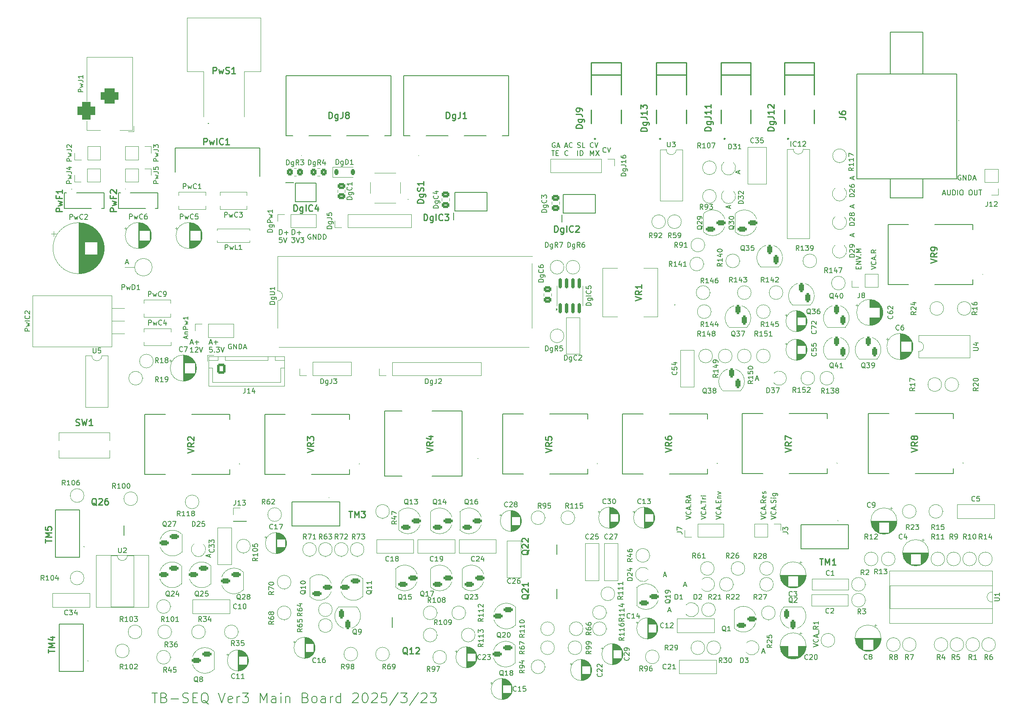
<source format=gto>
%TF.GenerationSoftware,KiCad,Pcbnew,8.0.8*%
%TF.CreationDate,2025-03-25T20:46:00+09:00*%
%TF.ProjectId,mainBorad,6d61696e-426f-4726-9164-2e6b69636164,rev?*%
%TF.SameCoordinates,Original*%
%TF.FileFunction,Legend,Top*%
%TF.FilePolarity,Positive*%
%FSLAX46Y46*%
G04 Gerber Fmt 4.6, Leading zero omitted, Abs format (unit mm)*
G04 Created by KiCad (PCBNEW 8.0.8) date 2025-03-25 20:46:00*
%MOMM*%
%LPD*%
G01*
G04 APERTURE LIST*
G04 Aperture macros list*
%AMRoundRect*
0 Rectangle with rounded corners*
0 $1 Rounding radius*
0 $2 $3 $4 $5 $6 $7 $8 $9 X,Y pos of 4 corners*
0 Add a 4 corners polygon primitive as box body*
4,1,4,$2,$3,$4,$5,$6,$7,$8,$9,$2,$3,0*
0 Add four circle primitives for the rounded corners*
1,1,$1+$1,$2,$3*
1,1,$1+$1,$4,$5*
1,1,$1+$1,$6,$7*
1,1,$1+$1,$8,$9*
0 Add four rect primitives between the rounded corners*
20,1,$1+$1,$2,$3,$4,$5,0*
20,1,$1+$1,$4,$5,$6,$7,0*
20,1,$1+$1,$6,$7,$8,$9,0*
20,1,$1+$1,$8,$9,$2,$3,0*%
G04 Aperture macros list end*
%ADD10C,0.150000*%
%ADD11C,0.200000*%
%ADD12C,0.254000*%
%ADD13C,0.120000*%
%ADD14C,0.100000*%
%ADD15C,1.600000*%
%ADD16O,1.600000X1.600000*%
%ADD17C,2.450000*%
%ADD18C,2.300000*%
%ADD19R,1.600000X2.400000*%
%ADD20O,1.600000X2.400000*%
%ADD21R,1.217000X1.217000*%
%ADD22C,1.217000*%
%ADD23R,1.800000X1.800000*%
%ADD24O,1.800000X1.800000*%
%ADD25C,1.800000*%
%ADD26C,4.455000*%
%ADD27R,1.100000X1.800000*%
%ADD28RoundRect,0.275000X-0.275000X-0.625000X0.275000X-0.625000X0.275000X0.625000X-0.275000X0.625000X0*%
%ADD29R,1.200000X1.200000*%
%ADD30C,1.200000*%
%ADD31R,1.600000X1.600000*%
%ADD32R,2.400000X1.600000*%
%ADD33O,2.400000X1.600000*%
%ADD34R,1.700000X1.700000*%
%ADD35O,1.700000X1.700000*%
%ADD36R,1.800000X1.100000*%
%ADD37RoundRect,0.275000X-0.625000X0.275000X-0.625000X-0.275000X0.625000X-0.275000X0.625000X0.275000X0*%
%ADD38C,1.635000*%
%ADD39RoundRect,0.250000X-0.350000X-0.450000X0.350000X-0.450000X0.350000X0.450000X-0.350000X0.450000X0*%
%ADD40R,2.200000X2.200000*%
%ADD41O,2.200000X2.200000*%
%ADD42RoundRect,0.250000X-0.475000X0.337500X-0.475000X-0.337500X0.475000X-0.337500X0.475000X0.337500X0*%
%ADD43RoundRect,0.275000X0.625000X-0.275000X0.625000X0.275000X-0.625000X0.275000X-0.625000X-0.275000X0*%
%ADD44RoundRect,0.275000X0.275000X0.625000X-0.275000X0.625000X-0.275000X-0.625000X0.275000X-0.625000X0*%
%ADD45R,1.650000X0.700000*%
%ADD46RoundRect,0.250000X-0.600000X-0.725000X0.600000X-0.725000X0.600000X0.725000X-0.600000X0.725000X0*%
%ADD47O,1.700000X1.950000*%
%ADD48R,0.450000X1.475000*%
%ADD49R,2.250000X2.250000*%
%ADD50C,2.250000*%
%ADD51R,1.500000X1.500000*%
%ADD52C,1.500000*%
%ADD53C,4.350000*%
%ADD54C,2.400000*%
%ADD55RoundRect,0.150000X0.150000X-0.825000X0.150000X0.825000X-0.150000X0.825000X-0.150000X-0.825000X0*%
%ADD56R,1.305000X1.305000*%
%ADD57C,1.305000*%
%ADD58C,1.575000*%
%ADD59C,3.500000*%
%ADD60R,2.000000X1.905000*%
%ADD61O,2.000000X1.905000*%
%ADD62R,3.500000X3.500000*%
%ADD63RoundRect,0.750000X-1.000000X0.750000X-1.000000X-0.750000X1.000000X-0.750000X1.000000X0.750000X0*%
%ADD64RoundRect,0.875000X-0.875000X0.875000X-0.875000X-0.875000X0.875000X-0.875000X0.875000X0.875000X0*%
%ADD65RoundRect,0.225000X-0.225000X-0.375000X0.225000X-0.375000X0.225000X0.375000X-0.225000X0.375000X0*%
%ADD66R,2.000000X2.000000*%
%ADD67C,2.000000*%
G04 APERTURE END LIST*
D10*
X212860588Y-41917438D02*
X212765350Y-41869819D01*
X212765350Y-41869819D02*
X212622493Y-41869819D01*
X212622493Y-41869819D02*
X212479636Y-41917438D01*
X212479636Y-41917438D02*
X212384398Y-42012676D01*
X212384398Y-42012676D02*
X212336779Y-42107914D01*
X212336779Y-42107914D02*
X212289160Y-42298390D01*
X212289160Y-42298390D02*
X212289160Y-42441247D01*
X212289160Y-42441247D02*
X212336779Y-42631723D01*
X212336779Y-42631723D02*
X212384398Y-42726961D01*
X212384398Y-42726961D02*
X212479636Y-42822200D01*
X212479636Y-42822200D02*
X212622493Y-42869819D01*
X212622493Y-42869819D02*
X212717731Y-42869819D01*
X212717731Y-42869819D02*
X212860588Y-42822200D01*
X212860588Y-42822200D02*
X212908207Y-42774580D01*
X212908207Y-42774580D02*
X212908207Y-42441247D01*
X212908207Y-42441247D02*
X212717731Y-42441247D01*
X213336779Y-42869819D02*
X213336779Y-41869819D01*
X213336779Y-41869819D02*
X213908207Y-42869819D01*
X213908207Y-42869819D02*
X213908207Y-41869819D01*
X214384398Y-42869819D02*
X214384398Y-41869819D01*
X214384398Y-41869819D02*
X214622493Y-41869819D01*
X214622493Y-41869819D02*
X214765350Y-41917438D01*
X214765350Y-41917438D02*
X214860588Y-42012676D01*
X214860588Y-42012676D02*
X214908207Y-42107914D01*
X214908207Y-42107914D02*
X214955826Y-42298390D01*
X214955826Y-42298390D02*
X214955826Y-42441247D01*
X214955826Y-42441247D02*
X214908207Y-42631723D01*
X214908207Y-42631723D02*
X214860588Y-42726961D01*
X214860588Y-42726961D02*
X214765350Y-42822200D01*
X214765350Y-42822200D02*
X214622493Y-42869819D01*
X214622493Y-42869819D02*
X214384398Y-42869819D01*
X215336779Y-42584104D02*
X215812969Y-42584104D01*
X215241541Y-42869819D02*
X215574874Y-41869819D01*
X215574874Y-41869819D02*
X215908207Y-42869819D01*
X174869819Y-110806077D02*
X175869819Y-110472744D01*
X175869819Y-110472744D02*
X174869819Y-110139411D01*
X175774580Y-109234649D02*
X175822200Y-109282268D01*
X175822200Y-109282268D02*
X175869819Y-109425125D01*
X175869819Y-109425125D02*
X175869819Y-109520363D01*
X175869819Y-109520363D02*
X175822200Y-109663220D01*
X175822200Y-109663220D02*
X175726961Y-109758458D01*
X175726961Y-109758458D02*
X175631723Y-109806077D01*
X175631723Y-109806077D02*
X175441247Y-109853696D01*
X175441247Y-109853696D02*
X175298390Y-109853696D01*
X175298390Y-109853696D02*
X175107914Y-109806077D01*
X175107914Y-109806077D02*
X175012676Y-109758458D01*
X175012676Y-109758458D02*
X174917438Y-109663220D01*
X174917438Y-109663220D02*
X174869819Y-109520363D01*
X174869819Y-109520363D02*
X174869819Y-109425125D01*
X174869819Y-109425125D02*
X174917438Y-109282268D01*
X174917438Y-109282268D02*
X174965057Y-109234649D01*
X175584104Y-108853696D02*
X175584104Y-108377506D01*
X175869819Y-108948934D02*
X174869819Y-108615601D01*
X174869819Y-108615601D02*
X175869819Y-108282268D01*
X175774580Y-107948934D02*
X175822200Y-107901315D01*
X175822200Y-107901315D02*
X175869819Y-107948934D01*
X175869819Y-107948934D02*
X175822200Y-107996553D01*
X175822200Y-107996553D02*
X175774580Y-107948934D01*
X175774580Y-107948934D02*
X175869819Y-107948934D01*
X175822200Y-107520363D02*
X175869819Y-107377506D01*
X175869819Y-107377506D02*
X175869819Y-107139411D01*
X175869819Y-107139411D02*
X175822200Y-107044173D01*
X175822200Y-107044173D02*
X175774580Y-106996554D01*
X175774580Y-106996554D02*
X175679342Y-106948935D01*
X175679342Y-106948935D02*
X175584104Y-106948935D01*
X175584104Y-106948935D02*
X175488866Y-106996554D01*
X175488866Y-106996554D02*
X175441247Y-107044173D01*
X175441247Y-107044173D02*
X175393628Y-107139411D01*
X175393628Y-107139411D02*
X175346009Y-107329887D01*
X175346009Y-107329887D02*
X175298390Y-107425125D01*
X175298390Y-107425125D02*
X175250771Y-107472744D01*
X175250771Y-107472744D02*
X175155533Y-107520363D01*
X175155533Y-107520363D02*
X175060295Y-107520363D01*
X175060295Y-107520363D02*
X174965057Y-107472744D01*
X174965057Y-107472744D02*
X174917438Y-107425125D01*
X174917438Y-107425125D02*
X174869819Y-107329887D01*
X174869819Y-107329887D02*
X174869819Y-107091792D01*
X174869819Y-107091792D02*
X174917438Y-106948935D01*
X175869819Y-106520363D02*
X175203152Y-106520363D01*
X174869819Y-106520363D02*
X174917438Y-106567982D01*
X174917438Y-106567982D02*
X174965057Y-106520363D01*
X174965057Y-106520363D02*
X174917438Y-106472744D01*
X174917438Y-106472744D02*
X174869819Y-106520363D01*
X174869819Y-106520363D02*
X174965057Y-106520363D01*
X175203152Y-105615602D02*
X176012676Y-105615602D01*
X176012676Y-105615602D02*
X176107914Y-105663221D01*
X176107914Y-105663221D02*
X176155533Y-105710840D01*
X176155533Y-105710840D02*
X176203152Y-105806078D01*
X176203152Y-105806078D02*
X176203152Y-105948935D01*
X176203152Y-105948935D02*
X176155533Y-106044173D01*
X175822200Y-105615602D02*
X175869819Y-105710840D01*
X175869819Y-105710840D02*
X175869819Y-105901316D01*
X175869819Y-105901316D02*
X175822200Y-105996554D01*
X175822200Y-105996554D02*
X175774580Y-106044173D01*
X175774580Y-106044173D02*
X175679342Y-106091792D01*
X175679342Y-106091792D02*
X175393628Y-106091792D01*
X175393628Y-106091792D02*
X175298390Y-106044173D01*
X175298390Y-106044173D02*
X175250771Y-105996554D01*
X175250771Y-105996554D02*
X175203152Y-105901316D01*
X175203152Y-105901316D02*
X175203152Y-105710840D01*
X175203152Y-105710840D02*
X175250771Y-105615602D01*
X192386009Y-60623220D02*
X192386009Y-60289887D01*
X192909819Y-60147030D02*
X192909819Y-60623220D01*
X192909819Y-60623220D02*
X191909819Y-60623220D01*
X191909819Y-60623220D02*
X191909819Y-60147030D01*
X192909819Y-59718458D02*
X191909819Y-59718458D01*
X191909819Y-59718458D02*
X192909819Y-59147030D01*
X192909819Y-59147030D02*
X191909819Y-59147030D01*
X191909819Y-58813696D02*
X192909819Y-58480363D01*
X192909819Y-58480363D02*
X191909819Y-58147030D01*
X192814580Y-57813696D02*
X192862200Y-57766077D01*
X192862200Y-57766077D02*
X192909819Y-57813696D01*
X192909819Y-57813696D02*
X192862200Y-57861315D01*
X192862200Y-57861315D02*
X192814580Y-57813696D01*
X192814580Y-57813696D02*
X192909819Y-57813696D01*
X192909819Y-57337506D02*
X191909819Y-57337506D01*
X191909819Y-57337506D02*
X192624104Y-57004173D01*
X192624104Y-57004173D02*
X191909819Y-56670840D01*
X191909819Y-56670840D02*
X192909819Y-56670840D01*
X209289160Y-45584104D02*
X209765350Y-45584104D01*
X209193922Y-45869819D02*
X209527255Y-44869819D01*
X209527255Y-44869819D02*
X209860588Y-45869819D01*
X210193922Y-44869819D02*
X210193922Y-45679342D01*
X210193922Y-45679342D02*
X210241541Y-45774580D01*
X210241541Y-45774580D02*
X210289160Y-45822200D01*
X210289160Y-45822200D02*
X210384398Y-45869819D01*
X210384398Y-45869819D02*
X210574874Y-45869819D01*
X210574874Y-45869819D02*
X210670112Y-45822200D01*
X210670112Y-45822200D02*
X210717731Y-45774580D01*
X210717731Y-45774580D02*
X210765350Y-45679342D01*
X210765350Y-45679342D02*
X210765350Y-44869819D01*
X211241541Y-45869819D02*
X211241541Y-44869819D01*
X211241541Y-44869819D02*
X211479636Y-44869819D01*
X211479636Y-44869819D02*
X211622493Y-44917438D01*
X211622493Y-44917438D02*
X211717731Y-45012676D01*
X211717731Y-45012676D02*
X211765350Y-45107914D01*
X211765350Y-45107914D02*
X211812969Y-45298390D01*
X211812969Y-45298390D02*
X211812969Y-45441247D01*
X211812969Y-45441247D02*
X211765350Y-45631723D01*
X211765350Y-45631723D02*
X211717731Y-45726961D01*
X211717731Y-45726961D02*
X211622493Y-45822200D01*
X211622493Y-45822200D02*
X211479636Y-45869819D01*
X211479636Y-45869819D02*
X211241541Y-45869819D01*
X212241541Y-45869819D02*
X212241541Y-44869819D01*
X212908207Y-44869819D02*
X213098683Y-44869819D01*
X213098683Y-44869819D02*
X213193921Y-44917438D01*
X213193921Y-44917438D02*
X213289159Y-45012676D01*
X213289159Y-45012676D02*
X213336778Y-45203152D01*
X213336778Y-45203152D02*
X213336778Y-45536485D01*
X213336778Y-45536485D02*
X213289159Y-45726961D01*
X213289159Y-45726961D02*
X213193921Y-45822200D01*
X213193921Y-45822200D02*
X213098683Y-45869819D01*
X213098683Y-45869819D02*
X212908207Y-45869819D01*
X212908207Y-45869819D02*
X212812969Y-45822200D01*
X212812969Y-45822200D02*
X212717731Y-45726961D01*
X212717731Y-45726961D02*
X212670112Y-45536485D01*
X212670112Y-45536485D02*
X212670112Y-45203152D01*
X212670112Y-45203152D02*
X212717731Y-45012676D01*
X212717731Y-45012676D02*
X212812969Y-44917438D01*
X212812969Y-44917438D02*
X212908207Y-44869819D01*
X214717731Y-44869819D02*
X214908207Y-44869819D01*
X214908207Y-44869819D02*
X215003445Y-44917438D01*
X215003445Y-44917438D02*
X215098683Y-45012676D01*
X215098683Y-45012676D02*
X215146302Y-45203152D01*
X215146302Y-45203152D02*
X215146302Y-45536485D01*
X215146302Y-45536485D02*
X215098683Y-45726961D01*
X215098683Y-45726961D02*
X215003445Y-45822200D01*
X215003445Y-45822200D02*
X214908207Y-45869819D01*
X214908207Y-45869819D02*
X214717731Y-45869819D01*
X214717731Y-45869819D02*
X214622493Y-45822200D01*
X214622493Y-45822200D02*
X214527255Y-45726961D01*
X214527255Y-45726961D02*
X214479636Y-45536485D01*
X214479636Y-45536485D02*
X214479636Y-45203152D01*
X214479636Y-45203152D02*
X214527255Y-45012676D01*
X214527255Y-45012676D02*
X214622493Y-44917438D01*
X214622493Y-44917438D02*
X214717731Y-44869819D01*
X215574874Y-44869819D02*
X215574874Y-45679342D01*
X215574874Y-45679342D02*
X215622493Y-45774580D01*
X215622493Y-45774580D02*
X215670112Y-45822200D01*
X215670112Y-45822200D02*
X215765350Y-45869819D01*
X215765350Y-45869819D02*
X215955826Y-45869819D01*
X215955826Y-45869819D02*
X216051064Y-45822200D01*
X216051064Y-45822200D02*
X216098683Y-45774580D01*
X216098683Y-45774580D02*
X216146302Y-45679342D01*
X216146302Y-45679342D02*
X216146302Y-44869819D01*
X216479636Y-44869819D02*
X217051064Y-44869819D01*
X216765350Y-45869819D02*
X216765350Y-44869819D01*
D11*
X50995054Y-145572838D02*
X52137911Y-145572838D01*
X51566482Y-147572838D02*
X51566482Y-145572838D01*
X53471245Y-146525219D02*
X53756959Y-146620457D01*
X53756959Y-146620457D02*
X53852197Y-146715695D01*
X53852197Y-146715695D02*
X53947435Y-146906171D01*
X53947435Y-146906171D02*
X53947435Y-147191885D01*
X53947435Y-147191885D02*
X53852197Y-147382361D01*
X53852197Y-147382361D02*
X53756959Y-147477600D01*
X53756959Y-147477600D02*
X53566483Y-147572838D01*
X53566483Y-147572838D02*
X52804578Y-147572838D01*
X52804578Y-147572838D02*
X52804578Y-145572838D01*
X52804578Y-145572838D02*
X53471245Y-145572838D01*
X53471245Y-145572838D02*
X53661721Y-145668076D01*
X53661721Y-145668076D02*
X53756959Y-145763314D01*
X53756959Y-145763314D02*
X53852197Y-145953790D01*
X53852197Y-145953790D02*
X53852197Y-146144266D01*
X53852197Y-146144266D02*
X53756959Y-146334742D01*
X53756959Y-146334742D02*
X53661721Y-146429980D01*
X53661721Y-146429980D02*
X53471245Y-146525219D01*
X53471245Y-146525219D02*
X52804578Y-146525219D01*
X54804578Y-146810933D02*
X56328388Y-146810933D01*
X57185530Y-147477600D02*
X57471244Y-147572838D01*
X57471244Y-147572838D02*
X57947435Y-147572838D01*
X57947435Y-147572838D02*
X58137911Y-147477600D01*
X58137911Y-147477600D02*
X58233149Y-147382361D01*
X58233149Y-147382361D02*
X58328387Y-147191885D01*
X58328387Y-147191885D02*
X58328387Y-147001409D01*
X58328387Y-147001409D02*
X58233149Y-146810933D01*
X58233149Y-146810933D02*
X58137911Y-146715695D01*
X58137911Y-146715695D02*
X57947435Y-146620457D01*
X57947435Y-146620457D02*
X57566482Y-146525219D01*
X57566482Y-146525219D02*
X57376006Y-146429980D01*
X57376006Y-146429980D02*
X57280768Y-146334742D01*
X57280768Y-146334742D02*
X57185530Y-146144266D01*
X57185530Y-146144266D02*
X57185530Y-145953790D01*
X57185530Y-145953790D02*
X57280768Y-145763314D01*
X57280768Y-145763314D02*
X57376006Y-145668076D01*
X57376006Y-145668076D02*
X57566482Y-145572838D01*
X57566482Y-145572838D02*
X58042673Y-145572838D01*
X58042673Y-145572838D02*
X58328387Y-145668076D01*
X59185530Y-146525219D02*
X59852197Y-146525219D01*
X60137911Y-147572838D02*
X59185530Y-147572838D01*
X59185530Y-147572838D02*
X59185530Y-145572838D01*
X59185530Y-145572838D02*
X60137911Y-145572838D01*
X62328387Y-147763314D02*
X62137911Y-147668076D01*
X62137911Y-147668076D02*
X61947435Y-147477600D01*
X61947435Y-147477600D02*
X61661721Y-147191885D01*
X61661721Y-147191885D02*
X61471244Y-147096647D01*
X61471244Y-147096647D02*
X61280768Y-147096647D01*
X61376006Y-147572838D02*
X61185530Y-147477600D01*
X61185530Y-147477600D02*
X60995054Y-147287123D01*
X60995054Y-147287123D02*
X60899816Y-146906171D01*
X60899816Y-146906171D02*
X60899816Y-146239504D01*
X60899816Y-146239504D02*
X60995054Y-145858552D01*
X60995054Y-145858552D02*
X61185530Y-145668076D01*
X61185530Y-145668076D02*
X61376006Y-145572838D01*
X61376006Y-145572838D02*
X61756959Y-145572838D01*
X61756959Y-145572838D02*
X61947435Y-145668076D01*
X61947435Y-145668076D02*
X62137911Y-145858552D01*
X62137911Y-145858552D02*
X62233149Y-146239504D01*
X62233149Y-146239504D02*
X62233149Y-146906171D01*
X62233149Y-146906171D02*
X62137911Y-147287123D01*
X62137911Y-147287123D02*
X61947435Y-147477600D01*
X61947435Y-147477600D02*
X61756959Y-147572838D01*
X61756959Y-147572838D02*
X61376006Y-147572838D01*
X64328388Y-145572838D02*
X64995054Y-147572838D01*
X64995054Y-147572838D02*
X65661721Y-145572838D01*
X67090293Y-147477600D02*
X66899817Y-147572838D01*
X66899817Y-147572838D02*
X66518864Y-147572838D01*
X66518864Y-147572838D02*
X66328388Y-147477600D01*
X66328388Y-147477600D02*
X66233150Y-147287123D01*
X66233150Y-147287123D02*
X66233150Y-146525219D01*
X66233150Y-146525219D02*
X66328388Y-146334742D01*
X66328388Y-146334742D02*
X66518864Y-146239504D01*
X66518864Y-146239504D02*
X66899817Y-146239504D01*
X66899817Y-146239504D02*
X67090293Y-146334742D01*
X67090293Y-146334742D02*
X67185531Y-146525219D01*
X67185531Y-146525219D02*
X67185531Y-146715695D01*
X67185531Y-146715695D02*
X66233150Y-146906171D01*
X68042674Y-147572838D02*
X68042674Y-146239504D01*
X68042674Y-146620457D02*
X68137912Y-146429980D01*
X68137912Y-146429980D02*
X68233150Y-146334742D01*
X68233150Y-146334742D02*
X68423626Y-146239504D01*
X68423626Y-146239504D02*
X68614103Y-146239504D01*
X69090293Y-145572838D02*
X70328388Y-145572838D01*
X70328388Y-145572838D02*
X69661721Y-146334742D01*
X69661721Y-146334742D02*
X69947436Y-146334742D01*
X69947436Y-146334742D02*
X70137912Y-146429980D01*
X70137912Y-146429980D02*
X70233150Y-146525219D01*
X70233150Y-146525219D02*
X70328388Y-146715695D01*
X70328388Y-146715695D02*
X70328388Y-147191885D01*
X70328388Y-147191885D02*
X70233150Y-147382361D01*
X70233150Y-147382361D02*
X70137912Y-147477600D01*
X70137912Y-147477600D02*
X69947436Y-147572838D01*
X69947436Y-147572838D02*
X69376007Y-147572838D01*
X69376007Y-147572838D02*
X69185531Y-147477600D01*
X69185531Y-147477600D02*
X69090293Y-147382361D01*
X72709341Y-147572838D02*
X72709341Y-145572838D01*
X72709341Y-145572838D02*
X73376008Y-147001409D01*
X73376008Y-147001409D02*
X74042674Y-145572838D01*
X74042674Y-145572838D02*
X74042674Y-147572838D01*
X75852198Y-147572838D02*
X75852198Y-146525219D01*
X75852198Y-146525219D02*
X75756960Y-146334742D01*
X75756960Y-146334742D02*
X75566484Y-146239504D01*
X75566484Y-146239504D02*
X75185531Y-146239504D01*
X75185531Y-146239504D02*
X74995055Y-146334742D01*
X75852198Y-147477600D02*
X75661722Y-147572838D01*
X75661722Y-147572838D02*
X75185531Y-147572838D01*
X75185531Y-147572838D02*
X74995055Y-147477600D01*
X74995055Y-147477600D02*
X74899817Y-147287123D01*
X74899817Y-147287123D02*
X74899817Y-147096647D01*
X74899817Y-147096647D02*
X74995055Y-146906171D01*
X74995055Y-146906171D02*
X75185531Y-146810933D01*
X75185531Y-146810933D02*
X75661722Y-146810933D01*
X75661722Y-146810933D02*
X75852198Y-146715695D01*
X76804579Y-147572838D02*
X76804579Y-146239504D01*
X76804579Y-145572838D02*
X76709341Y-145668076D01*
X76709341Y-145668076D02*
X76804579Y-145763314D01*
X76804579Y-145763314D02*
X76899817Y-145668076D01*
X76899817Y-145668076D02*
X76804579Y-145572838D01*
X76804579Y-145572838D02*
X76804579Y-145763314D01*
X77756960Y-146239504D02*
X77756960Y-147572838D01*
X77756960Y-146429980D02*
X77852198Y-146334742D01*
X77852198Y-146334742D02*
X78042674Y-146239504D01*
X78042674Y-146239504D02*
X78328389Y-146239504D01*
X78328389Y-146239504D02*
X78518865Y-146334742D01*
X78518865Y-146334742D02*
X78614103Y-146525219D01*
X78614103Y-146525219D02*
X78614103Y-147572838D01*
X81756961Y-146525219D02*
X82042675Y-146620457D01*
X82042675Y-146620457D02*
X82137913Y-146715695D01*
X82137913Y-146715695D02*
X82233151Y-146906171D01*
X82233151Y-146906171D02*
X82233151Y-147191885D01*
X82233151Y-147191885D02*
X82137913Y-147382361D01*
X82137913Y-147382361D02*
X82042675Y-147477600D01*
X82042675Y-147477600D02*
X81852199Y-147572838D01*
X81852199Y-147572838D02*
X81090294Y-147572838D01*
X81090294Y-147572838D02*
X81090294Y-145572838D01*
X81090294Y-145572838D02*
X81756961Y-145572838D01*
X81756961Y-145572838D02*
X81947437Y-145668076D01*
X81947437Y-145668076D02*
X82042675Y-145763314D01*
X82042675Y-145763314D02*
X82137913Y-145953790D01*
X82137913Y-145953790D02*
X82137913Y-146144266D01*
X82137913Y-146144266D02*
X82042675Y-146334742D01*
X82042675Y-146334742D02*
X81947437Y-146429980D01*
X81947437Y-146429980D02*
X81756961Y-146525219D01*
X81756961Y-146525219D02*
X81090294Y-146525219D01*
X83376008Y-147572838D02*
X83185532Y-147477600D01*
X83185532Y-147477600D02*
X83090294Y-147382361D01*
X83090294Y-147382361D02*
X82995056Y-147191885D01*
X82995056Y-147191885D02*
X82995056Y-146620457D01*
X82995056Y-146620457D02*
X83090294Y-146429980D01*
X83090294Y-146429980D02*
X83185532Y-146334742D01*
X83185532Y-146334742D02*
X83376008Y-146239504D01*
X83376008Y-146239504D02*
X83661723Y-146239504D01*
X83661723Y-146239504D02*
X83852199Y-146334742D01*
X83852199Y-146334742D02*
X83947437Y-146429980D01*
X83947437Y-146429980D02*
X84042675Y-146620457D01*
X84042675Y-146620457D02*
X84042675Y-147191885D01*
X84042675Y-147191885D02*
X83947437Y-147382361D01*
X83947437Y-147382361D02*
X83852199Y-147477600D01*
X83852199Y-147477600D02*
X83661723Y-147572838D01*
X83661723Y-147572838D02*
X83376008Y-147572838D01*
X85756961Y-147572838D02*
X85756961Y-146525219D01*
X85756961Y-146525219D02*
X85661723Y-146334742D01*
X85661723Y-146334742D02*
X85471247Y-146239504D01*
X85471247Y-146239504D02*
X85090294Y-146239504D01*
X85090294Y-146239504D02*
X84899818Y-146334742D01*
X85756961Y-147477600D02*
X85566485Y-147572838D01*
X85566485Y-147572838D02*
X85090294Y-147572838D01*
X85090294Y-147572838D02*
X84899818Y-147477600D01*
X84899818Y-147477600D02*
X84804580Y-147287123D01*
X84804580Y-147287123D02*
X84804580Y-147096647D01*
X84804580Y-147096647D02*
X84899818Y-146906171D01*
X84899818Y-146906171D02*
X85090294Y-146810933D01*
X85090294Y-146810933D02*
X85566485Y-146810933D01*
X85566485Y-146810933D02*
X85756961Y-146715695D01*
X86709342Y-147572838D02*
X86709342Y-146239504D01*
X86709342Y-146620457D02*
X86804580Y-146429980D01*
X86804580Y-146429980D02*
X86899818Y-146334742D01*
X86899818Y-146334742D02*
X87090294Y-146239504D01*
X87090294Y-146239504D02*
X87280771Y-146239504D01*
X88804580Y-147572838D02*
X88804580Y-145572838D01*
X88804580Y-147477600D02*
X88614104Y-147572838D01*
X88614104Y-147572838D02*
X88233151Y-147572838D01*
X88233151Y-147572838D02*
X88042675Y-147477600D01*
X88042675Y-147477600D02*
X87947437Y-147382361D01*
X87947437Y-147382361D02*
X87852199Y-147191885D01*
X87852199Y-147191885D02*
X87852199Y-146620457D01*
X87852199Y-146620457D02*
X87947437Y-146429980D01*
X87947437Y-146429980D02*
X88042675Y-146334742D01*
X88042675Y-146334742D02*
X88233151Y-146239504D01*
X88233151Y-146239504D02*
X88614104Y-146239504D01*
X88614104Y-146239504D02*
X88804580Y-146334742D01*
X91185533Y-145763314D02*
X91280771Y-145668076D01*
X91280771Y-145668076D02*
X91471247Y-145572838D01*
X91471247Y-145572838D02*
X91947438Y-145572838D01*
X91947438Y-145572838D02*
X92137914Y-145668076D01*
X92137914Y-145668076D02*
X92233152Y-145763314D01*
X92233152Y-145763314D02*
X92328390Y-145953790D01*
X92328390Y-145953790D02*
X92328390Y-146144266D01*
X92328390Y-146144266D02*
X92233152Y-146429980D01*
X92233152Y-146429980D02*
X91090295Y-147572838D01*
X91090295Y-147572838D02*
X92328390Y-147572838D01*
X93566485Y-145572838D02*
X93756962Y-145572838D01*
X93756962Y-145572838D02*
X93947438Y-145668076D01*
X93947438Y-145668076D02*
X94042676Y-145763314D01*
X94042676Y-145763314D02*
X94137914Y-145953790D01*
X94137914Y-145953790D02*
X94233152Y-146334742D01*
X94233152Y-146334742D02*
X94233152Y-146810933D01*
X94233152Y-146810933D02*
X94137914Y-147191885D01*
X94137914Y-147191885D02*
X94042676Y-147382361D01*
X94042676Y-147382361D02*
X93947438Y-147477600D01*
X93947438Y-147477600D02*
X93756962Y-147572838D01*
X93756962Y-147572838D02*
X93566485Y-147572838D01*
X93566485Y-147572838D02*
X93376009Y-147477600D01*
X93376009Y-147477600D02*
X93280771Y-147382361D01*
X93280771Y-147382361D02*
X93185533Y-147191885D01*
X93185533Y-147191885D02*
X93090295Y-146810933D01*
X93090295Y-146810933D02*
X93090295Y-146334742D01*
X93090295Y-146334742D02*
X93185533Y-145953790D01*
X93185533Y-145953790D02*
X93280771Y-145763314D01*
X93280771Y-145763314D02*
X93376009Y-145668076D01*
X93376009Y-145668076D02*
X93566485Y-145572838D01*
X94995057Y-145763314D02*
X95090295Y-145668076D01*
X95090295Y-145668076D02*
X95280771Y-145572838D01*
X95280771Y-145572838D02*
X95756962Y-145572838D01*
X95756962Y-145572838D02*
X95947438Y-145668076D01*
X95947438Y-145668076D02*
X96042676Y-145763314D01*
X96042676Y-145763314D02*
X96137914Y-145953790D01*
X96137914Y-145953790D02*
X96137914Y-146144266D01*
X96137914Y-146144266D02*
X96042676Y-146429980D01*
X96042676Y-146429980D02*
X94899819Y-147572838D01*
X94899819Y-147572838D02*
X96137914Y-147572838D01*
X97947438Y-145572838D02*
X96995057Y-145572838D01*
X96995057Y-145572838D02*
X96899819Y-146525219D01*
X96899819Y-146525219D02*
X96995057Y-146429980D01*
X96995057Y-146429980D02*
X97185533Y-146334742D01*
X97185533Y-146334742D02*
X97661724Y-146334742D01*
X97661724Y-146334742D02*
X97852200Y-146429980D01*
X97852200Y-146429980D02*
X97947438Y-146525219D01*
X97947438Y-146525219D02*
X98042676Y-146715695D01*
X98042676Y-146715695D02*
X98042676Y-147191885D01*
X98042676Y-147191885D02*
X97947438Y-147382361D01*
X97947438Y-147382361D02*
X97852200Y-147477600D01*
X97852200Y-147477600D02*
X97661724Y-147572838D01*
X97661724Y-147572838D02*
X97185533Y-147572838D01*
X97185533Y-147572838D02*
X96995057Y-147477600D01*
X96995057Y-147477600D02*
X96899819Y-147382361D01*
X100328390Y-145477600D02*
X98614105Y-148049028D01*
X100804581Y-145572838D02*
X102042676Y-145572838D01*
X102042676Y-145572838D02*
X101376009Y-146334742D01*
X101376009Y-146334742D02*
X101661724Y-146334742D01*
X101661724Y-146334742D02*
X101852200Y-146429980D01*
X101852200Y-146429980D02*
X101947438Y-146525219D01*
X101947438Y-146525219D02*
X102042676Y-146715695D01*
X102042676Y-146715695D02*
X102042676Y-147191885D01*
X102042676Y-147191885D02*
X101947438Y-147382361D01*
X101947438Y-147382361D02*
X101852200Y-147477600D01*
X101852200Y-147477600D02*
X101661724Y-147572838D01*
X101661724Y-147572838D02*
X101090295Y-147572838D01*
X101090295Y-147572838D02*
X100899819Y-147477600D01*
X100899819Y-147477600D02*
X100804581Y-147382361D01*
X104328390Y-145477600D02*
X102614105Y-148049028D01*
X104899819Y-145763314D02*
X104995057Y-145668076D01*
X104995057Y-145668076D02*
X105185533Y-145572838D01*
X105185533Y-145572838D02*
X105661724Y-145572838D01*
X105661724Y-145572838D02*
X105852200Y-145668076D01*
X105852200Y-145668076D02*
X105947438Y-145763314D01*
X105947438Y-145763314D02*
X106042676Y-145953790D01*
X106042676Y-145953790D02*
X106042676Y-146144266D01*
X106042676Y-146144266D02*
X105947438Y-146429980D01*
X105947438Y-146429980D02*
X104804581Y-147572838D01*
X104804581Y-147572838D02*
X106042676Y-147572838D01*
X106709343Y-145572838D02*
X107947438Y-145572838D01*
X107947438Y-145572838D02*
X107280771Y-146334742D01*
X107280771Y-146334742D02*
X107566486Y-146334742D01*
X107566486Y-146334742D02*
X107756962Y-146429980D01*
X107756962Y-146429980D02*
X107852200Y-146525219D01*
X107852200Y-146525219D02*
X107947438Y-146715695D01*
X107947438Y-146715695D02*
X107947438Y-147191885D01*
X107947438Y-147191885D02*
X107852200Y-147382361D01*
X107852200Y-147382361D02*
X107756962Y-147477600D01*
X107756962Y-147477600D02*
X107566486Y-147572838D01*
X107566486Y-147572838D02*
X106995057Y-147572838D01*
X106995057Y-147572838D02*
X106804581Y-147477600D01*
X106804581Y-147477600D02*
X106709343Y-147382361D01*
D10*
X157869819Y-110806077D02*
X158869819Y-110472744D01*
X158869819Y-110472744D02*
X157869819Y-110139411D01*
X158774580Y-109234649D02*
X158822200Y-109282268D01*
X158822200Y-109282268D02*
X158869819Y-109425125D01*
X158869819Y-109425125D02*
X158869819Y-109520363D01*
X158869819Y-109520363D02*
X158822200Y-109663220D01*
X158822200Y-109663220D02*
X158726961Y-109758458D01*
X158726961Y-109758458D02*
X158631723Y-109806077D01*
X158631723Y-109806077D02*
X158441247Y-109853696D01*
X158441247Y-109853696D02*
X158298390Y-109853696D01*
X158298390Y-109853696D02*
X158107914Y-109806077D01*
X158107914Y-109806077D02*
X158012676Y-109758458D01*
X158012676Y-109758458D02*
X157917438Y-109663220D01*
X157917438Y-109663220D02*
X157869819Y-109520363D01*
X157869819Y-109520363D02*
X157869819Y-109425125D01*
X157869819Y-109425125D02*
X157917438Y-109282268D01*
X157917438Y-109282268D02*
X157965057Y-109234649D01*
X158584104Y-108853696D02*
X158584104Y-108377506D01*
X158869819Y-108948934D02*
X157869819Y-108615601D01*
X157869819Y-108615601D02*
X158869819Y-108282268D01*
X158774580Y-107948934D02*
X158822200Y-107901315D01*
X158822200Y-107901315D02*
X158869819Y-107948934D01*
X158869819Y-107948934D02*
X158822200Y-107996553D01*
X158822200Y-107996553D02*
X158774580Y-107948934D01*
X158774580Y-107948934D02*
X158869819Y-107948934D01*
X158869819Y-106901316D02*
X158393628Y-107234649D01*
X158869819Y-107472744D02*
X157869819Y-107472744D01*
X157869819Y-107472744D02*
X157869819Y-107091792D01*
X157869819Y-107091792D02*
X157917438Y-106996554D01*
X157917438Y-106996554D02*
X157965057Y-106948935D01*
X157965057Y-106948935D02*
X158060295Y-106901316D01*
X158060295Y-106901316D02*
X158203152Y-106901316D01*
X158203152Y-106901316D02*
X158298390Y-106948935D01*
X158298390Y-106948935D02*
X158346009Y-106996554D01*
X158346009Y-106996554D02*
X158393628Y-107091792D01*
X158393628Y-107091792D02*
X158393628Y-107472744D01*
X158584104Y-106520363D02*
X158584104Y-106044173D01*
X158869819Y-106615601D02*
X157869819Y-106282268D01*
X157869819Y-106282268D02*
X158869819Y-105948935D01*
X66900588Y-75752438D02*
X66805350Y-75704819D01*
X66805350Y-75704819D02*
X66662493Y-75704819D01*
X66662493Y-75704819D02*
X66519636Y-75752438D01*
X66519636Y-75752438D02*
X66424398Y-75847676D01*
X66424398Y-75847676D02*
X66376779Y-75942914D01*
X66376779Y-75942914D02*
X66329160Y-76133390D01*
X66329160Y-76133390D02*
X66329160Y-76276247D01*
X66329160Y-76276247D02*
X66376779Y-76466723D01*
X66376779Y-76466723D02*
X66424398Y-76561961D01*
X66424398Y-76561961D02*
X66519636Y-76657200D01*
X66519636Y-76657200D02*
X66662493Y-76704819D01*
X66662493Y-76704819D02*
X66757731Y-76704819D01*
X66757731Y-76704819D02*
X66900588Y-76657200D01*
X66900588Y-76657200D02*
X66948207Y-76609580D01*
X66948207Y-76609580D02*
X66948207Y-76276247D01*
X66948207Y-76276247D02*
X66757731Y-76276247D01*
X67376779Y-76704819D02*
X67376779Y-75704819D01*
X67376779Y-75704819D02*
X67948207Y-76704819D01*
X67948207Y-76704819D02*
X67948207Y-75704819D01*
X68424398Y-76704819D02*
X68424398Y-75704819D01*
X68424398Y-75704819D02*
X68662493Y-75704819D01*
X68662493Y-75704819D02*
X68805350Y-75752438D01*
X68805350Y-75752438D02*
X68900588Y-75847676D01*
X68900588Y-75847676D02*
X68948207Y-75942914D01*
X68948207Y-75942914D02*
X68995826Y-76133390D01*
X68995826Y-76133390D02*
X68995826Y-76276247D01*
X68995826Y-76276247D02*
X68948207Y-76466723D01*
X68948207Y-76466723D02*
X68900588Y-76561961D01*
X68900588Y-76561961D02*
X68805350Y-76657200D01*
X68805350Y-76657200D02*
X68662493Y-76704819D01*
X68662493Y-76704819D02*
X68424398Y-76704819D01*
X69376779Y-76419104D02*
X69852969Y-76419104D01*
X69281541Y-76704819D02*
X69614874Y-75704819D01*
X69614874Y-75704819D02*
X69948207Y-76704819D01*
X62519160Y-75444160D02*
X62995350Y-75444160D01*
X62423922Y-75729875D02*
X62757255Y-74729875D01*
X62757255Y-74729875D02*
X63090588Y-75729875D01*
X63423922Y-75348922D02*
X64185827Y-75348922D01*
X63804874Y-75729875D02*
X63804874Y-74967970D01*
X63042969Y-76339819D02*
X62566779Y-76339819D01*
X62566779Y-76339819D02*
X62519160Y-76816009D01*
X62519160Y-76816009D02*
X62566779Y-76768390D01*
X62566779Y-76768390D02*
X62662017Y-76720771D01*
X62662017Y-76720771D02*
X62900112Y-76720771D01*
X62900112Y-76720771D02*
X62995350Y-76768390D01*
X62995350Y-76768390D02*
X63042969Y-76816009D01*
X63042969Y-76816009D02*
X63090588Y-76911247D01*
X63090588Y-76911247D02*
X63090588Y-77149342D01*
X63090588Y-77149342D02*
X63042969Y-77244580D01*
X63042969Y-77244580D02*
X62995350Y-77292200D01*
X62995350Y-77292200D02*
X62900112Y-77339819D01*
X62900112Y-77339819D02*
X62662017Y-77339819D01*
X62662017Y-77339819D02*
X62566779Y-77292200D01*
X62566779Y-77292200D02*
X62519160Y-77244580D01*
X63519160Y-77244580D02*
X63566779Y-77292200D01*
X63566779Y-77292200D02*
X63519160Y-77339819D01*
X63519160Y-77339819D02*
X63471541Y-77292200D01*
X63471541Y-77292200D02*
X63519160Y-77244580D01*
X63519160Y-77244580D02*
X63519160Y-77339819D01*
X63900112Y-76339819D02*
X64519159Y-76339819D01*
X64519159Y-76339819D02*
X64185826Y-76720771D01*
X64185826Y-76720771D02*
X64328683Y-76720771D01*
X64328683Y-76720771D02*
X64423921Y-76768390D01*
X64423921Y-76768390D02*
X64471540Y-76816009D01*
X64471540Y-76816009D02*
X64519159Y-76911247D01*
X64519159Y-76911247D02*
X64519159Y-77149342D01*
X64519159Y-77149342D02*
X64471540Y-77244580D01*
X64471540Y-77244580D02*
X64423921Y-77292200D01*
X64423921Y-77292200D02*
X64328683Y-77339819D01*
X64328683Y-77339819D02*
X64042969Y-77339819D01*
X64042969Y-77339819D02*
X63947731Y-77292200D01*
X63947731Y-77292200D02*
X63900112Y-77244580D01*
X64804874Y-76339819D02*
X65138207Y-77339819D01*
X65138207Y-77339819D02*
X65471540Y-76339819D01*
X76536779Y-53764875D02*
X76536779Y-52764875D01*
X76536779Y-52764875D02*
X76774874Y-52764875D01*
X76774874Y-52764875D02*
X76917731Y-52812494D01*
X76917731Y-52812494D02*
X77012969Y-52907732D01*
X77012969Y-52907732D02*
X77060588Y-53002970D01*
X77060588Y-53002970D02*
X77108207Y-53193446D01*
X77108207Y-53193446D02*
X77108207Y-53336303D01*
X77108207Y-53336303D02*
X77060588Y-53526779D01*
X77060588Y-53526779D02*
X77012969Y-53622017D01*
X77012969Y-53622017D02*
X76917731Y-53717256D01*
X76917731Y-53717256D02*
X76774874Y-53764875D01*
X76774874Y-53764875D02*
X76536779Y-53764875D01*
X77536779Y-53383922D02*
X78298684Y-53383922D01*
X77917731Y-53764875D02*
X77917731Y-53002970D01*
X77012969Y-54374819D02*
X76536779Y-54374819D01*
X76536779Y-54374819D02*
X76489160Y-54851009D01*
X76489160Y-54851009D02*
X76536779Y-54803390D01*
X76536779Y-54803390D02*
X76632017Y-54755771D01*
X76632017Y-54755771D02*
X76870112Y-54755771D01*
X76870112Y-54755771D02*
X76965350Y-54803390D01*
X76965350Y-54803390D02*
X77012969Y-54851009D01*
X77012969Y-54851009D02*
X77060588Y-54946247D01*
X77060588Y-54946247D02*
X77060588Y-55184342D01*
X77060588Y-55184342D02*
X77012969Y-55279580D01*
X77012969Y-55279580D02*
X76965350Y-55327200D01*
X76965350Y-55327200D02*
X76870112Y-55374819D01*
X76870112Y-55374819D02*
X76632017Y-55374819D01*
X76632017Y-55374819D02*
X76536779Y-55327200D01*
X76536779Y-55327200D02*
X76489160Y-55279580D01*
X77346303Y-54374819D02*
X77679636Y-55374819D01*
X77679636Y-55374819D02*
X78012969Y-54374819D01*
X139333207Y-36264636D02*
X139285588Y-36312256D01*
X139285588Y-36312256D02*
X139142731Y-36359875D01*
X139142731Y-36359875D02*
X139047493Y-36359875D01*
X139047493Y-36359875D02*
X138904636Y-36312256D01*
X138904636Y-36312256D02*
X138809398Y-36217017D01*
X138809398Y-36217017D02*
X138761779Y-36121779D01*
X138761779Y-36121779D02*
X138714160Y-35931303D01*
X138714160Y-35931303D02*
X138714160Y-35788446D01*
X138714160Y-35788446D02*
X138761779Y-35597970D01*
X138761779Y-35597970D02*
X138809398Y-35502732D01*
X138809398Y-35502732D02*
X138904636Y-35407494D01*
X138904636Y-35407494D02*
X139047493Y-35359875D01*
X139047493Y-35359875D02*
X139142731Y-35359875D01*
X139142731Y-35359875D02*
X139285588Y-35407494D01*
X139285588Y-35407494D02*
X139333207Y-35455113D01*
X139618922Y-35359875D02*
X139952255Y-36359875D01*
X139952255Y-36359875D02*
X140285588Y-35359875D01*
X138761779Y-37969819D02*
X138761779Y-36969819D01*
X138761779Y-36969819D02*
X139095112Y-37684104D01*
X139095112Y-37684104D02*
X139428445Y-36969819D01*
X139428445Y-36969819D02*
X139428445Y-37969819D01*
X139809398Y-36969819D02*
X140476064Y-37969819D01*
X140476064Y-36969819D02*
X139809398Y-37969819D01*
X131665588Y-35407494D02*
X131570350Y-35359875D01*
X131570350Y-35359875D02*
X131427493Y-35359875D01*
X131427493Y-35359875D02*
X131284636Y-35407494D01*
X131284636Y-35407494D02*
X131189398Y-35502732D01*
X131189398Y-35502732D02*
X131141779Y-35597970D01*
X131141779Y-35597970D02*
X131094160Y-35788446D01*
X131094160Y-35788446D02*
X131094160Y-35931303D01*
X131094160Y-35931303D02*
X131141779Y-36121779D01*
X131141779Y-36121779D02*
X131189398Y-36217017D01*
X131189398Y-36217017D02*
X131284636Y-36312256D01*
X131284636Y-36312256D02*
X131427493Y-36359875D01*
X131427493Y-36359875D02*
X131522731Y-36359875D01*
X131522731Y-36359875D02*
X131665588Y-36312256D01*
X131665588Y-36312256D02*
X131713207Y-36264636D01*
X131713207Y-36264636D02*
X131713207Y-35931303D01*
X131713207Y-35931303D02*
X131522731Y-35931303D01*
X132094160Y-36074160D02*
X132570350Y-36074160D01*
X131998922Y-36359875D02*
X132332255Y-35359875D01*
X132332255Y-35359875D02*
X132665588Y-36359875D01*
X130998922Y-36969819D02*
X131570350Y-36969819D01*
X131284636Y-37969819D02*
X131284636Y-36969819D01*
X131903684Y-37446009D02*
X132237017Y-37446009D01*
X132379874Y-37969819D02*
X131903684Y-37969819D01*
X131903684Y-37969819D02*
X131903684Y-36969819D01*
X131903684Y-36969819D02*
X132379874Y-36969819D01*
X133634160Y-36074160D02*
X134110350Y-36074160D01*
X133538922Y-36359875D02*
X133872255Y-35359875D01*
X133872255Y-35359875D02*
X134205588Y-36359875D01*
X135110350Y-36264636D02*
X135062731Y-36312256D01*
X135062731Y-36312256D02*
X134919874Y-36359875D01*
X134919874Y-36359875D02*
X134824636Y-36359875D01*
X134824636Y-36359875D02*
X134681779Y-36312256D01*
X134681779Y-36312256D02*
X134586541Y-36217017D01*
X134586541Y-36217017D02*
X134538922Y-36121779D01*
X134538922Y-36121779D02*
X134491303Y-35931303D01*
X134491303Y-35931303D02*
X134491303Y-35788446D01*
X134491303Y-35788446D02*
X134538922Y-35597970D01*
X134538922Y-35597970D02*
X134586541Y-35502732D01*
X134586541Y-35502732D02*
X134681779Y-35407494D01*
X134681779Y-35407494D02*
X134824636Y-35359875D01*
X134824636Y-35359875D02*
X134919874Y-35359875D01*
X134919874Y-35359875D02*
X135062731Y-35407494D01*
X135062731Y-35407494D02*
X135110350Y-35455113D01*
X134253207Y-37874580D02*
X134205588Y-37922200D01*
X134205588Y-37922200D02*
X134062731Y-37969819D01*
X134062731Y-37969819D02*
X133967493Y-37969819D01*
X133967493Y-37969819D02*
X133824636Y-37922200D01*
X133824636Y-37922200D02*
X133729398Y-37826961D01*
X133729398Y-37826961D02*
X133681779Y-37731723D01*
X133681779Y-37731723D02*
X133634160Y-37541247D01*
X133634160Y-37541247D02*
X133634160Y-37398390D01*
X133634160Y-37398390D02*
X133681779Y-37207914D01*
X133681779Y-37207914D02*
X133729398Y-37112676D01*
X133729398Y-37112676D02*
X133824636Y-37017438D01*
X133824636Y-37017438D02*
X133967493Y-36969819D01*
X133967493Y-36969819D02*
X134062731Y-36969819D01*
X134062731Y-36969819D02*
X134205588Y-37017438D01*
X134205588Y-37017438D02*
X134253207Y-37065057D01*
X141873207Y-37239580D02*
X141825588Y-37287200D01*
X141825588Y-37287200D02*
X141682731Y-37334819D01*
X141682731Y-37334819D02*
X141587493Y-37334819D01*
X141587493Y-37334819D02*
X141444636Y-37287200D01*
X141444636Y-37287200D02*
X141349398Y-37191961D01*
X141349398Y-37191961D02*
X141301779Y-37096723D01*
X141301779Y-37096723D02*
X141254160Y-36906247D01*
X141254160Y-36906247D02*
X141254160Y-36763390D01*
X141254160Y-36763390D02*
X141301779Y-36572914D01*
X141301779Y-36572914D02*
X141349398Y-36477676D01*
X141349398Y-36477676D02*
X141444636Y-36382438D01*
X141444636Y-36382438D02*
X141587493Y-36334819D01*
X141587493Y-36334819D02*
X141682731Y-36334819D01*
X141682731Y-36334819D02*
X141825588Y-36382438D01*
X141825588Y-36382438D02*
X141873207Y-36430057D01*
X142158922Y-36334819D02*
X142492255Y-37334819D01*
X142492255Y-37334819D02*
X142825588Y-36334819D01*
X163869819Y-110806077D02*
X164869819Y-110472744D01*
X164869819Y-110472744D02*
X163869819Y-110139411D01*
X164774580Y-109234649D02*
X164822200Y-109282268D01*
X164822200Y-109282268D02*
X164869819Y-109425125D01*
X164869819Y-109425125D02*
X164869819Y-109520363D01*
X164869819Y-109520363D02*
X164822200Y-109663220D01*
X164822200Y-109663220D02*
X164726961Y-109758458D01*
X164726961Y-109758458D02*
X164631723Y-109806077D01*
X164631723Y-109806077D02*
X164441247Y-109853696D01*
X164441247Y-109853696D02*
X164298390Y-109853696D01*
X164298390Y-109853696D02*
X164107914Y-109806077D01*
X164107914Y-109806077D02*
X164012676Y-109758458D01*
X164012676Y-109758458D02*
X163917438Y-109663220D01*
X163917438Y-109663220D02*
X163869819Y-109520363D01*
X163869819Y-109520363D02*
X163869819Y-109425125D01*
X163869819Y-109425125D02*
X163917438Y-109282268D01*
X163917438Y-109282268D02*
X163965057Y-109234649D01*
X164584104Y-108853696D02*
X164584104Y-108377506D01*
X164869819Y-108948934D02*
X163869819Y-108615601D01*
X163869819Y-108615601D02*
X164869819Y-108282268D01*
X164774580Y-107948934D02*
X164822200Y-107901315D01*
X164822200Y-107901315D02*
X164869819Y-107948934D01*
X164869819Y-107948934D02*
X164822200Y-107996553D01*
X164822200Y-107996553D02*
X164774580Y-107948934D01*
X164774580Y-107948934D02*
X164869819Y-107948934D01*
X164346009Y-107472744D02*
X164346009Y-107139411D01*
X164869819Y-106996554D02*
X164869819Y-107472744D01*
X164869819Y-107472744D02*
X163869819Y-107472744D01*
X163869819Y-107472744D02*
X163869819Y-106996554D01*
X164203152Y-106567982D02*
X164869819Y-106567982D01*
X164298390Y-106567982D02*
X164250771Y-106520363D01*
X164250771Y-106520363D02*
X164203152Y-106425125D01*
X164203152Y-106425125D02*
X164203152Y-106282268D01*
X164203152Y-106282268D02*
X164250771Y-106187030D01*
X164250771Y-106187030D02*
X164346009Y-106139411D01*
X164346009Y-106139411D02*
X164869819Y-106139411D01*
X164203152Y-105758458D02*
X164869819Y-105520363D01*
X164869819Y-105520363D02*
X164203152Y-105282268D01*
X58709160Y-75444160D02*
X59185350Y-75444160D01*
X58613922Y-75729875D02*
X58947255Y-74729875D01*
X58947255Y-74729875D02*
X59280588Y-75729875D01*
X59613922Y-75348922D02*
X60375827Y-75348922D01*
X59994874Y-75729875D02*
X59994874Y-74967970D01*
X59280588Y-77339819D02*
X58709160Y-77339819D01*
X58994874Y-77339819D02*
X58994874Y-76339819D01*
X58994874Y-76339819D02*
X58899636Y-76482676D01*
X58899636Y-76482676D02*
X58804398Y-76577914D01*
X58804398Y-76577914D02*
X58709160Y-76625533D01*
X59661541Y-76435057D02*
X59709160Y-76387438D01*
X59709160Y-76387438D02*
X59804398Y-76339819D01*
X59804398Y-76339819D02*
X60042493Y-76339819D01*
X60042493Y-76339819D02*
X60137731Y-76387438D01*
X60137731Y-76387438D02*
X60185350Y-76435057D01*
X60185350Y-76435057D02*
X60232969Y-76530295D01*
X60232969Y-76530295D02*
X60232969Y-76625533D01*
X60232969Y-76625533D02*
X60185350Y-76768390D01*
X60185350Y-76768390D02*
X59613922Y-77339819D01*
X59613922Y-77339819D02*
X60232969Y-77339819D01*
X60518684Y-76339819D02*
X60852017Y-77339819D01*
X60852017Y-77339819D02*
X61185350Y-76339819D01*
X160869819Y-110806077D02*
X161869819Y-110472744D01*
X161869819Y-110472744D02*
X160869819Y-110139411D01*
X161774580Y-109234649D02*
X161822200Y-109282268D01*
X161822200Y-109282268D02*
X161869819Y-109425125D01*
X161869819Y-109425125D02*
X161869819Y-109520363D01*
X161869819Y-109520363D02*
X161822200Y-109663220D01*
X161822200Y-109663220D02*
X161726961Y-109758458D01*
X161726961Y-109758458D02*
X161631723Y-109806077D01*
X161631723Y-109806077D02*
X161441247Y-109853696D01*
X161441247Y-109853696D02*
X161298390Y-109853696D01*
X161298390Y-109853696D02*
X161107914Y-109806077D01*
X161107914Y-109806077D02*
X161012676Y-109758458D01*
X161012676Y-109758458D02*
X160917438Y-109663220D01*
X160917438Y-109663220D02*
X160869819Y-109520363D01*
X160869819Y-109520363D02*
X160869819Y-109425125D01*
X160869819Y-109425125D02*
X160917438Y-109282268D01*
X160917438Y-109282268D02*
X160965057Y-109234649D01*
X161584104Y-108853696D02*
X161584104Y-108377506D01*
X161869819Y-108948934D02*
X160869819Y-108615601D01*
X160869819Y-108615601D02*
X161869819Y-108282268D01*
X161774580Y-107948934D02*
X161822200Y-107901315D01*
X161822200Y-107901315D02*
X161869819Y-107948934D01*
X161869819Y-107948934D02*
X161822200Y-107996553D01*
X161822200Y-107996553D02*
X161774580Y-107948934D01*
X161774580Y-107948934D02*
X161869819Y-107948934D01*
X160869819Y-107615601D02*
X160869819Y-107044173D01*
X161869819Y-107329887D02*
X160869819Y-107329887D01*
X161869819Y-106710839D02*
X161203152Y-106710839D01*
X161393628Y-106710839D02*
X161298390Y-106663220D01*
X161298390Y-106663220D02*
X161250771Y-106615601D01*
X161250771Y-106615601D02*
X161203152Y-106520363D01*
X161203152Y-106520363D02*
X161203152Y-106425125D01*
X161869819Y-106091791D02*
X161203152Y-106091791D01*
X160869819Y-106091791D02*
X160917438Y-106139410D01*
X160917438Y-106139410D02*
X160965057Y-106091791D01*
X160965057Y-106091791D02*
X160917438Y-106044172D01*
X160917438Y-106044172D02*
X160869819Y-106091791D01*
X160869819Y-106091791D02*
X160965057Y-106091791D01*
X194909819Y-60766077D02*
X195909819Y-60432744D01*
X195909819Y-60432744D02*
X194909819Y-60099411D01*
X195814580Y-59194649D02*
X195862200Y-59242268D01*
X195862200Y-59242268D02*
X195909819Y-59385125D01*
X195909819Y-59385125D02*
X195909819Y-59480363D01*
X195909819Y-59480363D02*
X195862200Y-59623220D01*
X195862200Y-59623220D02*
X195766961Y-59718458D01*
X195766961Y-59718458D02*
X195671723Y-59766077D01*
X195671723Y-59766077D02*
X195481247Y-59813696D01*
X195481247Y-59813696D02*
X195338390Y-59813696D01*
X195338390Y-59813696D02*
X195147914Y-59766077D01*
X195147914Y-59766077D02*
X195052676Y-59718458D01*
X195052676Y-59718458D02*
X194957438Y-59623220D01*
X194957438Y-59623220D02*
X194909819Y-59480363D01*
X194909819Y-59480363D02*
X194909819Y-59385125D01*
X194909819Y-59385125D02*
X194957438Y-59242268D01*
X194957438Y-59242268D02*
X195005057Y-59194649D01*
X195624104Y-58813696D02*
X195624104Y-58337506D01*
X195909819Y-58908934D02*
X194909819Y-58575601D01*
X194909819Y-58575601D02*
X195909819Y-58242268D01*
X195814580Y-57908934D02*
X195862200Y-57861315D01*
X195862200Y-57861315D02*
X195909819Y-57908934D01*
X195909819Y-57908934D02*
X195862200Y-57956553D01*
X195862200Y-57956553D02*
X195814580Y-57908934D01*
X195814580Y-57908934D02*
X195909819Y-57908934D01*
X195909819Y-56861316D02*
X195433628Y-57194649D01*
X195909819Y-57432744D02*
X194909819Y-57432744D01*
X194909819Y-57432744D02*
X194909819Y-57051792D01*
X194909819Y-57051792D02*
X194957438Y-56956554D01*
X194957438Y-56956554D02*
X195005057Y-56908935D01*
X195005057Y-56908935D02*
X195100295Y-56861316D01*
X195100295Y-56861316D02*
X195243152Y-56861316D01*
X195243152Y-56861316D02*
X195338390Y-56908935D01*
X195338390Y-56908935D02*
X195386009Y-56956554D01*
X195386009Y-56956554D02*
X195433628Y-57051792D01*
X195433628Y-57051792D02*
X195433628Y-57432744D01*
X82775588Y-53787438D02*
X82680350Y-53739819D01*
X82680350Y-53739819D02*
X82537493Y-53739819D01*
X82537493Y-53739819D02*
X82394636Y-53787438D01*
X82394636Y-53787438D02*
X82299398Y-53882676D01*
X82299398Y-53882676D02*
X82251779Y-53977914D01*
X82251779Y-53977914D02*
X82204160Y-54168390D01*
X82204160Y-54168390D02*
X82204160Y-54311247D01*
X82204160Y-54311247D02*
X82251779Y-54501723D01*
X82251779Y-54501723D02*
X82299398Y-54596961D01*
X82299398Y-54596961D02*
X82394636Y-54692200D01*
X82394636Y-54692200D02*
X82537493Y-54739819D01*
X82537493Y-54739819D02*
X82632731Y-54739819D01*
X82632731Y-54739819D02*
X82775588Y-54692200D01*
X82775588Y-54692200D02*
X82823207Y-54644580D01*
X82823207Y-54644580D02*
X82823207Y-54311247D01*
X82823207Y-54311247D02*
X82632731Y-54311247D01*
X83251779Y-54739819D02*
X83251779Y-53739819D01*
X83251779Y-53739819D02*
X83823207Y-54739819D01*
X83823207Y-54739819D02*
X83823207Y-53739819D01*
X84299398Y-54739819D02*
X84299398Y-53739819D01*
X84299398Y-53739819D02*
X84537493Y-53739819D01*
X84537493Y-53739819D02*
X84680350Y-53787438D01*
X84680350Y-53787438D02*
X84775588Y-53882676D01*
X84775588Y-53882676D02*
X84823207Y-53977914D01*
X84823207Y-53977914D02*
X84870826Y-54168390D01*
X84870826Y-54168390D02*
X84870826Y-54311247D01*
X84870826Y-54311247D02*
X84823207Y-54501723D01*
X84823207Y-54501723D02*
X84775588Y-54596961D01*
X84775588Y-54596961D02*
X84680350Y-54692200D01*
X84680350Y-54692200D02*
X84537493Y-54739819D01*
X84537493Y-54739819D02*
X84299398Y-54739819D01*
X85299398Y-54739819D02*
X85299398Y-53739819D01*
X85299398Y-53739819D02*
X85537493Y-53739819D01*
X85537493Y-53739819D02*
X85680350Y-53787438D01*
X85680350Y-53787438D02*
X85775588Y-53882676D01*
X85775588Y-53882676D02*
X85823207Y-53977914D01*
X85823207Y-53977914D02*
X85870826Y-54168390D01*
X85870826Y-54168390D02*
X85870826Y-54311247D01*
X85870826Y-54311247D02*
X85823207Y-54501723D01*
X85823207Y-54501723D02*
X85775588Y-54596961D01*
X85775588Y-54596961D02*
X85680350Y-54692200D01*
X85680350Y-54692200D02*
X85537493Y-54739819D01*
X85537493Y-54739819D02*
X85299398Y-54739819D01*
X172869819Y-110806077D02*
X173869819Y-110472744D01*
X173869819Y-110472744D02*
X172869819Y-110139411D01*
X173774580Y-109234649D02*
X173822200Y-109282268D01*
X173822200Y-109282268D02*
X173869819Y-109425125D01*
X173869819Y-109425125D02*
X173869819Y-109520363D01*
X173869819Y-109520363D02*
X173822200Y-109663220D01*
X173822200Y-109663220D02*
X173726961Y-109758458D01*
X173726961Y-109758458D02*
X173631723Y-109806077D01*
X173631723Y-109806077D02*
X173441247Y-109853696D01*
X173441247Y-109853696D02*
X173298390Y-109853696D01*
X173298390Y-109853696D02*
X173107914Y-109806077D01*
X173107914Y-109806077D02*
X173012676Y-109758458D01*
X173012676Y-109758458D02*
X172917438Y-109663220D01*
X172917438Y-109663220D02*
X172869819Y-109520363D01*
X172869819Y-109520363D02*
X172869819Y-109425125D01*
X172869819Y-109425125D02*
X172917438Y-109282268D01*
X172917438Y-109282268D02*
X172965057Y-109234649D01*
X173584104Y-108853696D02*
X173584104Y-108377506D01*
X173869819Y-108948934D02*
X172869819Y-108615601D01*
X172869819Y-108615601D02*
X173869819Y-108282268D01*
X173774580Y-107948934D02*
X173822200Y-107901315D01*
X173822200Y-107901315D02*
X173869819Y-107948934D01*
X173869819Y-107948934D02*
X173822200Y-107996553D01*
X173822200Y-107996553D02*
X173774580Y-107948934D01*
X173774580Y-107948934D02*
X173869819Y-107948934D01*
X173869819Y-106901316D02*
X173393628Y-107234649D01*
X173869819Y-107472744D02*
X172869819Y-107472744D01*
X172869819Y-107472744D02*
X172869819Y-107091792D01*
X172869819Y-107091792D02*
X172917438Y-106996554D01*
X172917438Y-106996554D02*
X172965057Y-106948935D01*
X172965057Y-106948935D02*
X173060295Y-106901316D01*
X173060295Y-106901316D02*
X173203152Y-106901316D01*
X173203152Y-106901316D02*
X173298390Y-106948935D01*
X173298390Y-106948935D02*
X173346009Y-106996554D01*
X173346009Y-106996554D02*
X173393628Y-107091792D01*
X173393628Y-107091792D02*
X173393628Y-107472744D01*
X173822200Y-106091792D02*
X173869819Y-106187030D01*
X173869819Y-106187030D02*
X173869819Y-106377506D01*
X173869819Y-106377506D02*
X173822200Y-106472744D01*
X173822200Y-106472744D02*
X173726961Y-106520363D01*
X173726961Y-106520363D02*
X173346009Y-106520363D01*
X173346009Y-106520363D02*
X173250771Y-106472744D01*
X173250771Y-106472744D02*
X173203152Y-106377506D01*
X173203152Y-106377506D02*
X173203152Y-106187030D01*
X173203152Y-106187030D02*
X173250771Y-106091792D01*
X173250771Y-106091792D02*
X173346009Y-106044173D01*
X173346009Y-106044173D02*
X173441247Y-106044173D01*
X173441247Y-106044173D02*
X173536485Y-106520363D01*
X173822200Y-105663220D02*
X173869819Y-105567982D01*
X173869819Y-105567982D02*
X173869819Y-105377506D01*
X173869819Y-105377506D02*
X173822200Y-105282268D01*
X173822200Y-105282268D02*
X173726961Y-105234649D01*
X173726961Y-105234649D02*
X173679342Y-105234649D01*
X173679342Y-105234649D02*
X173584104Y-105282268D01*
X173584104Y-105282268D02*
X173536485Y-105377506D01*
X173536485Y-105377506D02*
X173536485Y-105520363D01*
X173536485Y-105520363D02*
X173488866Y-105615601D01*
X173488866Y-105615601D02*
X173393628Y-105663220D01*
X173393628Y-105663220D02*
X173346009Y-105663220D01*
X173346009Y-105663220D02*
X173250771Y-105615601D01*
X173250771Y-105615601D02*
X173203152Y-105520363D01*
X173203152Y-105520363D02*
X173203152Y-105377506D01*
X173203152Y-105377506D02*
X173250771Y-105282268D01*
X136174160Y-36312256D02*
X136317017Y-36359875D01*
X136317017Y-36359875D02*
X136555112Y-36359875D01*
X136555112Y-36359875D02*
X136650350Y-36312256D01*
X136650350Y-36312256D02*
X136697969Y-36264636D01*
X136697969Y-36264636D02*
X136745588Y-36169398D01*
X136745588Y-36169398D02*
X136745588Y-36074160D01*
X136745588Y-36074160D02*
X136697969Y-35978922D01*
X136697969Y-35978922D02*
X136650350Y-35931303D01*
X136650350Y-35931303D02*
X136555112Y-35883684D01*
X136555112Y-35883684D02*
X136364636Y-35836065D01*
X136364636Y-35836065D02*
X136269398Y-35788446D01*
X136269398Y-35788446D02*
X136221779Y-35740827D01*
X136221779Y-35740827D02*
X136174160Y-35645589D01*
X136174160Y-35645589D02*
X136174160Y-35550351D01*
X136174160Y-35550351D02*
X136221779Y-35455113D01*
X136221779Y-35455113D02*
X136269398Y-35407494D01*
X136269398Y-35407494D02*
X136364636Y-35359875D01*
X136364636Y-35359875D02*
X136602731Y-35359875D01*
X136602731Y-35359875D02*
X136745588Y-35407494D01*
X137650350Y-36359875D02*
X137174160Y-36359875D01*
X137174160Y-36359875D02*
X137174160Y-35359875D01*
X136221779Y-37969819D02*
X136221779Y-36969819D01*
X136697969Y-37969819D02*
X136697969Y-36969819D01*
X136697969Y-36969819D02*
X136936064Y-36969819D01*
X136936064Y-36969819D02*
X137078921Y-37017438D01*
X137078921Y-37017438D02*
X137174159Y-37112676D01*
X137174159Y-37112676D02*
X137221778Y-37207914D01*
X137221778Y-37207914D02*
X137269397Y-37398390D01*
X137269397Y-37398390D02*
X137269397Y-37541247D01*
X137269397Y-37541247D02*
X137221778Y-37731723D01*
X137221778Y-37731723D02*
X137174159Y-37826961D01*
X137174159Y-37826961D02*
X137078921Y-37922200D01*
X137078921Y-37922200D02*
X136936064Y-37969819D01*
X136936064Y-37969819D02*
X136697969Y-37969819D01*
X79076779Y-53764875D02*
X79076779Y-52764875D01*
X79076779Y-52764875D02*
X79314874Y-52764875D01*
X79314874Y-52764875D02*
X79457731Y-52812494D01*
X79457731Y-52812494D02*
X79552969Y-52907732D01*
X79552969Y-52907732D02*
X79600588Y-53002970D01*
X79600588Y-53002970D02*
X79648207Y-53193446D01*
X79648207Y-53193446D02*
X79648207Y-53336303D01*
X79648207Y-53336303D02*
X79600588Y-53526779D01*
X79600588Y-53526779D02*
X79552969Y-53622017D01*
X79552969Y-53622017D02*
X79457731Y-53717256D01*
X79457731Y-53717256D02*
X79314874Y-53764875D01*
X79314874Y-53764875D02*
X79076779Y-53764875D01*
X80076779Y-53383922D02*
X80838684Y-53383922D01*
X80457731Y-53764875D02*
X80457731Y-53002970D01*
X78981541Y-54374819D02*
X79600588Y-54374819D01*
X79600588Y-54374819D02*
X79267255Y-54755771D01*
X79267255Y-54755771D02*
X79410112Y-54755771D01*
X79410112Y-54755771D02*
X79505350Y-54803390D01*
X79505350Y-54803390D02*
X79552969Y-54851009D01*
X79552969Y-54851009D02*
X79600588Y-54946247D01*
X79600588Y-54946247D02*
X79600588Y-55184342D01*
X79600588Y-55184342D02*
X79552969Y-55279580D01*
X79552969Y-55279580D02*
X79505350Y-55327200D01*
X79505350Y-55327200D02*
X79410112Y-55374819D01*
X79410112Y-55374819D02*
X79124398Y-55374819D01*
X79124398Y-55374819D02*
X79029160Y-55327200D01*
X79029160Y-55327200D02*
X78981541Y-55279580D01*
X79886303Y-54374819D02*
X80219636Y-55374819D01*
X80219636Y-55374819D02*
X80552969Y-54374819D01*
X80791065Y-54374819D02*
X81410112Y-54374819D01*
X81410112Y-54374819D02*
X81076779Y-54755771D01*
X81076779Y-54755771D02*
X81219636Y-54755771D01*
X81219636Y-54755771D02*
X81314874Y-54803390D01*
X81314874Y-54803390D02*
X81362493Y-54851009D01*
X81362493Y-54851009D02*
X81410112Y-54946247D01*
X81410112Y-54946247D02*
X81410112Y-55184342D01*
X81410112Y-55184342D02*
X81362493Y-55279580D01*
X81362493Y-55279580D02*
X81314874Y-55327200D01*
X81314874Y-55327200D02*
X81219636Y-55374819D01*
X81219636Y-55374819D02*
X80933922Y-55374819D01*
X80933922Y-55374819D02*
X80838684Y-55327200D01*
X80838684Y-55327200D02*
X80791065Y-55279580D01*
X72154819Y-118554047D02*
X71678628Y-118887380D01*
X72154819Y-119125475D02*
X71154819Y-119125475D01*
X71154819Y-119125475D02*
X71154819Y-118744523D01*
X71154819Y-118744523D02*
X71202438Y-118649285D01*
X71202438Y-118649285D02*
X71250057Y-118601666D01*
X71250057Y-118601666D02*
X71345295Y-118554047D01*
X71345295Y-118554047D02*
X71488152Y-118554047D01*
X71488152Y-118554047D02*
X71583390Y-118601666D01*
X71583390Y-118601666D02*
X71631009Y-118649285D01*
X71631009Y-118649285D02*
X71678628Y-118744523D01*
X71678628Y-118744523D02*
X71678628Y-119125475D01*
X72154819Y-117601666D02*
X72154819Y-118173094D01*
X72154819Y-117887380D02*
X71154819Y-117887380D01*
X71154819Y-117887380D02*
X71297676Y-117982618D01*
X71297676Y-117982618D02*
X71392914Y-118077856D01*
X71392914Y-118077856D02*
X71440533Y-118173094D01*
X71154819Y-116982618D02*
X71154819Y-116887380D01*
X71154819Y-116887380D02*
X71202438Y-116792142D01*
X71202438Y-116792142D02*
X71250057Y-116744523D01*
X71250057Y-116744523D02*
X71345295Y-116696904D01*
X71345295Y-116696904D02*
X71535771Y-116649285D01*
X71535771Y-116649285D02*
X71773866Y-116649285D01*
X71773866Y-116649285D02*
X71964342Y-116696904D01*
X71964342Y-116696904D02*
X72059580Y-116744523D01*
X72059580Y-116744523D02*
X72107200Y-116792142D01*
X72107200Y-116792142D02*
X72154819Y-116887380D01*
X72154819Y-116887380D02*
X72154819Y-116982618D01*
X72154819Y-116982618D02*
X72107200Y-117077856D01*
X72107200Y-117077856D02*
X72059580Y-117125475D01*
X72059580Y-117125475D02*
X71964342Y-117173094D01*
X71964342Y-117173094D02*
X71773866Y-117220713D01*
X71773866Y-117220713D02*
X71535771Y-117220713D01*
X71535771Y-117220713D02*
X71345295Y-117173094D01*
X71345295Y-117173094D02*
X71250057Y-117125475D01*
X71250057Y-117125475D02*
X71202438Y-117077856D01*
X71202438Y-117077856D02*
X71154819Y-116982618D01*
X71154819Y-115744523D02*
X71154819Y-116220713D01*
X71154819Y-116220713D02*
X71631009Y-116268332D01*
X71631009Y-116268332D02*
X71583390Y-116220713D01*
X71583390Y-116220713D02*
X71535771Y-116125475D01*
X71535771Y-116125475D02*
X71535771Y-115887380D01*
X71535771Y-115887380D02*
X71583390Y-115792142D01*
X71583390Y-115792142D02*
X71631009Y-115744523D01*
X71631009Y-115744523D02*
X71726247Y-115696904D01*
X71726247Y-115696904D02*
X71964342Y-115696904D01*
X71964342Y-115696904D02*
X72059580Y-115744523D01*
X72059580Y-115744523D02*
X72107200Y-115792142D01*
X72107200Y-115792142D02*
X72154819Y-115887380D01*
X72154819Y-115887380D02*
X72154819Y-116125475D01*
X72154819Y-116125475D02*
X72107200Y-116220713D01*
X72107200Y-116220713D02*
X72059580Y-116268332D01*
D12*
X150053318Y-33080476D02*
X148783318Y-33080476D01*
X148783318Y-33080476D02*
X148783318Y-32778095D01*
X148783318Y-32778095D02*
X148843794Y-32596666D01*
X148843794Y-32596666D02*
X148964746Y-32475714D01*
X148964746Y-32475714D02*
X149085699Y-32415237D01*
X149085699Y-32415237D02*
X149327603Y-32354761D01*
X149327603Y-32354761D02*
X149509032Y-32354761D01*
X149509032Y-32354761D02*
X149750937Y-32415237D01*
X149750937Y-32415237D02*
X149871889Y-32475714D01*
X149871889Y-32475714D02*
X149992842Y-32596666D01*
X149992842Y-32596666D02*
X150053318Y-32778095D01*
X150053318Y-32778095D02*
X150053318Y-33080476D01*
X149206651Y-31266190D02*
X150234746Y-31266190D01*
X150234746Y-31266190D02*
X150355699Y-31326666D01*
X150355699Y-31326666D02*
X150416175Y-31387142D01*
X150416175Y-31387142D02*
X150476651Y-31508095D01*
X150476651Y-31508095D02*
X150476651Y-31689523D01*
X150476651Y-31689523D02*
X150416175Y-31810476D01*
X149992842Y-31266190D02*
X150053318Y-31387142D01*
X150053318Y-31387142D02*
X150053318Y-31629047D01*
X150053318Y-31629047D02*
X149992842Y-31749999D01*
X149992842Y-31749999D02*
X149932365Y-31810476D01*
X149932365Y-31810476D02*
X149811413Y-31870952D01*
X149811413Y-31870952D02*
X149448556Y-31870952D01*
X149448556Y-31870952D02*
X149327603Y-31810476D01*
X149327603Y-31810476D02*
X149267127Y-31749999D01*
X149267127Y-31749999D02*
X149206651Y-31629047D01*
X149206651Y-31629047D02*
X149206651Y-31387142D01*
X149206651Y-31387142D02*
X149267127Y-31266190D01*
X148783318Y-30298570D02*
X149690461Y-30298570D01*
X149690461Y-30298570D02*
X149871889Y-30359047D01*
X149871889Y-30359047D02*
X149992842Y-30479999D01*
X149992842Y-30479999D02*
X150053318Y-30661428D01*
X150053318Y-30661428D02*
X150053318Y-30782380D01*
X150053318Y-29028570D02*
X150053318Y-29754285D01*
X150053318Y-29391428D02*
X148783318Y-29391428D01*
X148783318Y-29391428D02*
X148964746Y-29512380D01*
X148964746Y-29512380D02*
X149085699Y-29633332D01*
X149085699Y-29633332D02*
X149146175Y-29754285D01*
X148783318Y-28605237D02*
X148783318Y-27819046D01*
X148783318Y-27819046D02*
X149267127Y-28242380D01*
X149267127Y-28242380D02*
X149267127Y-28060951D01*
X149267127Y-28060951D02*
X149327603Y-27939999D01*
X149327603Y-27939999D02*
X149388080Y-27879523D01*
X149388080Y-27879523D02*
X149509032Y-27819046D01*
X149509032Y-27819046D02*
X149811413Y-27819046D01*
X149811413Y-27819046D02*
X149932365Y-27879523D01*
X149932365Y-27879523D02*
X149992842Y-27939999D01*
X149992842Y-27939999D02*
X150053318Y-28060951D01*
X150053318Y-28060951D02*
X150053318Y-28423808D01*
X150053318Y-28423808D02*
X149992842Y-28544761D01*
X149992842Y-28544761D02*
X149932365Y-28605237D01*
D10*
X166524741Y-118564819D02*
X166191408Y-118088628D01*
X165953313Y-118564819D02*
X165953313Y-117564819D01*
X165953313Y-117564819D02*
X166334265Y-117564819D01*
X166334265Y-117564819D02*
X166429503Y-117612438D01*
X166429503Y-117612438D02*
X166477122Y-117660057D01*
X166477122Y-117660057D02*
X166524741Y-117755295D01*
X166524741Y-117755295D02*
X166524741Y-117898152D01*
X166524741Y-117898152D02*
X166477122Y-117993390D01*
X166477122Y-117993390D02*
X166429503Y-118041009D01*
X166429503Y-118041009D02*
X166334265Y-118088628D01*
X166334265Y-118088628D02*
X165953313Y-118088628D01*
X166905694Y-117660057D02*
X166953313Y-117612438D01*
X166953313Y-117612438D02*
X167048551Y-117564819D01*
X167048551Y-117564819D02*
X167286646Y-117564819D01*
X167286646Y-117564819D02*
X167381884Y-117612438D01*
X167381884Y-117612438D02*
X167429503Y-117660057D01*
X167429503Y-117660057D02*
X167477122Y-117755295D01*
X167477122Y-117755295D02*
X167477122Y-117850533D01*
X167477122Y-117850533D02*
X167429503Y-117993390D01*
X167429503Y-117993390D02*
X166858075Y-118564819D01*
X166858075Y-118564819D02*
X167477122Y-118564819D01*
X168334265Y-117564819D02*
X168143789Y-117564819D01*
X168143789Y-117564819D02*
X168048551Y-117612438D01*
X168048551Y-117612438D02*
X168000932Y-117660057D01*
X168000932Y-117660057D02*
X167905694Y-117802914D01*
X167905694Y-117802914D02*
X167858075Y-117993390D01*
X167858075Y-117993390D02*
X167858075Y-118374342D01*
X167858075Y-118374342D02*
X167905694Y-118469580D01*
X167905694Y-118469580D02*
X167953313Y-118517200D01*
X167953313Y-118517200D02*
X168048551Y-118564819D01*
X168048551Y-118564819D02*
X168239027Y-118564819D01*
X168239027Y-118564819D02*
X168334265Y-118517200D01*
X168334265Y-118517200D02*
X168381884Y-118469580D01*
X168381884Y-118469580D02*
X168429503Y-118374342D01*
X168429503Y-118374342D02*
X168429503Y-118136247D01*
X168429503Y-118136247D02*
X168381884Y-118041009D01*
X168381884Y-118041009D02*
X168334265Y-117993390D01*
X168334265Y-117993390D02*
X168239027Y-117945771D01*
X168239027Y-117945771D02*
X168048551Y-117945771D01*
X168048551Y-117945771D02*
X167953313Y-117993390D01*
X167953313Y-117993390D02*
X167905694Y-118041009D01*
X167905694Y-118041009D02*
X167858075Y-118136247D01*
X75384819Y-125287857D02*
X74908628Y-125621190D01*
X75384819Y-125859285D02*
X74384819Y-125859285D01*
X74384819Y-125859285D02*
X74384819Y-125478333D01*
X74384819Y-125478333D02*
X74432438Y-125383095D01*
X74432438Y-125383095D02*
X74480057Y-125335476D01*
X74480057Y-125335476D02*
X74575295Y-125287857D01*
X74575295Y-125287857D02*
X74718152Y-125287857D01*
X74718152Y-125287857D02*
X74813390Y-125335476D01*
X74813390Y-125335476D02*
X74861009Y-125383095D01*
X74861009Y-125383095D02*
X74908628Y-125478333D01*
X74908628Y-125478333D02*
X74908628Y-125859285D01*
X74384819Y-124954523D02*
X74384819Y-124287857D01*
X74384819Y-124287857D02*
X75384819Y-124716428D01*
X74384819Y-123716428D02*
X74384819Y-123621190D01*
X74384819Y-123621190D02*
X74432438Y-123525952D01*
X74432438Y-123525952D02*
X74480057Y-123478333D01*
X74480057Y-123478333D02*
X74575295Y-123430714D01*
X74575295Y-123430714D02*
X74765771Y-123383095D01*
X74765771Y-123383095D02*
X75003866Y-123383095D01*
X75003866Y-123383095D02*
X75194342Y-123430714D01*
X75194342Y-123430714D02*
X75289580Y-123478333D01*
X75289580Y-123478333D02*
X75337200Y-123525952D01*
X75337200Y-123525952D02*
X75384819Y-123621190D01*
X75384819Y-123621190D02*
X75384819Y-123716428D01*
X75384819Y-123716428D02*
X75337200Y-123811666D01*
X75337200Y-123811666D02*
X75289580Y-123859285D01*
X75289580Y-123859285D02*
X75194342Y-123906904D01*
X75194342Y-123906904D02*
X75003866Y-123954523D01*
X75003866Y-123954523D02*
X74765771Y-123954523D01*
X74765771Y-123954523D02*
X74575295Y-123906904D01*
X74575295Y-123906904D02*
X74480057Y-123859285D01*
X74480057Y-123859285D02*
X74432438Y-123811666D01*
X74432438Y-123811666D02*
X74384819Y-123716428D01*
X53967142Y-141424819D02*
X53633809Y-140948628D01*
X53395714Y-141424819D02*
X53395714Y-140424819D01*
X53395714Y-140424819D02*
X53776666Y-140424819D01*
X53776666Y-140424819D02*
X53871904Y-140472438D01*
X53871904Y-140472438D02*
X53919523Y-140520057D01*
X53919523Y-140520057D02*
X53967142Y-140615295D01*
X53967142Y-140615295D02*
X53967142Y-140758152D01*
X53967142Y-140758152D02*
X53919523Y-140853390D01*
X53919523Y-140853390D02*
X53871904Y-140901009D01*
X53871904Y-140901009D02*
X53776666Y-140948628D01*
X53776666Y-140948628D02*
X53395714Y-140948628D01*
X54824285Y-140758152D02*
X54824285Y-141424819D01*
X54586190Y-140377200D02*
X54348095Y-141091485D01*
X54348095Y-141091485D02*
X54967142Y-141091485D01*
X55824285Y-140424819D02*
X55348095Y-140424819D01*
X55348095Y-140424819D02*
X55300476Y-140901009D01*
X55300476Y-140901009D02*
X55348095Y-140853390D01*
X55348095Y-140853390D02*
X55443333Y-140805771D01*
X55443333Y-140805771D02*
X55681428Y-140805771D01*
X55681428Y-140805771D02*
X55776666Y-140853390D01*
X55776666Y-140853390D02*
X55824285Y-140901009D01*
X55824285Y-140901009D02*
X55871904Y-140996247D01*
X55871904Y-140996247D02*
X55871904Y-141234342D01*
X55871904Y-141234342D02*
X55824285Y-141329580D01*
X55824285Y-141329580D02*
X55776666Y-141377200D01*
X55776666Y-141377200D02*
X55681428Y-141424819D01*
X55681428Y-141424819D02*
X55443333Y-141424819D01*
X55443333Y-141424819D02*
X55348095Y-141377200D01*
X55348095Y-141377200D02*
X55300476Y-141329580D01*
X219574819Y-127126904D02*
X220384342Y-127126904D01*
X220384342Y-127126904D02*
X220479580Y-127079285D01*
X220479580Y-127079285D02*
X220527200Y-127031666D01*
X220527200Y-127031666D02*
X220574819Y-126936428D01*
X220574819Y-126936428D02*
X220574819Y-126745952D01*
X220574819Y-126745952D02*
X220527200Y-126650714D01*
X220527200Y-126650714D02*
X220479580Y-126603095D01*
X220479580Y-126603095D02*
X220384342Y-126555476D01*
X220384342Y-126555476D02*
X219574819Y-126555476D01*
X220574819Y-125555476D02*
X220574819Y-126126904D01*
X220574819Y-125841190D02*
X219574819Y-125841190D01*
X219574819Y-125841190D02*
X219717676Y-125936428D01*
X219717676Y-125936428D02*
X219812914Y-126031666D01*
X219812914Y-126031666D02*
X219860533Y-126126904D01*
D12*
X30274318Y-137583333D02*
X30274318Y-136857619D01*
X31544318Y-137220476D02*
X30274318Y-137220476D01*
X31544318Y-136434286D02*
X30274318Y-136434286D01*
X30274318Y-136434286D02*
X31181461Y-136010952D01*
X31181461Y-136010952D02*
X30274318Y-135587619D01*
X30274318Y-135587619D02*
X31544318Y-135587619D01*
X30697651Y-134438571D02*
X31544318Y-134438571D01*
X30213842Y-134740952D02*
X31120984Y-135043333D01*
X31120984Y-135043333D02*
X31120984Y-134257142D01*
X162880318Y-32953476D02*
X161610318Y-32953476D01*
X161610318Y-32953476D02*
X161610318Y-32651095D01*
X161610318Y-32651095D02*
X161670794Y-32469666D01*
X161670794Y-32469666D02*
X161791746Y-32348714D01*
X161791746Y-32348714D02*
X161912699Y-32288237D01*
X161912699Y-32288237D02*
X162154603Y-32227761D01*
X162154603Y-32227761D02*
X162336032Y-32227761D01*
X162336032Y-32227761D02*
X162577937Y-32288237D01*
X162577937Y-32288237D02*
X162698889Y-32348714D01*
X162698889Y-32348714D02*
X162819842Y-32469666D01*
X162819842Y-32469666D02*
X162880318Y-32651095D01*
X162880318Y-32651095D02*
X162880318Y-32953476D01*
X162033651Y-31139190D02*
X163061746Y-31139190D01*
X163061746Y-31139190D02*
X163182699Y-31199666D01*
X163182699Y-31199666D02*
X163243175Y-31260142D01*
X163243175Y-31260142D02*
X163303651Y-31381095D01*
X163303651Y-31381095D02*
X163303651Y-31562523D01*
X163303651Y-31562523D02*
X163243175Y-31683476D01*
X162819842Y-31139190D02*
X162880318Y-31260142D01*
X162880318Y-31260142D02*
X162880318Y-31502047D01*
X162880318Y-31502047D02*
X162819842Y-31622999D01*
X162819842Y-31622999D02*
X162759365Y-31683476D01*
X162759365Y-31683476D02*
X162638413Y-31743952D01*
X162638413Y-31743952D02*
X162275556Y-31743952D01*
X162275556Y-31743952D02*
X162154603Y-31683476D01*
X162154603Y-31683476D02*
X162094127Y-31622999D01*
X162094127Y-31622999D02*
X162033651Y-31502047D01*
X162033651Y-31502047D02*
X162033651Y-31260142D01*
X162033651Y-31260142D02*
X162094127Y-31139190D01*
X161610318Y-30171570D02*
X162517461Y-30171570D01*
X162517461Y-30171570D02*
X162698889Y-30232047D01*
X162698889Y-30232047D02*
X162819842Y-30352999D01*
X162819842Y-30352999D02*
X162880318Y-30534428D01*
X162880318Y-30534428D02*
X162880318Y-30655380D01*
X162880318Y-28901570D02*
X162880318Y-29627285D01*
X162880318Y-29264428D02*
X161610318Y-29264428D01*
X161610318Y-29264428D02*
X161791746Y-29385380D01*
X161791746Y-29385380D02*
X161912699Y-29506332D01*
X161912699Y-29506332D02*
X161973175Y-29627285D01*
X162880318Y-27692046D02*
X162880318Y-28417761D01*
X162880318Y-28054904D02*
X161610318Y-28054904D01*
X161610318Y-28054904D02*
X161791746Y-28175856D01*
X161791746Y-28175856D02*
X161912699Y-28296808D01*
X161912699Y-28296808D02*
X161973175Y-28417761D01*
D10*
X174045714Y-85474819D02*
X174045714Y-84474819D01*
X174045714Y-84474819D02*
X174283809Y-84474819D01*
X174283809Y-84474819D02*
X174426666Y-84522438D01*
X174426666Y-84522438D02*
X174521904Y-84617676D01*
X174521904Y-84617676D02*
X174569523Y-84712914D01*
X174569523Y-84712914D02*
X174617142Y-84903390D01*
X174617142Y-84903390D02*
X174617142Y-85046247D01*
X174617142Y-85046247D02*
X174569523Y-85236723D01*
X174569523Y-85236723D02*
X174521904Y-85331961D01*
X174521904Y-85331961D02*
X174426666Y-85427200D01*
X174426666Y-85427200D02*
X174283809Y-85474819D01*
X174283809Y-85474819D02*
X174045714Y-85474819D01*
X174950476Y-84474819D02*
X175569523Y-84474819D01*
X175569523Y-84474819D02*
X175236190Y-84855771D01*
X175236190Y-84855771D02*
X175379047Y-84855771D01*
X175379047Y-84855771D02*
X175474285Y-84903390D01*
X175474285Y-84903390D02*
X175521904Y-84951009D01*
X175521904Y-84951009D02*
X175569523Y-85046247D01*
X175569523Y-85046247D02*
X175569523Y-85284342D01*
X175569523Y-85284342D02*
X175521904Y-85379580D01*
X175521904Y-85379580D02*
X175474285Y-85427200D01*
X175474285Y-85427200D02*
X175379047Y-85474819D01*
X175379047Y-85474819D02*
X175093333Y-85474819D01*
X175093333Y-85474819D02*
X174998095Y-85427200D01*
X174998095Y-85427200D02*
X174950476Y-85379580D01*
X175902857Y-84474819D02*
X176569523Y-84474819D01*
X176569523Y-84474819D02*
X176140952Y-85474819D01*
X171851905Y-82719104D02*
X172328095Y-82719104D01*
X171756667Y-83004819D02*
X172090000Y-82004819D01*
X172090000Y-82004819D02*
X172423333Y-83004819D01*
D12*
X29639318Y-115503333D02*
X29639318Y-114777619D01*
X30909318Y-115140476D02*
X29639318Y-115140476D01*
X30909318Y-114354286D02*
X29639318Y-114354286D01*
X29639318Y-114354286D02*
X30546461Y-113930952D01*
X30546461Y-113930952D02*
X29639318Y-113507619D01*
X29639318Y-113507619D02*
X30909318Y-113507619D01*
X29639318Y-112298095D02*
X29639318Y-112902857D01*
X29639318Y-112902857D02*
X30244080Y-112963333D01*
X30244080Y-112963333D02*
X30183603Y-112902857D01*
X30183603Y-112902857D02*
X30123127Y-112781904D01*
X30123127Y-112781904D02*
X30123127Y-112479523D01*
X30123127Y-112479523D02*
X30183603Y-112358571D01*
X30183603Y-112358571D02*
X30244080Y-112298095D01*
X30244080Y-112298095D02*
X30365032Y-112237618D01*
X30365032Y-112237618D02*
X30667413Y-112237618D01*
X30667413Y-112237618D02*
X30788365Y-112298095D01*
X30788365Y-112298095D02*
X30848842Y-112358571D01*
X30848842Y-112358571D02*
X30909318Y-112479523D01*
X30909318Y-112479523D02*
X30909318Y-112781904D01*
X30909318Y-112781904D02*
X30848842Y-112902857D01*
X30848842Y-112902857D02*
X30788365Y-112963333D01*
D10*
X166587142Y-126819819D02*
X166253809Y-126343628D01*
X166015714Y-126819819D02*
X166015714Y-125819819D01*
X166015714Y-125819819D02*
X166396666Y-125819819D01*
X166396666Y-125819819D02*
X166491904Y-125867438D01*
X166491904Y-125867438D02*
X166539523Y-125915057D01*
X166539523Y-125915057D02*
X166587142Y-126010295D01*
X166587142Y-126010295D02*
X166587142Y-126153152D01*
X166587142Y-126153152D02*
X166539523Y-126248390D01*
X166539523Y-126248390D02*
X166491904Y-126296009D01*
X166491904Y-126296009D02*
X166396666Y-126343628D01*
X166396666Y-126343628D02*
X166015714Y-126343628D01*
X166968095Y-125915057D02*
X167015714Y-125867438D01*
X167015714Y-125867438D02*
X167110952Y-125819819D01*
X167110952Y-125819819D02*
X167349047Y-125819819D01*
X167349047Y-125819819D02*
X167444285Y-125867438D01*
X167444285Y-125867438D02*
X167491904Y-125915057D01*
X167491904Y-125915057D02*
X167539523Y-126010295D01*
X167539523Y-126010295D02*
X167539523Y-126105533D01*
X167539523Y-126105533D02*
X167491904Y-126248390D01*
X167491904Y-126248390D02*
X166920476Y-126819819D01*
X166920476Y-126819819D02*
X167539523Y-126819819D01*
X167920476Y-125915057D02*
X167968095Y-125867438D01*
X167968095Y-125867438D02*
X168063333Y-125819819D01*
X168063333Y-125819819D02*
X168301428Y-125819819D01*
X168301428Y-125819819D02*
X168396666Y-125867438D01*
X168396666Y-125867438D02*
X168444285Y-125915057D01*
X168444285Y-125915057D02*
X168491904Y-126010295D01*
X168491904Y-126010295D02*
X168491904Y-126105533D01*
X168491904Y-126105533D02*
X168444285Y-126248390D01*
X168444285Y-126248390D02*
X167872857Y-126819819D01*
X167872857Y-126819819D02*
X168491904Y-126819819D01*
X165144819Y-59539047D02*
X164668628Y-59872380D01*
X165144819Y-60110475D02*
X164144819Y-60110475D01*
X164144819Y-60110475D02*
X164144819Y-59729523D01*
X164144819Y-59729523D02*
X164192438Y-59634285D01*
X164192438Y-59634285D02*
X164240057Y-59586666D01*
X164240057Y-59586666D02*
X164335295Y-59539047D01*
X164335295Y-59539047D02*
X164478152Y-59539047D01*
X164478152Y-59539047D02*
X164573390Y-59586666D01*
X164573390Y-59586666D02*
X164621009Y-59634285D01*
X164621009Y-59634285D02*
X164668628Y-59729523D01*
X164668628Y-59729523D02*
X164668628Y-60110475D01*
X165144819Y-58586666D02*
X165144819Y-59158094D01*
X165144819Y-58872380D02*
X164144819Y-58872380D01*
X164144819Y-58872380D02*
X164287676Y-58967618D01*
X164287676Y-58967618D02*
X164382914Y-59062856D01*
X164382914Y-59062856D02*
X164430533Y-59158094D01*
X164478152Y-57729523D02*
X165144819Y-57729523D01*
X164097200Y-57967618D02*
X164811485Y-58205713D01*
X164811485Y-58205713D02*
X164811485Y-57586666D01*
X164144819Y-57015237D02*
X164144819Y-56919999D01*
X164144819Y-56919999D02*
X164192438Y-56824761D01*
X164192438Y-56824761D02*
X164240057Y-56777142D01*
X164240057Y-56777142D02*
X164335295Y-56729523D01*
X164335295Y-56729523D02*
X164525771Y-56681904D01*
X164525771Y-56681904D02*
X164763866Y-56681904D01*
X164763866Y-56681904D02*
X164954342Y-56729523D01*
X164954342Y-56729523D02*
X165049580Y-56777142D01*
X165049580Y-56777142D02*
X165097200Y-56824761D01*
X165097200Y-56824761D02*
X165144819Y-56919999D01*
X165144819Y-56919999D02*
X165144819Y-57015237D01*
X165144819Y-57015237D02*
X165097200Y-57110475D01*
X165097200Y-57110475D02*
X165049580Y-57158094D01*
X165049580Y-57158094D02*
X164954342Y-57205713D01*
X164954342Y-57205713D02*
X164763866Y-57253332D01*
X164763866Y-57253332D02*
X164525771Y-57253332D01*
X164525771Y-57253332D02*
X164335295Y-57205713D01*
X164335295Y-57205713D02*
X164240057Y-57158094D01*
X164240057Y-57158094D02*
X164192438Y-57110475D01*
X164192438Y-57110475D02*
X164144819Y-57015237D01*
X91672142Y-114754819D02*
X91338809Y-114278628D01*
X91100714Y-114754819D02*
X91100714Y-113754819D01*
X91100714Y-113754819D02*
X91481666Y-113754819D01*
X91481666Y-113754819D02*
X91576904Y-113802438D01*
X91576904Y-113802438D02*
X91624523Y-113850057D01*
X91624523Y-113850057D02*
X91672142Y-113945295D01*
X91672142Y-113945295D02*
X91672142Y-114088152D01*
X91672142Y-114088152D02*
X91624523Y-114183390D01*
X91624523Y-114183390D02*
X91576904Y-114231009D01*
X91576904Y-114231009D02*
X91481666Y-114278628D01*
X91481666Y-114278628D02*
X91100714Y-114278628D01*
X92005476Y-113754819D02*
X92672142Y-113754819D01*
X92672142Y-113754819D02*
X92243571Y-114754819D01*
X92957857Y-113754819D02*
X93576904Y-113754819D01*
X93576904Y-113754819D02*
X93243571Y-114135771D01*
X93243571Y-114135771D02*
X93386428Y-114135771D01*
X93386428Y-114135771D02*
X93481666Y-114183390D01*
X93481666Y-114183390D02*
X93529285Y-114231009D01*
X93529285Y-114231009D02*
X93576904Y-114326247D01*
X93576904Y-114326247D02*
X93576904Y-114564342D01*
X93576904Y-114564342D02*
X93529285Y-114659580D01*
X93529285Y-114659580D02*
X93481666Y-114707200D01*
X93481666Y-114707200D02*
X93386428Y-114754819D01*
X93386428Y-114754819D02*
X93100714Y-114754819D01*
X93100714Y-114754819D02*
X93005476Y-114707200D01*
X93005476Y-114707200D02*
X92957857Y-114659580D01*
D12*
X147739318Y-67028094D02*
X149009318Y-66604761D01*
X149009318Y-66604761D02*
X147739318Y-66181427D01*
X149009318Y-65032380D02*
X148404556Y-65455714D01*
X149009318Y-65758095D02*
X147739318Y-65758095D01*
X147739318Y-65758095D02*
X147739318Y-65274285D01*
X147739318Y-65274285D02*
X147799794Y-65153333D01*
X147799794Y-65153333D02*
X147860270Y-65092856D01*
X147860270Y-65092856D02*
X147981222Y-65032380D01*
X147981222Y-65032380D02*
X148162651Y-65032380D01*
X148162651Y-65032380D02*
X148283603Y-65092856D01*
X148283603Y-65092856D02*
X148344080Y-65153333D01*
X148344080Y-65153333D02*
X148404556Y-65274285D01*
X148404556Y-65274285D02*
X148404556Y-65758095D01*
X149009318Y-63822856D02*
X149009318Y-64548571D01*
X149009318Y-64185714D02*
X147739318Y-64185714D01*
X147739318Y-64185714D02*
X147920746Y-64306666D01*
X147920746Y-64306666D02*
X148041699Y-64427618D01*
X148041699Y-64427618D02*
X148102175Y-64548571D01*
D10*
X161282142Y-48714819D02*
X160948809Y-48238628D01*
X160710714Y-48714819D02*
X160710714Y-47714819D01*
X160710714Y-47714819D02*
X161091666Y-47714819D01*
X161091666Y-47714819D02*
X161186904Y-47762438D01*
X161186904Y-47762438D02*
X161234523Y-47810057D01*
X161234523Y-47810057D02*
X161282142Y-47905295D01*
X161282142Y-47905295D02*
X161282142Y-48048152D01*
X161282142Y-48048152D02*
X161234523Y-48143390D01*
X161234523Y-48143390D02*
X161186904Y-48191009D01*
X161186904Y-48191009D02*
X161091666Y-48238628D01*
X161091666Y-48238628D02*
X160710714Y-48238628D01*
X161758333Y-48714819D02*
X161948809Y-48714819D01*
X161948809Y-48714819D02*
X162044047Y-48667200D01*
X162044047Y-48667200D02*
X162091666Y-48619580D01*
X162091666Y-48619580D02*
X162186904Y-48476723D01*
X162186904Y-48476723D02*
X162234523Y-48286247D01*
X162234523Y-48286247D02*
X162234523Y-47905295D01*
X162234523Y-47905295D02*
X162186904Y-47810057D01*
X162186904Y-47810057D02*
X162139285Y-47762438D01*
X162139285Y-47762438D02*
X162044047Y-47714819D01*
X162044047Y-47714819D02*
X161853571Y-47714819D01*
X161853571Y-47714819D02*
X161758333Y-47762438D01*
X161758333Y-47762438D02*
X161710714Y-47810057D01*
X161710714Y-47810057D02*
X161663095Y-47905295D01*
X161663095Y-47905295D02*
X161663095Y-48143390D01*
X161663095Y-48143390D02*
X161710714Y-48238628D01*
X161710714Y-48238628D02*
X161758333Y-48286247D01*
X161758333Y-48286247D02*
X161853571Y-48333866D01*
X161853571Y-48333866D02*
X162044047Y-48333866D01*
X162044047Y-48333866D02*
X162139285Y-48286247D01*
X162139285Y-48286247D02*
X162186904Y-48238628D01*
X162186904Y-48238628D02*
X162234523Y-48143390D01*
X162567857Y-47714819D02*
X163186904Y-47714819D01*
X163186904Y-47714819D02*
X162853571Y-48095771D01*
X162853571Y-48095771D02*
X162996428Y-48095771D01*
X162996428Y-48095771D02*
X163091666Y-48143390D01*
X163091666Y-48143390D02*
X163139285Y-48191009D01*
X163139285Y-48191009D02*
X163186904Y-48286247D01*
X163186904Y-48286247D02*
X163186904Y-48524342D01*
X163186904Y-48524342D02*
X163139285Y-48619580D01*
X163139285Y-48619580D02*
X163091666Y-48667200D01*
X163091666Y-48667200D02*
X162996428Y-48714819D01*
X162996428Y-48714819D02*
X162710714Y-48714819D01*
X162710714Y-48714819D02*
X162615476Y-48667200D01*
X162615476Y-48667200D02*
X162567857Y-48619580D01*
X108100952Y-131899819D02*
X107767619Y-131423628D01*
X107529524Y-131899819D02*
X107529524Y-130899819D01*
X107529524Y-130899819D02*
X107910476Y-130899819D01*
X107910476Y-130899819D02*
X108005714Y-130947438D01*
X108005714Y-130947438D02*
X108053333Y-130995057D01*
X108053333Y-130995057D02*
X108100952Y-131090295D01*
X108100952Y-131090295D02*
X108100952Y-131233152D01*
X108100952Y-131233152D02*
X108053333Y-131328390D01*
X108053333Y-131328390D02*
X108005714Y-131376009D01*
X108005714Y-131376009D02*
X107910476Y-131423628D01*
X107910476Y-131423628D02*
X107529524Y-131423628D01*
X109053333Y-131899819D02*
X108481905Y-131899819D01*
X108767619Y-131899819D02*
X108767619Y-130899819D01*
X108767619Y-130899819D02*
X108672381Y-131042676D01*
X108672381Y-131042676D02*
X108577143Y-131137914D01*
X108577143Y-131137914D02*
X108481905Y-131185533D01*
X109672381Y-130899819D02*
X109767619Y-130899819D01*
X109767619Y-130899819D02*
X109862857Y-130947438D01*
X109862857Y-130947438D02*
X109910476Y-130995057D01*
X109910476Y-130995057D02*
X109958095Y-131090295D01*
X109958095Y-131090295D02*
X110005714Y-131280771D01*
X110005714Y-131280771D02*
X110005714Y-131518866D01*
X110005714Y-131518866D02*
X109958095Y-131709342D01*
X109958095Y-131709342D02*
X109910476Y-131804580D01*
X109910476Y-131804580D02*
X109862857Y-131852200D01*
X109862857Y-131852200D02*
X109767619Y-131899819D01*
X109767619Y-131899819D02*
X109672381Y-131899819D01*
X109672381Y-131899819D02*
X109577143Y-131852200D01*
X109577143Y-131852200D02*
X109529524Y-131804580D01*
X109529524Y-131804580D02*
X109481905Y-131709342D01*
X109481905Y-131709342D02*
X109434286Y-131518866D01*
X109434286Y-131518866D02*
X109434286Y-131280771D01*
X109434286Y-131280771D02*
X109481905Y-131090295D01*
X109481905Y-131090295D02*
X109529524Y-130995057D01*
X109529524Y-130995057D02*
X109577143Y-130947438D01*
X109577143Y-130947438D02*
X109672381Y-130899819D01*
X110481905Y-131899819D02*
X110672381Y-131899819D01*
X110672381Y-131899819D02*
X110767619Y-131852200D01*
X110767619Y-131852200D02*
X110815238Y-131804580D01*
X110815238Y-131804580D02*
X110910476Y-131661723D01*
X110910476Y-131661723D02*
X110958095Y-131471247D01*
X110958095Y-131471247D02*
X110958095Y-131090295D01*
X110958095Y-131090295D02*
X110910476Y-130995057D01*
X110910476Y-130995057D02*
X110862857Y-130947438D01*
X110862857Y-130947438D02*
X110767619Y-130899819D01*
X110767619Y-130899819D02*
X110577143Y-130899819D01*
X110577143Y-130899819D02*
X110481905Y-130947438D01*
X110481905Y-130947438D02*
X110434286Y-130995057D01*
X110434286Y-130995057D02*
X110386667Y-131090295D01*
X110386667Y-131090295D02*
X110386667Y-131328390D01*
X110386667Y-131328390D02*
X110434286Y-131423628D01*
X110434286Y-131423628D02*
X110481905Y-131471247D01*
X110481905Y-131471247D02*
X110577143Y-131518866D01*
X110577143Y-131518866D02*
X110767619Y-131518866D01*
X110767619Y-131518866D02*
X110862857Y-131471247D01*
X110862857Y-131471247D02*
X110910476Y-131423628D01*
X110910476Y-131423628D02*
X110958095Y-131328390D01*
X161988571Y-85640057D02*
X161893333Y-85592438D01*
X161893333Y-85592438D02*
X161798095Y-85497200D01*
X161798095Y-85497200D02*
X161655238Y-85354342D01*
X161655238Y-85354342D02*
X161560000Y-85306723D01*
X161560000Y-85306723D02*
X161464762Y-85306723D01*
X161512381Y-85544819D02*
X161417143Y-85497200D01*
X161417143Y-85497200D02*
X161321905Y-85401961D01*
X161321905Y-85401961D02*
X161274286Y-85211485D01*
X161274286Y-85211485D02*
X161274286Y-84878152D01*
X161274286Y-84878152D02*
X161321905Y-84687676D01*
X161321905Y-84687676D02*
X161417143Y-84592438D01*
X161417143Y-84592438D02*
X161512381Y-84544819D01*
X161512381Y-84544819D02*
X161702857Y-84544819D01*
X161702857Y-84544819D02*
X161798095Y-84592438D01*
X161798095Y-84592438D02*
X161893333Y-84687676D01*
X161893333Y-84687676D02*
X161940952Y-84878152D01*
X161940952Y-84878152D02*
X161940952Y-85211485D01*
X161940952Y-85211485D02*
X161893333Y-85401961D01*
X161893333Y-85401961D02*
X161798095Y-85497200D01*
X161798095Y-85497200D02*
X161702857Y-85544819D01*
X161702857Y-85544819D02*
X161512381Y-85544819D01*
X162274286Y-84544819D02*
X162893333Y-84544819D01*
X162893333Y-84544819D02*
X162560000Y-84925771D01*
X162560000Y-84925771D02*
X162702857Y-84925771D01*
X162702857Y-84925771D02*
X162798095Y-84973390D01*
X162798095Y-84973390D02*
X162845714Y-85021009D01*
X162845714Y-85021009D02*
X162893333Y-85116247D01*
X162893333Y-85116247D02*
X162893333Y-85354342D01*
X162893333Y-85354342D02*
X162845714Y-85449580D01*
X162845714Y-85449580D02*
X162798095Y-85497200D01*
X162798095Y-85497200D02*
X162702857Y-85544819D01*
X162702857Y-85544819D02*
X162417143Y-85544819D01*
X162417143Y-85544819D02*
X162321905Y-85497200D01*
X162321905Y-85497200D02*
X162274286Y-85449580D01*
X163464762Y-84973390D02*
X163369524Y-84925771D01*
X163369524Y-84925771D02*
X163321905Y-84878152D01*
X163321905Y-84878152D02*
X163274286Y-84782914D01*
X163274286Y-84782914D02*
X163274286Y-84735295D01*
X163274286Y-84735295D02*
X163321905Y-84640057D01*
X163321905Y-84640057D02*
X163369524Y-84592438D01*
X163369524Y-84592438D02*
X163464762Y-84544819D01*
X163464762Y-84544819D02*
X163655238Y-84544819D01*
X163655238Y-84544819D02*
X163750476Y-84592438D01*
X163750476Y-84592438D02*
X163798095Y-84640057D01*
X163798095Y-84640057D02*
X163845714Y-84735295D01*
X163845714Y-84735295D02*
X163845714Y-84782914D01*
X163845714Y-84782914D02*
X163798095Y-84878152D01*
X163798095Y-84878152D02*
X163750476Y-84925771D01*
X163750476Y-84925771D02*
X163655238Y-84973390D01*
X163655238Y-84973390D02*
X163464762Y-84973390D01*
X163464762Y-84973390D02*
X163369524Y-85021009D01*
X163369524Y-85021009D02*
X163321905Y-85068628D01*
X163321905Y-85068628D02*
X163274286Y-85163866D01*
X163274286Y-85163866D02*
X163274286Y-85354342D01*
X163274286Y-85354342D02*
X163321905Y-85449580D01*
X163321905Y-85449580D02*
X163369524Y-85497200D01*
X163369524Y-85497200D02*
X163464762Y-85544819D01*
X163464762Y-85544819D02*
X163655238Y-85544819D01*
X163655238Y-85544819D02*
X163750476Y-85497200D01*
X163750476Y-85497200D02*
X163798095Y-85449580D01*
X163798095Y-85449580D02*
X163845714Y-85354342D01*
X163845714Y-85354342D02*
X163845714Y-85163866D01*
X163845714Y-85163866D02*
X163798095Y-85068628D01*
X163798095Y-85068628D02*
X163750476Y-85021009D01*
X163750476Y-85021009D02*
X163655238Y-84973390D01*
X179855952Y-85374819D02*
X179522619Y-84898628D01*
X179284524Y-85374819D02*
X179284524Y-84374819D01*
X179284524Y-84374819D02*
X179665476Y-84374819D01*
X179665476Y-84374819D02*
X179760714Y-84422438D01*
X179760714Y-84422438D02*
X179808333Y-84470057D01*
X179808333Y-84470057D02*
X179855952Y-84565295D01*
X179855952Y-84565295D02*
X179855952Y-84708152D01*
X179855952Y-84708152D02*
X179808333Y-84803390D01*
X179808333Y-84803390D02*
X179760714Y-84851009D01*
X179760714Y-84851009D02*
X179665476Y-84898628D01*
X179665476Y-84898628D02*
X179284524Y-84898628D01*
X180808333Y-85374819D02*
X180236905Y-85374819D01*
X180522619Y-85374819D02*
X180522619Y-84374819D01*
X180522619Y-84374819D02*
X180427381Y-84517676D01*
X180427381Y-84517676D02*
X180332143Y-84612914D01*
X180332143Y-84612914D02*
X180236905Y-84660533D01*
X181713095Y-84374819D02*
X181236905Y-84374819D01*
X181236905Y-84374819D02*
X181189286Y-84851009D01*
X181189286Y-84851009D02*
X181236905Y-84803390D01*
X181236905Y-84803390D02*
X181332143Y-84755771D01*
X181332143Y-84755771D02*
X181570238Y-84755771D01*
X181570238Y-84755771D02*
X181665476Y-84803390D01*
X181665476Y-84803390D02*
X181713095Y-84851009D01*
X181713095Y-84851009D02*
X181760714Y-84946247D01*
X181760714Y-84946247D02*
X181760714Y-85184342D01*
X181760714Y-85184342D02*
X181713095Y-85279580D01*
X181713095Y-85279580D02*
X181665476Y-85327200D01*
X181665476Y-85327200D02*
X181570238Y-85374819D01*
X181570238Y-85374819D02*
X181332143Y-85374819D01*
X181332143Y-85374819D02*
X181236905Y-85327200D01*
X181236905Y-85327200D02*
X181189286Y-85279580D01*
X182141667Y-84470057D02*
X182189286Y-84422438D01*
X182189286Y-84422438D02*
X182284524Y-84374819D01*
X182284524Y-84374819D02*
X182522619Y-84374819D01*
X182522619Y-84374819D02*
X182617857Y-84422438D01*
X182617857Y-84422438D02*
X182665476Y-84470057D01*
X182665476Y-84470057D02*
X182713095Y-84565295D01*
X182713095Y-84565295D02*
X182713095Y-84660533D01*
X182713095Y-84660533D02*
X182665476Y-84803390D01*
X182665476Y-84803390D02*
X182094048Y-85374819D01*
X182094048Y-85374819D02*
X182713095Y-85374819D01*
X116832142Y-138789580D02*
X116784523Y-138837200D01*
X116784523Y-138837200D02*
X116641666Y-138884819D01*
X116641666Y-138884819D02*
X116546428Y-138884819D01*
X116546428Y-138884819D02*
X116403571Y-138837200D01*
X116403571Y-138837200D02*
X116308333Y-138741961D01*
X116308333Y-138741961D02*
X116260714Y-138646723D01*
X116260714Y-138646723D02*
X116213095Y-138456247D01*
X116213095Y-138456247D02*
X116213095Y-138313390D01*
X116213095Y-138313390D02*
X116260714Y-138122914D01*
X116260714Y-138122914D02*
X116308333Y-138027676D01*
X116308333Y-138027676D02*
X116403571Y-137932438D01*
X116403571Y-137932438D02*
X116546428Y-137884819D01*
X116546428Y-137884819D02*
X116641666Y-137884819D01*
X116641666Y-137884819D02*
X116784523Y-137932438D01*
X116784523Y-137932438D02*
X116832142Y-137980057D01*
X117213095Y-137980057D02*
X117260714Y-137932438D01*
X117260714Y-137932438D02*
X117355952Y-137884819D01*
X117355952Y-137884819D02*
X117594047Y-137884819D01*
X117594047Y-137884819D02*
X117689285Y-137932438D01*
X117689285Y-137932438D02*
X117736904Y-137980057D01*
X117736904Y-137980057D02*
X117784523Y-138075295D01*
X117784523Y-138075295D02*
X117784523Y-138170533D01*
X117784523Y-138170533D02*
X117736904Y-138313390D01*
X117736904Y-138313390D02*
X117165476Y-138884819D01*
X117165476Y-138884819D02*
X117784523Y-138884819D01*
X118117857Y-137884819D02*
X118736904Y-137884819D01*
X118736904Y-137884819D02*
X118403571Y-138265771D01*
X118403571Y-138265771D02*
X118546428Y-138265771D01*
X118546428Y-138265771D02*
X118641666Y-138313390D01*
X118641666Y-138313390D02*
X118689285Y-138361009D01*
X118689285Y-138361009D02*
X118736904Y-138456247D01*
X118736904Y-138456247D02*
X118736904Y-138694342D01*
X118736904Y-138694342D02*
X118689285Y-138789580D01*
X118689285Y-138789580D02*
X118641666Y-138837200D01*
X118641666Y-138837200D02*
X118546428Y-138884819D01*
X118546428Y-138884819D02*
X118260714Y-138884819D01*
X118260714Y-138884819D02*
X118165476Y-138837200D01*
X118165476Y-138837200D02*
X118117857Y-138789580D01*
X138422142Y-114659580D02*
X138374523Y-114707200D01*
X138374523Y-114707200D02*
X138231666Y-114754819D01*
X138231666Y-114754819D02*
X138136428Y-114754819D01*
X138136428Y-114754819D02*
X137993571Y-114707200D01*
X137993571Y-114707200D02*
X137898333Y-114611961D01*
X137898333Y-114611961D02*
X137850714Y-114516723D01*
X137850714Y-114516723D02*
X137803095Y-114326247D01*
X137803095Y-114326247D02*
X137803095Y-114183390D01*
X137803095Y-114183390D02*
X137850714Y-113992914D01*
X137850714Y-113992914D02*
X137898333Y-113897676D01*
X137898333Y-113897676D02*
X137993571Y-113802438D01*
X137993571Y-113802438D02*
X138136428Y-113754819D01*
X138136428Y-113754819D02*
X138231666Y-113754819D01*
X138231666Y-113754819D02*
X138374523Y-113802438D01*
X138374523Y-113802438D02*
X138422142Y-113850057D01*
X138803095Y-113850057D02*
X138850714Y-113802438D01*
X138850714Y-113802438D02*
X138945952Y-113754819D01*
X138945952Y-113754819D02*
X139184047Y-113754819D01*
X139184047Y-113754819D02*
X139279285Y-113802438D01*
X139279285Y-113802438D02*
X139326904Y-113850057D01*
X139326904Y-113850057D02*
X139374523Y-113945295D01*
X139374523Y-113945295D02*
X139374523Y-114040533D01*
X139374523Y-114040533D02*
X139326904Y-114183390D01*
X139326904Y-114183390D02*
X138755476Y-114754819D01*
X138755476Y-114754819D02*
X139374523Y-114754819D01*
X140279285Y-113754819D02*
X139803095Y-113754819D01*
X139803095Y-113754819D02*
X139755476Y-114231009D01*
X139755476Y-114231009D02*
X139803095Y-114183390D01*
X139803095Y-114183390D02*
X139898333Y-114135771D01*
X139898333Y-114135771D02*
X140136428Y-114135771D01*
X140136428Y-114135771D02*
X140231666Y-114183390D01*
X140231666Y-114183390D02*
X140279285Y-114231009D01*
X140279285Y-114231009D02*
X140326904Y-114326247D01*
X140326904Y-114326247D02*
X140326904Y-114564342D01*
X140326904Y-114564342D02*
X140279285Y-114659580D01*
X140279285Y-114659580D02*
X140231666Y-114707200D01*
X140231666Y-114707200D02*
X140136428Y-114754819D01*
X140136428Y-114754819D02*
X139898333Y-114754819D01*
X139898333Y-114754819D02*
X139803095Y-114707200D01*
X139803095Y-114707200D02*
X139755476Y-114659580D01*
X81099819Y-129547857D02*
X80623628Y-129881190D01*
X81099819Y-130119285D02*
X80099819Y-130119285D01*
X80099819Y-130119285D02*
X80099819Y-129738333D01*
X80099819Y-129738333D02*
X80147438Y-129643095D01*
X80147438Y-129643095D02*
X80195057Y-129595476D01*
X80195057Y-129595476D02*
X80290295Y-129547857D01*
X80290295Y-129547857D02*
X80433152Y-129547857D01*
X80433152Y-129547857D02*
X80528390Y-129595476D01*
X80528390Y-129595476D02*
X80576009Y-129643095D01*
X80576009Y-129643095D02*
X80623628Y-129738333D01*
X80623628Y-129738333D02*
X80623628Y-130119285D01*
X80099819Y-128690714D02*
X80099819Y-128881190D01*
X80099819Y-128881190D02*
X80147438Y-128976428D01*
X80147438Y-128976428D02*
X80195057Y-129024047D01*
X80195057Y-129024047D02*
X80337914Y-129119285D01*
X80337914Y-129119285D02*
X80528390Y-129166904D01*
X80528390Y-129166904D02*
X80909342Y-129166904D01*
X80909342Y-129166904D02*
X81004580Y-129119285D01*
X81004580Y-129119285D02*
X81052200Y-129071666D01*
X81052200Y-129071666D02*
X81099819Y-128976428D01*
X81099819Y-128976428D02*
X81099819Y-128785952D01*
X81099819Y-128785952D02*
X81052200Y-128690714D01*
X81052200Y-128690714D02*
X81004580Y-128643095D01*
X81004580Y-128643095D02*
X80909342Y-128595476D01*
X80909342Y-128595476D02*
X80671247Y-128595476D01*
X80671247Y-128595476D02*
X80576009Y-128643095D01*
X80576009Y-128643095D02*
X80528390Y-128690714D01*
X80528390Y-128690714D02*
X80480771Y-128785952D01*
X80480771Y-128785952D02*
X80480771Y-128976428D01*
X80480771Y-128976428D02*
X80528390Y-129071666D01*
X80528390Y-129071666D02*
X80576009Y-129119285D01*
X80576009Y-129119285D02*
X80671247Y-129166904D01*
X80433152Y-127738333D02*
X81099819Y-127738333D01*
X80052200Y-127976428D02*
X80766485Y-128214523D01*
X80766485Y-128214523D02*
X80766485Y-127595476D01*
X67527142Y-136104819D02*
X67193809Y-135628628D01*
X66955714Y-136104819D02*
X66955714Y-135104819D01*
X66955714Y-135104819D02*
X67336666Y-135104819D01*
X67336666Y-135104819D02*
X67431904Y-135152438D01*
X67431904Y-135152438D02*
X67479523Y-135200057D01*
X67479523Y-135200057D02*
X67527142Y-135295295D01*
X67527142Y-135295295D02*
X67527142Y-135438152D01*
X67527142Y-135438152D02*
X67479523Y-135533390D01*
X67479523Y-135533390D02*
X67431904Y-135581009D01*
X67431904Y-135581009D02*
X67336666Y-135628628D01*
X67336666Y-135628628D02*
X66955714Y-135628628D01*
X67860476Y-135104819D02*
X68479523Y-135104819D01*
X68479523Y-135104819D02*
X68146190Y-135485771D01*
X68146190Y-135485771D02*
X68289047Y-135485771D01*
X68289047Y-135485771D02*
X68384285Y-135533390D01*
X68384285Y-135533390D02*
X68431904Y-135581009D01*
X68431904Y-135581009D02*
X68479523Y-135676247D01*
X68479523Y-135676247D02*
X68479523Y-135914342D01*
X68479523Y-135914342D02*
X68431904Y-136009580D01*
X68431904Y-136009580D02*
X68384285Y-136057200D01*
X68384285Y-136057200D02*
X68289047Y-136104819D01*
X68289047Y-136104819D02*
X68003333Y-136104819D01*
X68003333Y-136104819D02*
X67908095Y-136057200D01*
X67908095Y-136057200D02*
X67860476Y-136009580D01*
X69384285Y-135104819D02*
X68908095Y-135104819D01*
X68908095Y-135104819D02*
X68860476Y-135581009D01*
X68860476Y-135581009D02*
X68908095Y-135533390D01*
X68908095Y-135533390D02*
X69003333Y-135485771D01*
X69003333Y-135485771D02*
X69241428Y-135485771D01*
X69241428Y-135485771D02*
X69336666Y-135533390D01*
X69336666Y-135533390D02*
X69384285Y-135581009D01*
X69384285Y-135581009D02*
X69431904Y-135676247D01*
X69431904Y-135676247D02*
X69431904Y-135914342D01*
X69431904Y-135914342D02*
X69384285Y-136009580D01*
X69384285Y-136009580D02*
X69336666Y-136057200D01*
X69336666Y-136057200D02*
X69241428Y-136104819D01*
X69241428Y-136104819D02*
X69003333Y-136104819D01*
X69003333Y-136104819D02*
X68908095Y-136057200D01*
X68908095Y-136057200D02*
X68860476Y-136009580D01*
X34177142Y-129859580D02*
X34129523Y-129907200D01*
X34129523Y-129907200D02*
X33986666Y-129954819D01*
X33986666Y-129954819D02*
X33891428Y-129954819D01*
X33891428Y-129954819D02*
X33748571Y-129907200D01*
X33748571Y-129907200D02*
X33653333Y-129811961D01*
X33653333Y-129811961D02*
X33605714Y-129716723D01*
X33605714Y-129716723D02*
X33558095Y-129526247D01*
X33558095Y-129526247D02*
X33558095Y-129383390D01*
X33558095Y-129383390D02*
X33605714Y-129192914D01*
X33605714Y-129192914D02*
X33653333Y-129097676D01*
X33653333Y-129097676D02*
X33748571Y-129002438D01*
X33748571Y-129002438D02*
X33891428Y-128954819D01*
X33891428Y-128954819D02*
X33986666Y-128954819D01*
X33986666Y-128954819D02*
X34129523Y-129002438D01*
X34129523Y-129002438D02*
X34177142Y-129050057D01*
X34510476Y-128954819D02*
X35129523Y-128954819D01*
X35129523Y-128954819D02*
X34796190Y-129335771D01*
X34796190Y-129335771D02*
X34939047Y-129335771D01*
X34939047Y-129335771D02*
X35034285Y-129383390D01*
X35034285Y-129383390D02*
X35081904Y-129431009D01*
X35081904Y-129431009D02*
X35129523Y-129526247D01*
X35129523Y-129526247D02*
X35129523Y-129764342D01*
X35129523Y-129764342D02*
X35081904Y-129859580D01*
X35081904Y-129859580D02*
X35034285Y-129907200D01*
X35034285Y-129907200D02*
X34939047Y-129954819D01*
X34939047Y-129954819D02*
X34653333Y-129954819D01*
X34653333Y-129954819D02*
X34558095Y-129907200D01*
X34558095Y-129907200D02*
X34510476Y-129859580D01*
X35986666Y-129288152D02*
X35986666Y-129954819D01*
X35748571Y-128907200D02*
X35510476Y-129621485D01*
X35510476Y-129621485D02*
X36129523Y-129621485D01*
X182237142Y-138789580D02*
X182189523Y-138837200D01*
X182189523Y-138837200D02*
X182046666Y-138884819D01*
X182046666Y-138884819D02*
X181951428Y-138884819D01*
X181951428Y-138884819D02*
X181808571Y-138837200D01*
X181808571Y-138837200D02*
X181713333Y-138741961D01*
X181713333Y-138741961D02*
X181665714Y-138646723D01*
X181665714Y-138646723D02*
X181618095Y-138456247D01*
X181618095Y-138456247D02*
X181618095Y-138313390D01*
X181618095Y-138313390D02*
X181665714Y-138122914D01*
X181665714Y-138122914D02*
X181713333Y-138027676D01*
X181713333Y-138027676D02*
X181808571Y-137932438D01*
X181808571Y-137932438D02*
X181951428Y-137884819D01*
X181951428Y-137884819D02*
X182046666Y-137884819D01*
X182046666Y-137884819D02*
X182189523Y-137932438D01*
X182189523Y-137932438D02*
X182237142Y-137980057D01*
X182618095Y-137980057D02*
X182665714Y-137932438D01*
X182665714Y-137932438D02*
X182760952Y-137884819D01*
X182760952Y-137884819D02*
X182999047Y-137884819D01*
X182999047Y-137884819D02*
X183094285Y-137932438D01*
X183094285Y-137932438D02*
X183141904Y-137980057D01*
X183141904Y-137980057D02*
X183189523Y-138075295D01*
X183189523Y-138075295D02*
X183189523Y-138170533D01*
X183189523Y-138170533D02*
X183141904Y-138313390D01*
X183141904Y-138313390D02*
X182570476Y-138884819D01*
X182570476Y-138884819D02*
X183189523Y-138884819D01*
X183808571Y-137884819D02*
X183903809Y-137884819D01*
X183903809Y-137884819D02*
X183999047Y-137932438D01*
X183999047Y-137932438D02*
X184046666Y-137980057D01*
X184046666Y-137980057D02*
X184094285Y-138075295D01*
X184094285Y-138075295D02*
X184141904Y-138265771D01*
X184141904Y-138265771D02*
X184141904Y-138503866D01*
X184141904Y-138503866D02*
X184094285Y-138694342D01*
X184094285Y-138694342D02*
X184046666Y-138789580D01*
X184046666Y-138789580D02*
X183999047Y-138837200D01*
X183999047Y-138837200D02*
X183903809Y-138884819D01*
X183903809Y-138884819D02*
X183808571Y-138884819D01*
X183808571Y-138884819D02*
X183713333Y-138837200D01*
X183713333Y-138837200D02*
X183665714Y-138789580D01*
X183665714Y-138789580D02*
X183618095Y-138694342D01*
X183618095Y-138694342D02*
X183570476Y-138503866D01*
X183570476Y-138503866D02*
X183570476Y-138265771D01*
X183570476Y-138265771D02*
X183618095Y-138075295D01*
X183618095Y-138075295D02*
X183665714Y-137980057D01*
X183665714Y-137980057D02*
X183713333Y-137932438D01*
X183713333Y-137932438D02*
X183808571Y-137884819D01*
X196192142Y-121739819D02*
X195858809Y-121263628D01*
X195620714Y-121739819D02*
X195620714Y-120739819D01*
X195620714Y-120739819D02*
X196001666Y-120739819D01*
X196001666Y-120739819D02*
X196096904Y-120787438D01*
X196096904Y-120787438D02*
X196144523Y-120835057D01*
X196144523Y-120835057D02*
X196192142Y-120930295D01*
X196192142Y-120930295D02*
X196192142Y-121073152D01*
X196192142Y-121073152D02*
X196144523Y-121168390D01*
X196144523Y-121168390D02*
X196096904Y-121216009D01*
X196096904Y-121216009D02*
X196001666Y-121263628D01*
X196001666Y-121263628D02*
X195620714Y-121263628D01*
X197144523Y-121739819D02*
X196573095Y-121739819D01*
X196858809Y-121739819D02*
X196858809Y-120739819D01*
X196858809Y-120739819D02*
X196763571Y-120882676D01*
X196763571Y-120882676D02*
X196668333Y-120977914D01*
X196668333Y-120977914D02*
X196573095Y-121025533D01*
X197477857Y-120739819D02*
X198096904Y-120739819D01*
X198096904Y-120739819D02*
X197763571Y-121120771D01*
X197763571Y-121120771D02*
X197906428Y-121120771D01*
X197906428Y-121120771D02*
X198001666Y-121168390D01*
X198001666Y-121168390D02*
X198049285Y-121216009D01*
X198049285Y-121216009D02*
X198096904Y-121311247D01*
X198096904Y-121311247D02*
X198096904Y-121549342D01*
X198096904Y-121549342D02*
X198049285Y-121644580D01*
X198049285Y-121644580D02*
X198001666Y-121692200D01*
X198001666Y-121692200D02*
X197906428Y-121739819D01*
X197906428Y-121739819D02*
X197620714Y-121739819D01*
X197620714Y-121739819D02*
X197525476Y-121692200D01*
X197525476Y-121692200D02*
X197477857Y-121644580D01*
X183874580Y-73032857D02*
X183922200Y-73080476D01*
X183922200Y-73080476D02*
X183969819Y-73223333D01*
X183969819Y-73223333D02*
X183969819Y-73318571D01*
X183969819Y-73318571D02*
X183922200Y-73461428D01*
X183922200Y-73461428D02*
X183826961Y-73556666D01*
X183826961Y-73556666D02*
X183731723Y-73604285D01*
X183731723Y-73604285D02*
X183541247Y-73651904D01*
X183541247Y-73651904D02*
X183398390Y-73651904D01*
X183398390Y-73651904D02*
X183207914Y-73604285D01*
X183207914Y-73604285D02*
X183112676Y-73556666D01*
X183112676Y-73556666D02*
X183017438Y-73461428D01*
X183017438Y-73461428D02*
X182969819Y-73318571D01*
X182969819Y-73318571D02*
X182969819Y-73223333D01*
X182969819Y-73223333D02*
X183017438Y-73080476D01*
X183017438Y-73080476D02*
X183065057Y-73032857D01*
X182969819Y-72699523D02*
X182969819Y-72032857D01*
X182969819Y-72032857D02*
X183969819Y-72461428D01*
X183065057Y-71699523D02*
X183017438Y-71651904D01*
X183017438Y-71651904D02*
X182969819Y-71556666D01*
X182969819Y-71556666D02*
X182969819Y-71318571D01*
X182969819Y-71318571D02*
X183017438Y-71223333D01*
X183017438Y-71223333D02*
X183065057Y-71175714D01*
X183065057Y-71175714D02*
X183160295Y-71128095D01*
X183160295Y-71128095D02*
X183255533Y-71128095D01*
X183255533Y-71128095D02*
X183398390Y-71175714D01*
X183398390Y-71175714D02*
X183969819Y-71747142D01*
X183969819Y-71747142D02*
X183969819Y-71128095D01*
X44323095Y-116504819D02*
X44323095Y-117314342D01*
X44323095Y-117314342D02*
X44370714Y-117409580D01*
X44370714Y-117409580D02*
X44418333Y-117457200D01*
X44418333Y-117457200D02*
X44513571Y-117504819D01*
X44513571Y-117504819D02*
X44704047Y-117504819D01*
X44704047Y-117504819D02*
X44799285Y-117457200D01*
X44799285Y-117457200D02*
X44846904Y-117409580D01*
X44846904Y-117409580D02*
X44894523Y-117314342D01*
X44894523Y-117314342D02*
X44894523Y-116504819D01*
X45323095Y-116600057D02*
X45370714Y-116552438D01*
X45370714Y-116552438D02*
X45465952Y-116504819D01*
X45465952Y-116504819D02*
X45704047Y-116504819D01*
X45704047Y-116504819D02*
X45799285Y-116552438D01*
X45799285Y-116552438D02*
X45846904Y-116600057D01*
X45846904Y-116600057D02*
X45894523Y-116695295D01*
X45894523Y-116695295D02*
X45894523Y-116790533D01*
X45894523Y-116790533D02*
X45846904Y-116933390D01*
X45846904Y-116933390D02*
X45275476Y-117504819D01*
X45275476Y-117504819D02*
X45894523Y-117504819D01*
X54192142Y-136344819D02*
X53858809Y-135868628D01*
X53620714Y-136344819D02*
X53620714Y-135344819D01*
X53620714Y-135344819D02*
X54001666Y-135344819D01*
X54001666Y-135344819D02*
X54096904Y-135392438D01*
X54096904Y-135392438D02*
X54144523Y-135440057D01*
X54144523Y-135440057D02*
X54192142Y-135535295D01*
X54192142Y-135535295D02*
X54192142Y-135678152D01*
X54192142Y-135678152D02*
X54144523Y-135773390D01*
X54144523Y-135773390D02*
X54096904Y-135821009D01*
X54096904Y-135821009D02*
X54001666Y-135868628D01*
X54001666Y-135868628D02*
X53620714Y-135868628D01*
X54525476Y-135344819D02*
X55144523Y-135344819D01*
X55144523Y-135344819D02*
X54811190Y-135725771D01*
X54811190Y-135725771D02*
X54954047Y-135725771D01*
X54954047Y-135725771D02*
X55049285Y-135773390D01*
X55049285Y-135773390D02*
X55096904Y-135821009D01*
X55096904Y-135821009D02*
X55144523Y-135916247D01*
X55144523Y-135916247D02*
X55144523Y-136154342D01*
X55144523Y-136154342D02*
X55096904Y-136249580D01*
X55096904Y-136249580D02*
X55049285Y-136297200D01*
X55049285Y-136297200D02*
X54954047Y-136344819D01*
X54954047Y-136344819D02*
X54668333Y-136344819D01*
X54668333Y-136344819D02*
X54573095Y-136297200D01*
X54573095Y-136297200D02*
X54525476Y-136249580D01*
X56001666Y-135344819D02*
X55811190Y-135344819D01*
X55811190Y-135344819D02*
X55715952Y-135392438D01*
X55715952Y-135392438D02*
X55668333Y-135440057D01*
X55668333Y-135440057D02*
X55573095Y-135582914D01*
X55573095Y-135582914D02*
X55525476Y-135773390D01*
X55525476Y-135773390D02*
X55525476Y-136154342D01*
X55525476Y-136154342D02*
X55573095Y-136249580D01*
X55573095Y-136249580D02*
X55620714Y-136297200D01*
X55620714Y-136297200D02*
X55715952Y-136344819D01*
X55715952Y-136344819D02*
X55906428Y-136344819D01*
X55906428Y-136344819D02*
X56001666Y-136297200D01*
X56001666Y-136297200D02*
X56049285Y-136249580D01*
X56049285Y-136249580D02*
X56096904Y-136154342D01*
X56096904Y-136154342D02*
X56096904Y-135916247D01*
X56096904Y-135916247D02*
X56049285Y-135821009D01*
X56049285Y-135821009D02*
X56001666Y-135773390D01*
X56001666Y-135773390D02*
X55906428Y-135725771D01*
X55906428Y-135725771D02*
X55715952Y-135725771D01*
X55715952Y-135725771D02*
X55620714Y-135773390D01*
X55620714Y-135773390D02*
X55573095Y-135821009D01*
X55573095Y-135821009D02*
X55525476Y-135916247D01*
X217147142Y-114754819D02*
X216813809Y-114278628D01*
X216575714Y-114754819D02*
X216575714Y-113754819D01*
X216575714Y-113754819D02*
X216956666Y-113754819D01*
X216956666Y-113754819D02*
X217051904Y-113802438D01*
X217051904Y-113802438D02*
X217099523Y-113850057D01*
X217099523Y-113850057D02*
X217147142Y-113945295D01*
X217147142Y-113945295D02*
X217147142Y-114088152D01*
X217147142Y-114088152D02*
X217099523Y-114183390D01*
X217099523Y-114183390D02*
X217051904Y-114231009D01*
X217051904Y-114231009D02*
X216956666Y-114278628D01*
X216956666Y-114278628D02*
X216575714Y-114278628D01*
X218099523Y-114754819D02*
X217528095Y-114754819D01*
X217813809Y-114754819D02*
X217813809Y-113754819D01*
X217813809Y-113754819D02*
X217718571Y-113897676D01*
X217718571Y-113897676D02*
X217623333Y-113992914D01*
X217623333Y-113992914D02*
X217528095Y-114040533D01*
X218956666Y-114088152D02*
X218956666Y-114754819D01*
X218718571Y-113707200D02*
X218480476Y-114421485D01*
X218480476Y-114421485D02*
X219099523Y-114421485D01*
X156202142Y-56334819D02*
X155868809Y-55858628D01*
X155630714Y-56334819D02*
X155630714Y-55334819D01*
X155630714Y-55334819D02*
X156011666Y-55334819D01*
X156011666Y-55334819D02*
X156106904Y-55382438D01*
X156106904Y-55382438D02*
X156154523Y-55430057D01*
X156154523Y-55430057D02*
X156202142Y-55525295D01*
X156202142Y-55525295D02*
X156202142Y-55668152D01*
X156202142Y-55668152D02*
X156154523Y-55763390D01*
X156154523Y-55763390D02*
X156106904Y-55811009D01*
X156106904Y-55811009D02*
X156011666Y-55858628D01*
X156011666Y-55858628D02*
X155630714Y-55858628D01*
X156678333Y-56334819D02*
X156868809Y-56334819D01*
X156868809Y-56334819D02*
X156964047Y-56287200D01*
X156964047Y-56287200D02*
X157011666Y-56239580D01*
X157011666Y-56239580D02*
X157106904Y-56096723D01*
X157106904Y-56096723D02*
X157154523Y-55906247D01*
X157154523Y-55906247D02*
X157154523Y-55525295D01*
X157154523Y-55525295D02*
X157106904Y-55430057D01*
X157106904Y-55430057D02*
X157059285Y-55382438D01*
X157059285Y-55382438D02*
X156964047Y-55334819D01*
X156964047Y-55334819D02*
X156773571Y-55334819D01*
X156773571Y-55334819D02*
X156678333Y-55382438D01*
X156678333Y-55382438D02*
X156630714Y-55430057D01*
X156630714Y-55430057D02*
X156583095Y-55525295D01*
X156583095Y-55525295D02*
X156583095Y-55763390D01*
X156583095Y-55763390D02*
X156630714Y-55858628D01*
X156630714Y-55858628D02*
X156678333Y-55906247D01*
X156678333Y-55906247D02*
X156773571Y-55953866D01*
X156773571Y-55953866D02*
X156964047Y-55953866D01*
X156964047Y-55953866D02*
X157059285Y-55906247D01*
X157059285Y-55906247D02*
X157106904Y-55858628D01*
X157106904Y-55858628D02*
X157154523Y-55763390D01*
X158106904Y-56334819D02*
X157535476Y-56334819D01*
X157821190Y-56334819D02*
X157821190Y-55334819D01*
X157821190Y-55334819D02*
X157725952Y-55477676D01*
X157725952Y-55477676D02*
X157630714Y-55572914D01*
X157630714Y-55572914D02*
X157535476Y-55620533D01*
X213972142Y-114754819D02*
X213638809Y-114278628D01*
X213400714Y-114754819D02*
X213400714Y-113754819D01*
X213400714Y-113754819D02*
X213781666Y-113754819D01*
X213781666Y-113754819D02*
X213876904Y-113802438D01*
X213876904Y-113802438D02*
X213924523Y-113850057D01*
X213924523Y-113850057D02*
X213972142Y-113945295D01*
X213972142Y-113945295D02*
X213972142Y-114088152D01*
X213972142Y-114088152D02*
X213924523Y-114183390D01*
X213924523Y-114183390D02*
X213876904Y-114231009D01*
X213876904Y-114231009D02*
X213781666Y-114278628D01*
X213781666Y-114278628D02*
X213400714Y-114278628D01*
X214924523Y-114754819D02*
X214353095Y-114754819D01*
X214638809Y-114754819D02*
X214638809Y-113754819D01*
X214638809Y-113754819D02*
X214543571Y-113897676D01*
X214543571Y-113897676D02*
X214448333Y-113992914D01*
X214448333Y-113992914D02*
X214353095Y-114040533D01*
X215543571Y-113754819D02*
X215638809Y-113754819D01*
X215638809Y-113754819D02*
X215734047Y-113802438D01*
X215734047Y-113802438D02*
X215781666Y-113850057D01*
X215781666Y-113850057D02*
X215829285Y-113945295D01*
X215829285Y-113945295D02*
X215876904Y-114135771D01*
X215876904Y-114135771D02*
X215876904Y-114373866D01*
X215876904Y-114373866D02*
X215829285Y-114564342D01*
X215829285Y-114564342D02*
X215781666Y-114659580D01*
X215781666Y-114659580D02*
X215734047Y-114707200D01*
X215734047Y-114707200D02*
X215638809Y-114754819D01*
X215638809Y-114754819D02*
X215543571Y-114754819D01*
X215543571Y-114754819D02*
X215448333Y-114707200D01*
X215448333Y-114707200D02*
X215400714Y-114659580D01*
X215400714Y-114659580D02*
X215353095Y-114564342D01*
X215353095Y-114564342D02*
X215305476Y-114373866D01*
X215305476Y-114373866D02*
X215305476Y-114135771D01*
X215305476Y-114135771D02*
X215353095Y-113945295D01*
X215353095Y-113945295D02*
X215400714Y-113850057D01*
X215400714Y-113850057D02*
X215448333Y-113802438D01*
X215448333Y-113802438D02*
X215543571Y-113754819D01*
X133564524Y-78929819D02*
X133564524Y-77929819D01*
X133564524Y-77929819D02*
X133802619Y-77929819D01*
X133802619Y-77929819D02*
X133945476Y-77977438D01*
X133945476Y-77977438D02*
X134040714Y-78072676D01*
X134040714Y-78072676D02*
X134088333Y-78167914D01*
X134088333Y-78167914D02*
X134135952Y-78358390D01*
X134135952Y-78358390D02*
X134135952Y-78501247D01*
X134135952Y-78501247D02*
X134088333Y-78691723D01*
X134088333Y-78691723D02*
X134040714Y-78786961D01*
X134040714Y-78786961D02*
X133945476Y-78882200D01*
X133945476Y-78882200D02*
X133802619Y-78929819D01*
X133802619Y-78929819D02*
X133564524Y-78929819D01*
X134993095Y-78263152D02*
X134993095Y-79072676D01*
X134993095Y-79072676D02*
X134945476Y-79167914D01*
X134945476Y-79167914D02*
X134897857Y-79215533D01*
X134897857Y-79215533D02*
X134802619Y-79263152D01*
X134802619Y-79263152D02*
X134659762Y-79263152D01*
X134659762Y-79263152D02*
X134564524Y-79215533D01*
X134993095Y-78882200D02*
X134897857Y-78929819D01*
X134897857Y-78929819D02*
X134707381Y-78929819D01*
X134707381Y-78929819D02*
X134612143Y-78882200D01*
X134612143Y-78882200D02*
X134564524Y-78834580D01*
X134564524Y-78834580D02*
X134516905Y-78739342D01*
X134516905Y-78739342D02*
X134516905Y-78453628D01*
X134516905Y-78453628D02*
X134564524Y-78358390D01*
X134564524Y-78358390D02*
X134612143Y-78310771D01*
X134612143Y-78310771D02*
X134707381Y-78263152D01*
X134707381Y-78263152D02*
X134897857Y-78263152D01*
X134897857Y-78263152D02*
X134993095Y-78310771D01*
X136040714Y-78834580D02*
X135993095Y-78882200D01*
X135993095Y-78882200D02*
X135850238Y-78929819D01*
X135850238Y-78929819D02*
X135755000Y-78929819D01*
X135755000Y-78929819D02*
X135612143Y-78882200D01*
X135612143Y-78882200D02*
X135516905Y-78786961D01*
X135516905Y-78786961D02*
X135469286Y-78691723D01*
X135469286Y-78691723D02*
X135421667Y-78501247D01*
X135421667Y-78501247D02*
X135421667Y-78358390D01*
X135421667Y-78358390D02*
X135469286Y-78167914D01*
X135469286Y-78167914D02*
X135516905Y-78072676D01*
X135516905Y-78072676D02*
X135612143Y-77977438D01*
X135612143Y-77977438D02*
X135755000Y-77929819D01*
X135755000Y-77929819D02*
X135850238Y-77929819D01*
X135850238Y-77929819D02*
X135993095Y-77977438D01*
X135993095Y-77977438D02*
X136040714Y-78025057D01*
X136421667Y-78025057D02*
X136469286Y-77977438D01*
X136469286Y-77977438D02*
X136564524Y-77929819D01*
X136564524Y-77929819D02*
X136802619Y-77929819D01*
X136802619Y-77929819D02*
X136897857Y-77977438D01*
X136897857Y-77977438D02*
X136945476Y-78025057D01*
X136945476Y-78025057D02*
X136993095Y-78120295D01*
X136993095Y-78120295D02*
X136993095Y-78215533D01*
X136993095Y-78215533D02*
X136945476Y-78358390D01*
X136945476Y-78358390D02*
X136374048Y-78929819D01*
X136374048Y-78929819D02*
X136993095Y-78929819D01*
X185570952Y-85544819D02*
X185237619Y-85068628D01*
X184999524Y-85544819D02*
X184999524Y-84544819D01*
X184999524Y-84544819D02*
X185380476Y-84544819D01*
X185380476Y-84544819D02*
X185475714Y-84592438D01*
X185475714Y-84592438D02*
X185523333Y-84640057D01*
X185523333Y-84640057D02*
X185570952Y-84735295D01*
X185570952Y-84735295D02*
X185570952Y-84878152D01*
X185570952Y-84878152D02*
X185523333Y-84973390D01*
X185523333Y-84973390D02*
X185475714Y-85021009D01*
X185475714Y-85021009D02*
X185380476Y-85068628D01*
X185380476Y-85068628D02*
X184999524Y-85068628D01*
X186523333Y-85544819D02*
X185951905Y-85544819D01*
X186237619Y-85544819D02*
X186237619Y-84544819D01*
X186237619Y-84544819D02*
X186142381Y-84687676D01*
X186142381Y-84687676D02*
X186047143Y-84782914D01*
X186047143Y-84782914D02*
X185951905Y-84830533D01*
X186856667Y-84544819D02*
X187475714Y-84544819D01*
X187475714Y-84544819D02*
X187142381Y-84925771D01*
X187142381Y-84925771D02*
X187285238Y-84925771D01*
X187285238Y-84925771D02*
X187380476Y-84973390D01*
X187380476Y-84973390D02*
X187428095Y-85021009D01*
X187428095Y-85021009D02*
X187475714Y-85116247D01*
X187475714Y-85116247D02*
X187475714Y-85354342D01*
X187475714Y-85354342D02*
X187428095Y-85449580D01*
X187428095Y-85449580D02*
X187380476Y-85497200D01*
X187380476Y-85497200D02*
X187285238Y-85544819D01*
X187285238Y-85544819D02*
X186999524Y-85544819D01*
X186999524Y-85544819D02*
X186904286Y-85497200D01*
X186904286Y-85497200D02*
X186856667Y-85449580D01*
X188047143Y-84973390D02*
X187951905Y-84925771D01*
X187951905Y-84925771D02*
X187904286Y-84878152D01*
X187904286Y-84878152D02*
X187856667Y-84782914D01*
X187856667Y-84782914D02*
X187856667Y-84735295D01*
X187856667Y-84735295D02*
X187904286Y-84640057D01*
X187904286Y-84640057D02*
X187951905Y-84592438D01*
X187951905Y-84592438D02*
X188047143Y-84544819D01*
X188047143Y-84544819D02*
X188237619Y-84544819D01*
X188237619Y-84544819D02*
X188332857Y-84592438D01*
X188332857Y-84592438D02*
X188380476Y-84640057D01*
X188380476Y-84640057D02*
X188428095Y-84735295D01*
X188428095Y-84735295D02*
X188428095Y-84782914D01*
X188428095Y-84782914D02*
X188380476Y-84878152D01*
X188380476Y-84878152D02*
X188332857Y-84925771D01*
X188332857Y-84925771D02*
X188237619Y-84973390D01*
X188237619Y-84973390D02*
X188047143Y-84973390D01*
X188047143Y-84973390D02*
X187951905Y-85021009D01*
X187951905Y-85021009D02*
X187904286Y-85068628D01*
X187904286Y-85068628D02*
X187856667Y-85163866D01*
X187856667Y-85163866D02*
X187856667Y-85354342D01*
X187856667Y-85354342D02*
X187904286Y-85449580D01*
X187904286Y-85449580D02*
X187951905Y-85497200D01*
X187951905Y-85497200D02*
X188047143Y-85544819D01*
X188047143Y-85544819D02*
X188237619Y-85544819D01*
X188237619Y-85544819D02*
X188332857Y-85497200D01*
X188332857Y-85497200D02*
X188380476Y-85449580D01*
X188380476Y-85449580D02*
X188428095Y-85354342D01*
X188428095Y-85354342D02*
X188428095Y-85163866D01*
X188428095Y-85163866D02*
X188380476Y-85068628D01*
X188380476Y-85068628D02*
X188332857Y-85021009D01*
X188332857Y-85021009D02*
X188237619Y-84973390D01*
X67770476Y-106979819D02*
X67770476Y-107694104D01*
X67770476Y-107694104D02*
X67722857Y-107836961D01*
X67722857Y-107836961D02*
X67627619Y-107932200D01*
X67627619Y-107932200D02*
X67484762Y-107979819D01*
X67484762Y-107979819D02*
X67389524Y-107979819D01*
X68770476Y-107979819D02*
X68199048Y-107979819D01*
X68484762Y-107979819D02*
X68484762Y-106979819D01*
X68484762Y-106979819D02*
X68389524Y-107122676D01*
X68389524Y-107122676D02*
X68294286Y-107217914D01*
X68294286Y-107217914D02*
X68199048Y-107265533D01*
X69103810Y-106979819D02*
X69722857Y-106979819D01*
X69722857Y-106979819D02*
X69389524Y-107360771D01*
X69389524Y-107360771D02*
X69532381Y-107360771D01*
X69532381Y-107360771D02*
X69627619Y-107408390D01*
X69627619Y-107408390D02*
X69675238Y-107456009D01*
X69675238Y-107456009D02*
X69722857Y-107551247D01*
X69722857Y-107551247D02*
X69722857Y-107789342D01*
X69722857Y-107789342D02*
X69675238Y-107884580D01*
X69675238Y-107884580D02*
X69627619Y-107932200D01*
X69627619Y-107932200D02*
X69532381Y-107979819D01*
X69532381Y-107979819D02*
X69246667Y-107979819D01*
X69246667Y-107979819D02*
X69151429Y-107932200D01*
X69151429Y-107932200D02*
X69103810Y-107884580D01*
X192611666Y-65454819D02*
X192611666Y-66169104D01*
X192611666Y-66169104D02*
X192564047Y-66311961D01*
X192564047Y-66311961D02*
X192468809Y-66407200D01*
X192468809Y-66407200D02*
X192325952Y-66454819D01*
X192325952Y-66454819D02*
X192230714Y-66454819D01*
X193230714Y-65883390D02*
X193135476Y-65835771D01*
X193135476Y-65835771D02*
X193087857Y-65788152D01*
X193087857Y-65788152D02*
X193040238Y-65692914D01*
X193040238Y-65692914D02*
X193040238Y-65645295D01*
X193040238Y-65645295D02*
X193087857Y-65550057D01*
X193087857Y-65550057D02*
X193135476Y-65502438D01*
X193135476Y-65502438D02*
X193230714Y-65454819D01*
X193230714Y-65454819D02*
X193421190Y-65454819D01*
X193421190Y-65454819D02*
X193516428Y-65502438D01*
X193516428Y-65502438D02*
X193564047Y-65550057D01*
X193564047Y-65550057D02*
X193611666Y-65645295D01*
X193611666Y-65645295D02*
X193611666Y-65692914D01*
X193611666Y-65692914D02*
X193564047Y-65788152D01*
X193564047Y-65788152D02*
X193516428Y-65835771D01*
X193516428Y-65835771D02*
X193421190Y-65883390D01*
X193421190Y-65883390D02*
X193230714Y-65883390D01*
X193230714Y-65883390D02*
X193135476Y-65931009D01*
X193135476Y-65931009D02*
X193087857Y-65978628D01*
X193087857Y-65978628D02*
X193040238Y-66073866D01*
X193040238Y-66073866D02*
X193040238Y-66264342D01*
X193040238Y-66264342D02*
X193087857Y-66359580D01*
X193087857Y-66359580D02*
X193135476Y-66407200D01*
X193135476Y-66407200D02*
X193230714Y-66454819D01*
X193230714Y-66454819D02*
X193421190Y-66454819D01*
X193421190Y-66454819D02*
X193516428Y-66407200D01*
X193516428Y-66407200D02*
X193564047Y-66359580D01*
X193564047Y-66359580D02*
X193611666Y-66264342D01*
X193611666Y-66264342D02*
X193611666Y-66073866D01*
X193611666Y-66073866D02*
X193564047Y-65978628D01*
X193564047Y-65978628D02*
X193516428Y-65931009D01*
X193516428Y-65931009D02*
X193421190Y-65883390D01*
X81830057Y-125031428D02*
X81782438Y-125126666D01*
X81782438Y-125126666D02*
X81687200Y-125221904D01*
X81687200Y-125221904D02*
X81544342Y-125364761D01*
X81544342Y-125364761D02*
X81496723Y-125459999D01*
X81496723Y-125459999D02*
X81496723Y-125555237D01*
X81734819Y-125507618D02*
X81687200Y-125602856D01*
X81687200Y-125602856D02*
X81591961Y-125698094D01*
X81591961Y-125698094D02*
X81401485Y-125745713D01*
X81401485Y-125745713D02*
X81068152Y-125745713D01*
X81068152Y-125745713D02*
X80877676Y-125698094D01*
X80877676Y-125698094D02*
X80782438Y-125602856D01*
X80782438Y-125602856D02*
X80734819Y-125507618D01*
X80734819Y-125507618D02*
X80734819Y-125317142D01*
X80734819Y-125317142D02*
X80782438Y-125221904D01*
X80782438Y-125221904D02*
X80877676Y-125126666D01*
X80877676Y-125126666D02*
X81068152Y-125079047D01*
X81068152Y-125079047D02*
X81401485Y-125079047D01*
X81401485Y-125079047D02*
X81591961Y-125126666D01*
X81591961Y-125126666D02*
X81687200Y-125221904D01*
X81687200Y-125221904D02*
X81734819Y-125317142D01*
X81734819Y-125317142D02*
X81734819Y-125507618D01*
X81734819Y-124126666D02*
X81734819Y-124698094D01*
X81734819Y-124412380D02*
X80734819Y-124412380D01*
X80734819Y-124412380D02*
X80877676Y-124507618D01*
X80877676Y-124507618D02*
X80972914Y-124602856D01*
X80972914Y-124602856D02*
X81020533Y-124698094D01*
X80734819Y-123507618D02*
X80734819Y-123412380D01*
X80734819Y-123412380D02*
X80782438Y-123317142D01*
X80782438Y-123317142D02*
X80830057Y-123269523D01*
X80830057Y-123269523D02*
X80925295Y-123221904D01*
X80925295Y-123221904D02*
X81115771Y-123174285D01*
X81115771Y-123174285D02*
X81353866Y-123174285D01*
X81353866Y-123174285D02*
X81544342Y-123221904D01*
X81544342Y-123221904D02*
X81639580Y-123269523D01*
X81639580Y-123269523D02*
X81687200Y-123317142D01*
X81687200Y-123317142D02*
X81734819Y-123412380D01*
X81734819Y-123412380D02*
X81734819Y-123507618D01*
X81734819Y-123507618D02*
X81687200Y-123602856D01*
X81687200Y-123602856D02*
X81639580Y-123650475D01*
X81639580Y-123650475D02*
X81544342Y-123698094D01*
X81544342Y-123698094D02*
X81353866Y-123745713D01*
X81353866Y-123745713D02*
X81115771Y-123745713D01*
X81115771Y-123745713D02*
X80925295Y-123698094D01*
X80925295Y-123698094D02*
X80830057Y-123650475D01*
X80830057Y-123650475D02*
X80782438Y-123602856D01*
X80782438Y-123602856D02*
X80734819Y-123507618D01*
X107307142Y-119104580D02*
X107259523Y-119152200D01*
X107259523Y-119152200D02*
X107116666Y-119199819D01*
X107116666Y-119199819D02*
X107021428Y-119199819D01*
X107021428Y-119199819D02*
X106878571Y-119152200D01*
X106878571Y-119152200D02*
X106783333Y-119056961D01*
X106783333Y-119056961D02*
X106735714Y-118961723D01*
X106735714Y-118961723D02*
X106688095Y-118771247D01*
X106688095Y-118771247D02*
X106688095Y-118628390D01*
X106688095Y-118628390D02*
X106735714Y-118437914D01*
X106735714Y-118437914D02*
X106783333Y-118342676D01*
X106783333Y-118342676D02*
X106878571Y-118247438D01*
X106878571Y-118247438D02*
X107021428Y-118199819D01*
X107021428Y-118199819D02*
X107116666Y-118199819D01*
X107116666Y-118199819D02*
X107259523Y-118247438D01*
X107259523Y-118247438D02*
X107307142Y-118295057D01*
X108259523Y-119199819D02*
X107688095Y-119199819D01*
X107973809Y-119199819D02*
X107973809Y-118199819D01*
X107973809Y-118199819D02*
X107878571Y-118342676D01*
X107878571Y-118342676D02*
X107783333Y-118437914D01*
X107783333Y-118437914D02*
X107688095Y-118485533D01*
X108735714Y-119199819D02*
X108926190Y-119199819D01*
X108926190Y-119199819D02*
X109021428Y-119152200D01*
X109021428Y-119152200D02*
X109069047Y-119104580D01*
X109069047Y-119104580D02*
X109164285Y-118961723D01*
X109164285Y-118961723D02*
X109211904Y-118771247D01*
X109211904Y-118771247D02*
X109211904Y-118390295D01*
X109211904Y-118390295D02*
X109164285Y-118295057D01*
X109164285Y-118295057D02*
X109116666Y-118247438D01*
X109116666Y-118247438D02*
X109021428Y-118199819D01*
X109021428Y-118199819D02*
X108830952Y-118199819D01*
X108830952Y-118199819D02*
X108735714Y-118247438D01*
X108735714Y-118247438D02*
X108688095Y-118295057D01*
X108688095Y-118295057D02*
X108640476Y-118390295D01*
X108640476Y-118390295D02*
X108640476Y-118628390D01*
X108640476Y-118628390D02*
X108688095Y-118723628D01*
X108688095Y-118723628D02*
X108735714Y-118771247D01*
X108735714Y-118771247D02*
X108830952Y-118818866D01*
X108830952Y-118818866D02*
X109021428Y-118818866D01*
X109021428Y-118818866D02*
X109116666Y-118771247D01*
X109116666Y-118771247D02*
X109164285Y-118723628D01*
X109164285Y-118723628D02*
X109211904Y-118628390D01*
D12*
X184586666Y-118684318D02*
X185312380Y-118684318D01*
X184949523Y-119954318D02*
X184949523Y-118684318D01*
X185735713Y-119954318D02*
X185735713Y-118684318D01*
X185735713Y-118684318D02*
X186159047Y-119591461D01*
X186159047Y-119591461D02*
X186582380Y-118684318D01*
X186582380Y-118684318D02*
X186582380Y-119954318D01*
X187852381Y-119954318D02*
X187126666Y-119954318D01*
X187489523Y-119954318D02*
X187489523Y-118684318D01*
X187489523Y-118684318D02*
X187368571Y-118865746D01*
X187368571Y-118865746D02*
X187247619Y-118986699D01*
X187247619Y-118986699D02*
X187126666Y-119047175D01*
D10*
X45235952Y-131264819D02*
X44902619Y-130788628D01*
X44664524Y-131264819D02*
X44664524Y-130264819D01*
X44664524Y-130264819D02*
X45045476Y-130264819D01*
X45045476Y-130264819D02*
X45140714Y-130312438D01*
X45140714Y-130312438D02*
X45188333Y-130360057D01*
X45188333Y-130360057D02*
X45235952Y-130455295D01*
X45235952Y-130455295D02*
X45235952Y-130598152D01*
X45235952Y-130598152D02*
X45188333Y-130693390D01*
X45188333Y-130693390D02*
X45140714Y-130741009D01*
X45140714Y-130741009D02*
X45045476Y-130788628D01*
X45045476Y-130788628D02*
X44664524Y-130788628D01*
X46188333Y-131264819D02*
X45616905Y-131264819D01*
X45902619Y-131264819D02*
X45902619Y-130264819D01*
X45902619Y-130264819D02*
X45807381Y-130407676D01*
X45807381Y-130407676D02*
X45712143Y-130502914D01*
X45712143Y-130502914D02*
X45616905Y-130550533D01*
X46807381Y-130264819D02*
X46902619Y-130264819D01*
X46902619Y-130264819D02*
X46997857Y-130312438D01*
X46997857Y-130312438D02*
X47045476Y-130360057D01*
X47045476Y-130360057D02*
X47093095Y-130455295D01*
X47093095Y-130455295D02*
X47140714Y-130645771D01*
X47140714Y-130645771D02*
X47140714Y-130883866D01*
X47140714Y-130883866D02*
X47093095Y-131074342D01*
X47093095Y-131074342D02*
X47045476Y-131169580D01*
X47045476Y-131169580D02*
X46997857Y-131217200D01*
X46997857Y-131217200D02*
X46902619Y-131264819D01*
X46902619Y-131264819D02*
X46807381Y-131264819D01*
X46807381Y-131264819D02*
X46712143Y-131217200D01*
X46712143Y-131217200D02*
X46664524Y-131169580D01*
X46664524Y-131169580D02*
X46616905Y-131074342D01*
X46616905Y-131074342D02*
X46569286Y-130883866D01*
X46569286Y-130883866D02*
X46569286Y-130645771D01*
X46569286Y-130645771D02*
X46616905Y-130455295D01*
X46616905Y-130455295D02*
X46664524Y-130360057D01*
X46664524Y-130360057D02*
X46712143Y-130312438D01*
X46712143Y-130312438D02*
X46807381Y-130264819D01*
X47474048Y-130264819D02*
X48093095Y-130264819D01*
X48093095Y-130264819D02*
X47759762Y-130645771D01*
X47759762Y-130645771D02*
X47902619Y-130645771D01*
X47902619Y-130645771D02*
X47997857Y-130693390D01*
X47997857Y-130693390D02*
X48045476Y-130741009D01*
X48045476Y-130741009D02*
X48093095Y-130836247D01*
X48093095Y-130836247D02*
X48093095Y-131074342D01*
X48093095Y-131074342D02*
X48045476Y-131169580D01*
X48045476Y-131169580D02*
X47997857Y-131217200D01*
X47997857Y-131217200D02*
X47902619Y-131264819D01*
X47902619Y-131264819D02*
X47616905Y-131264819D01*
X47616905Y-131264819D02*
X47521667Y-131217200D01*
X47521667Y-131217200D02*
X47474048Y-131169580D01*
X199208333Y-138884819D02*
X198875000Y-138408628D01*
X198636905Y-138884819D02*
X198636905Y-137884819D01*
X198636905Y-137884819D02*
X199017857Y-137884819D01*
X199017857Y-137884819D02*
X199113095Y-137932438D01*
X199113095Y-137932438D02*
X199160714Y-137980057D01*
X199160714Y-137980057D02*
X199208333Y-138075295D01*
X199208333Y-138075295D02*
X199208333Y-138218152D01*
X199208333Y-138218152D02*
X199160714Y-138313390D01*
X199160714Y-138313390D02*
X199113095Y-138361009D01*
X199113095Y-138361009D02*
X199017857Y-138408628D01*
X199017857Y-138408628D02*
X198636905Y-138408628D01*
X199779762Y-138313390D02*
X199684524Y-138265771D01*
X199684524Y-138265771D02*
X199636905Y-138218152D01*
X199636905Y-138218152D02*
X199589286Y-138122914D01*
X199589286Y-138122914D02*
X199589286Y-138075295D01*
X199589286Y-138075295D02*
X199636905Y-137980057D01*
X199636905Y-137980057D02*
X199684524Y-137932438D01*
X199684524Y-137932438D02*
X199779762Y-137884819D01*
X199779762Y-137884819D02*
X199970238Y-137884819D01*
X199970238Y-137884819D02*
X200065476Y-137932438D01*
X200065476Y-137932438D02*
X200113095Y-137980057D01*
X200113095Y-137980057D02*
X200160714Y-138075295D01*
X200160714Y-138075295D02*
X200160714Y-138122914D01*
X200160714Y-138122914D02*
X200113095Y-138218152D01*
X200113095Y-138218152D02*
X200065476Y-138265771D01*
X200065476Y-138265771D02*
X199970238Y-138313390D01*
X199970238Y-138313390D02*
X199779762Y-138313390D01*
X199779762Y-138313390D02*
X199684524Y-138361009D01*
X199684524Y-138361009D02*
X199636905Y-138408628D01*
X199636905Y-138408628D02*
X199589286Y-138503866D01*
X199589286Y-138503866D02*
X199589286Y-138694342D01*
X199589286Y-138694342D02*
X199636905Y-138789580D01*
X199636905Y-138789580D02*
X199684524Y-138837200D01*
X199684524Y-138837200D02*
X199779762Y-138884819D01*
X199779762Y-138884819D02*
X199970238Y-138884819D01*
X199970238Y-138884819D02*
X200065476Y-138837200D01*
X200065476Y-138837200D02*
X200113095Y-138789580D01*
X200113095Y-138789580D02*
X200160714Y-138694342D01*
X200160714Y-138694342D02*
X200160714Y-138503866D01*
X200160714Y-138503866D02*
X200113095Y-138408628D01*
X200113095Y-138408628D02*
X200065476Y-138361009D01*
X200065476Y-138361009D02*
X199970238Y-138313390D01*
X114363571Y-126915057D02*
X114268333Y-126867438D01*
X114268333Y-126867438D02*
X114173095Y-126772200D01*
X114173095Y-126772200D02*
X114030238Y-126629342D01*
X114030238Y-126629342D02*
X113935000Y-126581723D01*
X113935000Y-126581723D02*
X113839762Y-126581723D01*
X113887381Y-126819819D02*
X113792143Y-126772200D01*
X113792143Y-126772200D02*
X113696905Y-126676961D01*
X113696905Y-126676961D02*
X113649286Y-126486485D01*
X113649286Y-126486485D02*
X113649286Y-126153152D01*
X113649286Y-126153152D02*
X113696905Y-125962676D01*
X113696905Y-125962676D02*
X113792143Y-125867438D01*
X113792143Y-125867438D02*
X113887381Y-125819819D01*
X113887381Y-125819819D02*
X114077857Y-125819819D01*
X114077857Y-125819819D02*
X114173095Y-125867438D01*
X114173095Y-125867438D02*
X114268333Y-125962676D01*
X114268333Y-125962676D02*
X114315952Y-126153152D01*
X114315952Y-126153152D02*
X114315952Y-126486485D01*
X114315952Y-126486485D02*
X114268333Y-126676961D01*
X114268333Y-126676961D02*
X114173095Y-126772200D01*
X114173095Y-126772200D02*
X114077857Y-126819819D01*
X114077857Y-126819819D02*
X113887381Y-126819819D01*
X114696905Y-125915057D02*
X114744524Y-125867438D01*
X114744524Y-125867438D02*
X114839762Y-125819819D01*
X114839762Y-125819819D02*
X115077857Y-125819819D01*
X115077857Y-125819819D02*
X115173095Y-125867438D01*
X115173095Y-125867438D02*
X115220714Y-125915057D01*
X115220714Y-125915057D02*
X115268333Y-126010295D01*
X115268333Y-126010295D02*
X115268333Y-126105533D01*
X115268333Y-126105533D02*
X115220714Y-126248390D01*
X115220714Y-126248390D02*
X114649286Y-126819819D01*
X114649286Y-126819819D02*
X115268333Y-126819819D01*
X115601667Y-125819819D02*
X116220714Y-125819819D01*
X116220714Y-125819819D02*
X115887381Y-126200771D01*
X115887381Y-126200771D02*
X116030238Y-126200771D01*
X116030238Y-126200771D02*
X116125476Y-126248390D01*
X116125476Y-126248390D02*
X116173095Y-126296009D01*
X116173095Y-126296009D02*
X116220714Y-126391247D01*
X116220714Y-126391247D02*
X116220714Y-126629342D01*
X116220714Y-126629342D02*
X116173095Y-126724580D01*
X116173095Y-126724580D02*
X116125476Y-126772200D01*
X116125476Y-126772200D02*
X116030238Y-126819819D01*
X116030238Y-126819819D02*
X115744524Y-126819819D01*
X115744524Y-126819819D02*
X115649286Y-126772200D01*
X115649286Y-126772200D02*
X115601667Y-126724580D01*
D12*
X35771666Y-91953842D02*
X35953095Y-92014318D01*
X35953095Y-92014318D02*
X36255476Y-92014318D01*
X36255476Y-92014318D02*
X36376428Y-91953842D01*
X36376428Y-91953842D02*
X36436904Y-91893365D01*
X36436904Y-91893365D02*
X36497381Y-91772413D01*
X36497381Y-91772413D02*
X36497381Y-91651461D01*
X36497381Y-91651461D02*
X36436904Y-91530508D01*
X36436904Y-91530508D02*
X36376428Y-91470032D01*
X36376428Y-91470032D02*
X36255476Y-91409556D01*
X36255476Y-91409556D02*
X36013571Y-91349080D01*
X36013571Y-91349080D02*
X35892619Y-91288603D01*
X35892619Y-91288603D02*
X35832142Y-91228127D01*
X35832142Y-91228127D02*
X35771666Y-91107175D01*
X35771666Y-91107175D02*
X35771666Y-90986222D01*
X35771666Y-90986222D02*
X35832142Y-90865270D01*
X35832142Y-90865270D02*
X35892619Y-90804794D01*
X35892619Y-90804794D02*
X36013571Y-90744318D01*
X36013571Y-90744318D02*
X36315952Y-90744318D01*
X36315952Y-90744318D02*
X36497381Y-90804794D01*
X36920714Y-90744318D02*
X37223095Y-92014318D01*
X37223095Y-92014318D02*
X37465000Y-91107175D01*
X37465000Y-91107175D02*
X37706905Y-92014318D01*
X37706905Y-92014318D02*
X38009286Y-90744318D01*
X39158334Y-92014318D02*
X38432619Y-92014318D01*
X38795476Y-92014318D02*
X38795476Y-90744318D01*
X38795476Y-90744318D02*
X38674524Y-90925746D01*
X38674524Y-90925746D02*
X38553572Y-91046699D01*
X38553572Y-91046699D02*
X38432619Y-91107175D01*
D10*
X122789742Y-123549580D02*
X122742123Y-123597200D01*
X122742123Y-123597200D02*
X122599266Y-123644819D01*
X122599266Y-123644819D02*
X122504028Y-123644819D01*
X122504028Y-123644819D02*
X122361171Y-123597200D01*
X122361171Y-123597200D02*
X122265933Y-123501961D01*
X122265933Y-123501961D02*
X122218314Y-123406723D01*
X122218314Y-123406723D02*
X122170695Y-123216247D01*
X122170695Y-123216247D02*
X122170695Y-123073390D01*
X122170695Y-123073390D02*
X122218314Y-122882914D01*
X122218314Y-122882914D02*
X122265933Y-122787676D01*
X122265933Y-122787676D02*
X122361171Y-122692438D01*
X122361171Y-122692438D02*
X122504028Y-122644819D01*
X122504028Y-122644819D02*
X122599266Y-122644819D01*
X122599266Y-122644819D02*
X122742123Y-122692438D01*
X122742123Y-122692438D02*
X122789742Y-122740057D01*
X123170695Y-122740057D02*
X123218314Y-122692438D01*
X123218314Y-122692438D02*
X123313552Y-122644819D01*
X123313552Y-122644819D02*
X123551647Y-122644819D01*
X123551647Y-122644819D02*
X123646885Y-122692438D01*
X123646885Y-122692438D02*
X123694504Y-122740057D01*
X123694504Y-122740057D02*
X123742123Y-122835295D01*
X123742123Y-122835295D02*
X123742123Y-122930533D01*
X123742123Y-122930533D02*
X123694504Y-123073390D01*
X123694504Y-123073390D02*
X123123076Y-123644819D01*
X123123076Y-123644819D02*
X123742123Y-123644819D01*
X124599266Y-122644819D02*
X124408790Y-122644819D01*
X124408790Y-122644819D02*
X124313552Y-122692438D01*
X124313552Y-122692438D02*
X124265933Y-122740057D01*
X124265933Y-122740057D02*
X124170695Y-122882914D01*
X124170695Y-122882914D02*
X124123076Y-123073390D01*
X124123076Y-123073390D02*
X124123076Y-123454342D01*
X124123076Y-123454342D02*
X124170695Y-123549580D01*
X124170695Y-123549580D02*
X124218314Y-123597200D01*
X124218314Y-123597200D02*
X124313552Y-123644819D01*
X124313552Y-123644819D02*
X124504028Y-123644819D01*
X124504028Y-123644819D02*
X124599266Y-123597200D01*
X124599266Y-123597200D02*
X124646885Y-123549580D01*
X124646885Y-123549580D02*
X124694504Y-123454342D01*
X124694504Y-123454342D02*
X124694504Y-123216247D01*
X124694504Y-123216247D02*
X124646885Y-123121009D01*
X124646885Y-123121009D02*
X124599266Y-123073390D01*
X124599266Y-123073390D02*
X124504028Y-123025771D01*
X124504028Y-123025771D02*
X124313552Y-123025771D01*
X124313552Y-123025771D02*
X124218314Y-123073390D01*
X124218314Y-123073390D02*
X124170695Y-123121009D01*
X124170695Y-123121009D02*
X124123076Y-123216247D01*
X134199524Y-56334819D02*
X134199524Y-55334819D01*
X134199524Y-55334819D02*
X134437619Y-55334819D01*
X134437619Y-55334819D02*
X134580476Y-55382438D01*
X134580476Y-55382438D02*
X134675714Y-55477676D01*
X134675714Y-55477676D02*
X134723333Y-55572914D01*
X134723333Y-55572914D02*
X134770952Y-55763390D01*
X134770952Y-55763390D02*
X134770952Y-55906247D01*
X134770952Y-55906247D02*
X134723333Y-56096723D01*
X134723333Y-56096723D02*
X134675714Y-56191961D01*
X134675714Y-56191961D02*
X134580476Y-56287200D01*
X134580476Y-56287200D02*
X134437619Y-56334819D01*
X134437619Y-56334819D02*
X134199524Y-56334819D01*
X135628095Y-55668152D02*
X135628095Y-56477676D01*
X135628095Y-56477676D02*
X135580476Y-56572914D01*
X135580476Y-56572914D02*
X135532857Y-56620533D01*
X135532857Y-56620533D02*
X135437619Y-56668152D01*
X135437619Y-56668152D02*
X135294762Y-56668152D01*
X135294762Y-56668152D02*
X135199524Y-56620533D01*
X135628095Y-56287200D02*
X135532857Y-56334819D01*
X135532857Y-56334819D02*
X135342381Y-56334819D01*
X135342381Y-56334819D02*
X135247143Y-56287200D01*
X135247143Y-56287200D02*
X135199524Y-56239580D01*
X135199524Y-56239580D02*
X135151905Y-56144342D01*
X135151905Y-56144342D02*
X135151905Y-55858628D01*
X135151905Y-55858628D02*
X135199524Y-55763390D01*
X135199524Y-55763390D02*
X135247143Y-55715771D01*
X135247143Y-55715771D02*
X135342381Y-55668152D01*
X135342381Y-55668152D02*
X135532857Y-55668152D01*
X135532857Y-55668152D02*
X135628095Y-55715771D01*
X136675714Y-56334819D02*
X136342381Y-55858628D01*
X136104286Y-56334819D02*
X136104286Y-55334819D01*
X136104286Y-55334819D02*
X136485238Y-55334819D01*
X136485238Y-55334819D02*
X136580476Y-55382438D01*
X136580476Y-55382438D02*
X136628095Y-55430057D01*
X136628095Y-55430057D02*
X136675714Y-55525295D01*
X136675714Y-55525295D02*
X136675714Y-55668152D01*
X136675714Y-55668152D02*
X136628095Y-55763390D01*
X136628095Y-55763390D02*
X136580476Y-55811009D01*
X136580476Y-55811009D02*
X136485238Y-55858628D01*
X136485238Y-55858628D02*
X136104286Y-55858628D01*
X137532857Y-55334819D02*
X137342381Y-55334819D01*
X137342381Y-55334819D02*
X137247143Y-55382438D01*
X137247143Y-55382438D02*
X137199524Y-55430057D01*
X137199524Y-55430057D02*
X137104286Y-55572914D01*
X137104286Y-55572914D02*
X137056667Y-55763390D01*
X137056667Y-55763390D02*
X137056667Y-56144342D01*
X137056667Y-56144342D02*
X137104286Y-56239580D01*
X137104286Y-56239580D02*
X137151905Y-56287200D01*
X137151905Y-56287200D02*
X137247143Y-56334819D01*
X137247143Y-56334819D02*
X137437619Y-56334819D01*
X137437619Y-56334819D02*
X137532857Y-56287200D01*
X137532857Y-56287200D02*
X137580476Y-56239580D01*
X137580476Y-56239580D02*
X137628095Y-56144342D01*
X137628095Y-56144342D02*
X137628095Y-55906247D01*
X137628095Y-55906247D02*
X137580476Y-55811009D01*
X137580476Y-55811009D02*
X137532857Y-55763390D01*
X137532857Y-55763390D02*
X137437619Y-55715771D01*
X137437619Y-55715771D02*
X137247143Y-55715771D01*
X137247143Y-55715771D02*
X137151905Y-55763390D01*
X137151905Y-55763390D02*
X137104286Y-55811009D01*
X137104286Y-55811009D02*
X137056667Y-55906247D01*
X82304524Y-39824819D02*
X82304524Y-38824819D01*
X82304524Y-38824819D02*
X82542619Y-38824819D01*
X82542619Y-38824819D02*
X82685476Y-38872438D01*
X82685476Y-38872438D02*
X82780714Y-38967676D01*
X82780714Y-38967676D02*
X82828333Y-39062914D01*
X82828333Y-39062914D02*
X82875952Y-39253390D01*
X82875952Y-39253390D02*
X82875952Y-39396247D01*
X82875952Y-39396247D02*
X82828333Y-39586723D01*
X82828333Y-39586723D02*
X82780714Y-39681961D01*
X82780714Y-39681961D02*
X82685476Y-39777200D01*
X82685476Y-39777200D02*
X82542619Y-39824819D01*
X82542619Y-39824819D02*
X82304524Y-39824819D01*
X83733095Y-39158152D02*
X83733095Y-39967676D01*
X83733095Y-39967676D02*
X83685476Y-40062914D01*
X83685476Y-40062914D02*
X83637857Y-40110533D01*
X83637857Y-40110533D02*
X83542619Y-40158152D01*
X83542619Y-40158152D02*
X83399762Y-40158152D01*
X83399762Y-40158152D02*
X83304524Y-40110533D01*
X83733095Y-39777200D02*
X83637857Y-39824819D01*
X83637857Y-39824819D02*
X83447381Y-39824819D01*
X83447381Y-39824819D02*
X83352143Y-39777200D01*
X83352143Y-39777200D02*
X83304524Y-39729580D01*
X83304524Y-39729580D02*
X83256905Y-39634342D01*
X83256905Y-39634342D02*
X83256905Y-39348628D01*
X83256905Y-39348628D02*
X83304524Y-39253390D01*
X83304524Y-39253390D02*
X83352143Y-39205771D01*
X83352143Y-39205771D02*
X83447381Y-39158152D01*
X83447381Y-39158152D02*
X83637857Y-39158152D01*
X83637857Y-39158152D02*
X83733095Y-39205771D01*
X84780714Y-39824819D02*
X84447381Y-39348628D01*
X84209286Y-39824819D02*
X84209286Y-38824819D01*
X84209286Y-38824819D02*
X84590238Y-38824819D01*
X84590238Y-38824819D02*
X84685476Y-38872438D01*
X84685476Y-38872438D02*
X84733095Y-38920057D01*
X84733095Y-38920057D02*
X84780714Y-39015295D01*
X84780714Y-39015295D02*
X84780714Y-39158152D01*
X84780714Y-39158152D02*
X84733095Y-39253390D01*
X84733095Y-39253390D02*
X84685476Y-39301009D01*
X84685476Y-39301009D02*
X84590238Y-39348628D01*
X84590238Y-39348628D02*
X84209286Y-39348628D01*
X85637857Y-39158152D02*
X85637857Y-39824819D01*
X85399762Y-38777200D02*
X85161667Y-39491485D01*
X85161667Y-39491485D02*
X85780714Y-39491485D01*
X46518095Y-50679819D02*
X46518095Y-49679819D01*
X46518095Y-49679819D02*
X46899047Y-49679819D01*
X46899047Y-49679819D02*
X46994285Y-49727438D01*
X46994285Y-49727438D02*
X47041904Y-49775057D01*
X47041904Y-49775057D02*
X47089523Y-49870295D01*
X47089523Y-49870295D02*
X47089523Y-50013152D01*
X47089523Y-50013152D02*
X47041904Y-50108390D01*
X47041904Y-50108390D02*
X46994285Y-50156009D01*
X46994285Y-50156009D02*
X46899047Y-50203628D01*
X46899047Y-50203628D02*
X46518095Y-50203628D01*
X47422857Y-50013152D02*
X47613333Y-50679819D01*
X47613333Y-50679819D02*
X47803809Y-50203628D01*
X47803809Y-50203628D02*
X47994285Y-50679819D01*
X47994285Y-50679819D02*
X48184761Y-50013152D01*
X49137142Y-50584580D02*
X49089523Y-50632200D01*
X49089523Y-50632200D02*
X48946666Y-50679819D01*
X48946666Y-50679819D02*
X48851428Y-50679819D01*
X48851428Y-50679819D02*
X48708571Y-50632200D01*
X48708571Y-50632200D02*
X48613333Y-50536961D01*
X48613333Y-50536961D02*
X48565714Y-50441723D01*
X48565714Y-50441723D02*
X48518095Y-50251247D01*
X48518095Y-50251247D02*
X48518095Y-50108390D01*
X48518095Y-50108390D02*
X48565714Y-49917914D01*
X48565714Y-49917914D02*
X48613333Y-49822676D01*
X48613333Y-49822676D02*
X48708571Y-49727438D01*
X48708571Y-49727438D02*
X48851428Y-49679819D01*
X48851428Y-49679819D02*
X48946666Y-49679819D01*
X48946666Y-49679819D02*
X49089523Y-49727438D01*
X49089523Y-49727438D02*
X49137142Y-49775057D01*
X49994285Y-49679819D02*
X49803809Y-49679819D01*
X49803809Y-49679819D02*
X49708571Y-49727438D01*
X49708571Y-49727438D02*
X49660952Y-49775057D01*
X49660952Y-49775057D02*
X49565714Y-49917914D01*
X49565714Y-49917914D02*
X49518095Y-50108390D01*
X49518095Y-50108390D02*
X49518095Y-50489342D01*
X49518095Y-50489342D02*
X49565714Y-50584580D01*
X49565714Y-50584580D02*
X49613333Y-50632200D01*
X49613333Y-50632200D02*
X49708571Y-50679819D01*
X49708571Y-50679819D02*
X49899047Y-50679819D01*
X49899047Y-50679819D02*
X49994285Y-50632200D01*
X49994285Y-50632200D02*
X50041904Y-50584580D01*
X50041904Y-50584580D02*
X50089523Y-50489342D01*
X50089523Y-50489342D02*
X50089523Y-50251247D01*
X50089523Y-50251247D02*
X50041904Y-50156009D01*
X50041904Y-50156009D02*
X49994285Y-50108390D01*
X49994285Y-50108390D02*
X49899047Y-50060771D01*
X49899047Y-50060771D02*
X49708571Y-50060771D01*
X49708571Y-50060771D02*
X49613333Y-50108390D01*
X49613333Y-50108390D02*
X49565714Y-50156009D01*
X49565714Y-50156009D02*
X49518095Y-50251247D01*
X45010295Y-64800454D02*
X45010295Y-63800454D01*
X45010295Y-63800454D02*
X45391247Y-63800454D01*
X45391247Y-63800454D02*
X45486485Y-63848073D01*
X45486485Y-63848073D02*
X45534104Y-63895692D01*
X45534104Y-63895692D02*
X45581723Y-63990930D01*
X45581723Y-63990930D02*
X45581723Y-64133787D01*
X45581723Y-64133787D02*
X45534104Y-64229025D01*
X45534104Y-64229025D02*
X45486485Y-64276644D01*
X45486485Y-64276644D02*
X45391247Y-64324263D01*
X45391247Y-64324263D02*
X45010295Y-64324263D01*
X45915057Y-64133787D02*
X46105533Y-64800454D01*
X46105533Y-64800454D02*
X46296009Y-64324263D01*
X46296009Y-64324263D02*
X46486485Y-64800454D01*
X46486485Y-64800454D02*
X46676961Y-64133787D01*
X47057914Y-64800454D02*
X47057914Y-63800454D01*
X47057914Y-63800454D02*
X47296009Y-63800454D01*
X47296009Y-63800454D02*
X47438866Y-63848073D01*
X47438866Y-63848073D02*
X47534104Y-63943311D01*
X47534104Y-63943311D02*
X47581723Y-64038549D01*
X47581723Y-64038549D02*
X47629342Y-64229025D01*
X47629342Y-64229025D02*
X47629342Y-64371882D01*
X47629342Y-64371882D02*
X47581723Y-64562358D01*
X47581723Y-64562358D02*
X47534104Y-64657596D01*
X47534104Y-64657596D02*
X47438866Y-64752835D01*
X47438866Y-64752835D02*
X47296009Y-64800454D01*
X47296009Y-64800454D02*
X47057914Y-64800454D01*
X48581723Y-64800454D02*
X48010295Y-64800454D01*
X48296009Y-64800454D02*
X48296009Y-63800454D01*
X48296009Y-63800454D02*
X48200771Y-63943311D01*
X48200771Y-63943311D02*
X48105533Y-64038549D01*
X48105533Y-64038549D02*
X48010295Y-64086168D01*
X45794105Y-59394104D02*
X46270295Y-59394104D01*
X45698867Y-59679819D02*
X46032200Y-58679819D01*
X46032200Y-58679819D02*
X46365533Y-59679819D01*
X145459819Y-130579047D02*
X144983628Y-130912380D01*
X145459819Y-131150475D02*
X144459819Y-131150475D01*
X144459819Y-131150475D02*
X144459819Y-130769523D01*
X144459819Y-130769523D02*
X144507438Y-130674285D01*
X144507438Y-130674285D02*
X144555057Y-130626666D01*
X144555057Y-130626666D02*
X144650295Y-130579047D01*
X144650295Y-130579047D02*
X144793152Y-130579047D01*
X144793152Y-130579047D02*
X144888390Y-130626666D01*
X144888390Y-130626666D02*
X144936009Y-130674285D01*
X144936009Y-130674285D02*
X144983628Y-130769523D01*
X144983628Y-130769523D02*
X144983628Y-131150475D01*
X145459819Y-129626666D02*
X145459819Y-130198094D01*
X145459819Y-129912380D02*
X144459819Y-129912380D01*
X144459819Y-129912380D02*
X144602676Y-130007618D01*
X144602676Y-130007618D02*
X144697914Y-130102856D01*
X144697914Y-130102856D02*
X144745533Y-130198094D01*
X145459819Y-128674285D02*
X145459819Y-129245713D01*
X145459819Y-128959999D02*
X144459819Y-128959999D01*
X144459819Y-128959999D02*
X144602676Y-129055237D01*
X144602676Y-129055237D02*
X144697914Y-129150475D01*
X144697914Y-129150475D02*
X144745533Y-129245713D01*
X144793152Y-127817142D02*
X145459819Y-127817142D01*
X144412200Y-128055237D02*
X145126485Y-128293332D01*
X145126485Y-128293332D02*
X145126485Y-127674285D01*
X65548095Y-50294819D02*
X65548095Y-49294819D01*
X65548095Y-49294819D02*
X65929047Y-49294819D01*
X65929047Y-49294819D02*
X66024285Y-49342438D01*
X66024285Y-49342438D02*
X66071904Y-49390057D01*
X66071904Y-49390057D02*
X66119523Y-49485295D01*
X66119523Y-49485295D02*
X66119523Y-49628152D01*
X66119523Y-49628152D02*
X66071904Y-49723390D01*
X66071904Y-49723390D02*
X66024285Y-49771009D01*
X66024285Y-49771009D02*
X65929047Y-49818628D01*
X65929047Y-49818628D02*
X65548095Y-49818628D01*
X66452857Y-49628152D02*
X66643333Y-50294819D01*
X66643333Y-50294819D02*
X66833809Y-49818628D01*
X66833809Y-49818628D02*
X67024285Y-50294819D01*
X67024285Y-50294819D02*
X67214761Y-49628152D01*
X68167142Y-50199580D02*
X68119523Y-50247200D01*
X68119523Y-50247200D02*
X67976666Y-50294819D01*
X67976666Y-50294819D02*
X67881428Y-50294819D01*
X67881428Y-50294819D02*
X67738571Y-50247200D01*
X67738571Y-50247200D02*
X67643333Y-50151961D01*
X67643333Y-50151961D02*
X67595714Y-50056723D01*
X67595714Y-50056723D02*
X67548095Y-49866247D01*
X67548095Y-49866247D02*
X67548095Y-49723390D01*
X67548095Y-49723390D02*
X67595714Y-49532914D01*
X67595714Y-49532914D02*
X67643333Y-49437676D01*
X67643333Y-49437676D02*
X67738571Y-49342438D01*
X67738571Y-49342438D02*
X67881428Y-49294819D01*
X67881428Y-49294819D02*
X67976666Y-49294819D01*
X67976666Y-49294819D02*
X68119523Y-49342438D01*
X68119523Y-49342438D02*
X68167142Y-49390057D01*
X68500476Y-49294819D02*
X69119523Y-49294819D01*
X69119523Y-49294819D02*
X68786190Y-49675771D01*
X68786190Y-49675771D02*
X68929047Y-49675771D01*
X68929047Y-49675771D02*
X69024285Y-49723390D01*
X69024285Y-49723390D02*
X69071904Y-49771009D01*
X69071904Y-49771009D02*
X69119523Y-49866247D01*
X69119523Y-49866247D02*
X69119523Y-50104342D01*
X69119523Y-50104342D02*
X69071904Y-50199580D01*
X69071904Y-50199580D02*
X69024285Y-50247200D01*
X69024285Y-50247200D02*
X68929047Y-50294819D01*
X68929047Y-50294819D02*
X68643333Y-50294819D01*
X68643333Y-50294819D02*
X68548095Y-50247200D01*
X68548095Y-50247200D02*
X68500476Y-50199580D01*
X50308095Y-66184819D02*
X50308095Y-65184819D01*
X50308095Y-65184819D02*
X50689047Y-65184819D01*
X50689047Y-65184819D02*
X50784285Y-65232438D01*
X50784285Y-65232438D02*
X50831904Y-65280057D01*
X50831904Y-65280057D02*
X50879523Y-65375295D01*
X50879523Y-65375295D02*
X50879523Y-65518152D01*
X50879523Y-65518152D02*
X50831904Y-65613390D01*
X50831904Y-65613390D02*
X50784285Y-65661009D01*
X50784285Y-65661009D02*
X50689047Y-65708628D01*
X50689047Y-65708628D02*
X50308095Y-65708628D01*
X51212857Y-65518152D02*
X51403333Y-66184819D01*
X51403333Y-66184819D02*
X51593809Y-65708628D01*
X51593809Y-65708628D02*
X51784285Y-66184819D01*
X51784285Y-66184819D02*
X51974761Y-65518152D01*
X52927142Y-66089580D02*
X52879523Y-66137200D01*
X52879523Y-66137200D02*
X52736666Y-66184819D01*
X52736666Y-66184819D02*
X52641428Y-66184819D01*
X52641428Y-66184819D02*
X52498571Y-66137200D01*
X52498571Y-66137200D02*
X52403333Y-66041961D01*
X52403333Y-66041961D02*
X52355714Y-65946723D01*
X52355714Y-65946723D02*
X52308095Y-65756247D01*
X52308095Y-65756247D02*
X52308095Y-65613390D01*
X52308095Y-65613390D02*
X52355714Y-65422914D01*
X52355714Y-65422914D02*
X52403333Y-65327676D01*
X52403333Y-65327676D02*
X52498571Y-65232438D01*
X52498571Y-65232438D02*
X52641428Y-65184819D01*
X52641428Y-65184819D02*
X52736666Y-65184819D01*
X52736666Y-65184819D02*
X52879523Y-65232438D01*
X52879523Y-65232438D02*
X52927142Y-65280057D01*
X53403333Y-66184819D02*
X53593809Y-66184819D01*
X53593809Y-66184819D02*
X53689047Y-66137200D01*
X53689047Y-66137200D02*
X53736666Y-66089580D01*
X53736666Y-66089580D02*
X53831904Y-65946723D01*
X53831904Y-65946723D02*
X53879523Y-65756247D01*
X53879523Y-65756247D02*
X53879523Y-65375295D01*
X53879523Y-65375295D02*
X53831904Y-65280057D01*
X53831904Y-65280057D02*
X53784285Y-65232438D01*
X53784285Y-65232438D02*
X53689047Y-65184819D01*
X53689047Y-65184819D02*
X53498571Y-65184819D01*
X53498571Y-65184819D02*
X53403333Y-65232438D01*
X53403333Y-65232438D02*
X53355714Y-65280057D01*
X53355714Y-65280057D02*
X53308095Y-65375295D01*
X53308095Y-65375295D02*
X53308095Y-65613390D01*
X53308095Y-65613390D02*
X53355714Y-65708628D01*
X53355714Y-65708628D02*
X53403333Y-65756247D01*
X53403333Y-65756247D02*
X53498571Y-65803866D01*
X53498571Y-65803866D02*
X53689047Y-65803866D01*
X53689047Y-65803866D02*
X53784285Y-65756247D01*
X53784285Y-65756247D02*
X53831904Y-65708628D01*
X53831904Y-65708628D02*
X53879523Y-65613390D01*
X178887619Y-36129819D02*
X178887619Y-35129819D01*
X179935237Y-36034580D02*
X179887618Y-36082200D01*
X179887618Y-36082200D02*
X179744761Y-36129819D01*
X179744761Y-36129819D02*
X179649523Y-36129819D01*
X179649523Y-36129819D02*
X179506666Y-36082200D01*
X179506666Y-36082200D02*
X179411428Y-35986961D01*
X179411428Y-35986961D02*
X179363809Y-35891723D01*
X179363809Y-35891723D02*
X179316190Y-35701247D01*
X179316190Y-35701247D02*
X179316190Y-35558390D01*
X179316190Y-35558390D02*
X179363809Y-35367914D01*
X179363809Y-35367914D02*
X179411428Y-35272676D01*
X179411428Y-35272676D02*
X179506666Y-35177438D01*
X179506666Y-35177438D02*
X179649523Y-35129819D01*
X179649523Y-35129819D02*
X179744761Y-35129819D01*
X179744761Y-35129819D02*
X179887618Y-35177438D01*
X179887618Y-35177438D02*
X179935237Y-35225057D01*
X180887618Y-36129819D02*
X180316190Y-36129819D01*
X180601904Y-36129819D02*
X180601904Y-35129819D01*
X180601904Y-35129819D02*
X180506666Y-35272676D01*
X180506666Y-35272676D02*
X180411428Y-35367914D01*
X180411428Y-35367914D02*
X180316190Y-35415533D01*
X181268571Y-35225057D02*
X181316190Y-35177438D01*
X181316190Y-35177438D02*
X181411428Y-35129819D01*
X181411428Y-35129819D02*
X181649523Y-35129819D01*
X181649523Y-35129819D02*
X181744761Y-35177438D01*
X181744761Y-35177438D02*
X181792380Y-35225057D01*
X181792380Y-35225057D02*
X181839999Y-35320295D01*
X181839999Y-35320295D02*
X181839999Y-35415533D01*
X181839999Y-35415533D02*
X181792380Y-35558390D01*
X181792380Y-35558390D02*
X181220952Y-36129819D01*
X181220952Y-36129819D02*
X181839999Y-36129819D01*
X85082142Y-114754819D02*
X84748809Y-114278628D01*
X84510714Y-114754819D02*
X84510714Y-113754819D01*
X84510714Y-113754819D02*
X84891666Y-113754819D01*
X84891666Y-113754819D02*
X84986904Y-113802438D01*
X84986904Y-113802438D02*
X85034523Y-113850057D01*
X85034523Y-113850057D02*
X85082142Y-113945295D01*
X85082142Y-113945295D02*
X85082142Y-114088152D01*
X85082142Y-114088152D02*
X85034523Y-114183390D01*
X85034523Y-114183390D02*
X84986904Y-114231009D01*
X84986904Y-114231009D02*
X84891666Y-114278628D01*
X84891666Y-114278628D02*
X84510714Y-114278628D01*
X85939285Y-113754819D02*
X85748809Y-113754819D01*
X85748809Y-113754819D02*
X85653571Y-113802438D01*
X85653571Y-113802438D02*
X85605952Y-113850057D01*
X85605952Y-113850057D02*
X85510714Y-113992914D01*
X85510714Y-113992914D02*
X85463095Y-114183390D01*
X85463095Y-114183390D02*
X85463095Y-114564342D01*
X85463095Y-114564342D02*
X85510714Y-114659580D01*
X85510714Y-114659580D02*
X85558333Y-114707200D01*
X85558333Y-114707200D02*
X85653571Y-114754819D01*
X85653571Y-114754819D02*
X85844047Y-114754819D01*
X85844047Y-114754819D02*
X85939285Y-114707200D01*
X85939285Y-114707200D02*
X85986904Y-114659580D01*
X85986904Y-114659580D02*
X86034523Y-114564342D01*
X86034523Y-114564342D02*
X86034523Y-114326247D01*
X86034523Y-114326247D02*
X85986904Y-114231009D01*
X85986904Y-114231009D02*
X85939285Y-114183390D01*
X85939285Y-114183390D02*
X85844047Y-114135771D01*
X85844047Y-114135771D02*
X85653571Y-114135771D01*
X85653571Y-114135771D02*
X85558333Y-114183390D01*
X85558333Y-114183390D02*
X85510714Y-114231009D01*
X85510714Y-114231009D02*
X85463095Y-114326247D01*
X86367857Y-113754819D02*
X86986904Y-113754819D01*
X86986904Y-113754819D02*
X86653571Y-114135771D01*
X86653571Y-114135771D02*
X86796428Y-114135771D01*
X86796428Y-114135771D02*
X86891666Y-114183390D01*
X86891666Y-114183390D02*
X86939285Y-114231009D01*
X86939285Y-114231009D02*
X86986904Y-114326247D01*
X86986904Y-114326247D02*
X86986904Y-114564342D01*
X86986904Y-114564342D02*
X86939285Y-114659580D01*
X86939285Y-114659580D02*
X86891666Y-114707200D01*
X86891666Y-114707200D02*
X86796428Y-114754819D01*
X86796428Y-114754819D02*
X86510714Y-114754819D01*
X86510714Y-114754819D02*
X86415476Y-114707200D01*
X86415476Y-114707200D02*
X86367857Y-114659580D01*
D12*
X126425270Y-125820714D02*
X126364794Y-125941666D01*
X126364794Y-125941666D02*
X126243842Y-126062619D01*
X126243842Y-126062619D02*
X126062413Y-126244047D01*
X126062413Y-126244047D02*
X126001937Y-126365000D01*
X126001937Y-126365000D02*
X126001937Y-126485952D01*
X126304318Y-126425476D02*
X126243842Y-126546428D01*
X126243842Y-126546428D02*
X126122889Y-126667381D01*
X126122889Y-126667381D02*
X125880984Y-126727857D01*
X125880984Y-126727857D02*
X125457651Y-126727857D01*
X125457651Y-126727857D02*
X125215746Y-126667381D01*
X125215746Y-126667381D02*
X125094794Y-126546428D01*
X125094794Y-126546428D02*
X125034318Y-126425476D01*
X125034318Y-126425476D02*
X125034318Y-126183571D01*
X125034318Y-126183571D02*
X125094794Y-126062619D01*
X125094794Y-126062619D02*
X125215746Y-125941666D01*
X125215746Y-125941666D02*
X125457651Y-125881190D01*
X125457651Y-125881190D02*
X125880984Y-125881190D01*
X125880984Y-125881190D02*
X126122889Y-125941666D01*
X126122889Y-125941666D02*
X126243842Y-126062619D01*
X126243842Y-126062619D02*
X126304318Y-126183571D01*
X126304318Y-126183571D02*
X126304318Y-126425476D01*
X125155270Y-125397381D02*
X125094794Y-125336905D01*
X125094794Y-125336905D02*
X125034318Y-125215952D01*
X125034318Y-125215952D02*
X125034318Y-124913571D01*
X125034318Y-124913571D02*
X125094794Y-124792619D01*
X125094794Y-124792619D02*
X125155270Y-124732143D01*
X125155270Y-124732143D02*
X125276222Y-124671666D01*
X125276222Y-124671666D02*
X125397175Y-124671666D01*
X125397175Y-124671666D02*
X125578603Y-124732143D01*
X125578603Y-124732143D02*
X126304318Y-125457857D01*
X126304318Y-125457857D02*
X126304318Y-124671666D01*
X126304318Y-123462142D02*
X126304318Y-124187857D01*
X126304318Y-123825000D02*
X125034318Y-123825000D01*
X125034318Y-123825000D02*
X125215746Y-123945952D01*
X125215746Y-123945952D02*
X125336699Y-124066904D01*
X125336699Y-124066904D02*
X125397175Y-124187857D01*
D10*
X145234819Y-126214047D02*
X144758628Y-126547380D01*
X145234819Y-126785475D02*
X144234819Y-126785475D01*
X144234819Y-126785475D02*
X144234819Y-126404523D01*
X144234819Y-126404523D02*
X144282438Y-126309285D01*
X144282438Y-126309285D02*
X144330057Y-126261666D01*
X144330057Y-126261666D02*
X144425295Y-126214047D01*
X144425295Y-126214047D02*
X144568152Y-126214047D01*
X144568152Y-126214047D02*
X144663390Y-126261666D01*
X144663390Y-126261666D02*
X144711009Y-126309285D01*
X144711009Y-126309285D02*
X144758628Y-126404523D01*
X144758628Y-126404523D02*
X144758628Y-126785475D01*
X145234819Y-125261666D02*
X145234819Y-125833094D01*
X145234819Y-125547380D02*
X144234819Y-125547380D01*
X144234819Y-125547380D02*
X144377676Y-125642618D01*
X144377676Y-125642618D02*
X144472914Y-125737856D01*
X144472914Y-125737856D02*
X144520533Y-125833094D01*
X145234819Y-124309285D02*
X145234819Y-124880713D01*
X145234819Y-124594999D02*
X144234819Y-124594999D01*
X144234819Y-124594999D02*
X144377676Y-124690237D01*
X144377676Y-124690237D02*
X144472914Y-124785475D01*
X144472914Y-124785475D02*
X144520533Y-124880713D01*
X145234819Y-123356904D02*
X145234819Y-123928332D01*
X145234819Y-123642618D02*
X144234819Y-123642618D01*
X144234819Y-123642618D02*
X144377676Y-123737856D01*
X144377676Y-123737856D02*
X144472914Y-123833094D01*
X144472914Y-123833094D02*
X144520533Y-123928332D01*
X129359819Y-63285475D02*
X128359819Y-63285475D01*
X128359819Y-63285475D02*
X128359819Y-63047380D01*
X128359819Y-63047380D02*
X128407438Y-62904523D01*
X128407438Y-62904523D02*
X128502676Y-62809285D01*
X128502676Y-62809285D02*
X128597914Y-62761666D01*
X128597914Y-62761666D02*
X128788390Y-62714047D01*
X128788390Y-62714047D02*
X128931247Y-62714047D01*
X128931247Y-62714047D02*
X129121723Y-62761666D01*
X129121723Y-62761666D02*
X129216961Y-62809285D01*
X129216961Y-62809285D02*
X129312200Y-62904523D01*
X129312200Y-62904523D02*
X129359819Y-63047380D01*
X129359819Y-63047380D02*
X129359819Y-63285475D01*
X128693152Y-61856904D02*
X129502676Y-61856904D01*
X129502676Y-61856904D02*
X129597914Y-61904523D01*
X129597914Y-61904523D02*
X129645533Y-61952142D01*
X129645533Y-61952142D02*
X129693152Y-62047380D01*
X129693152Y-62047380D02*
X129693152Y-62190237D01*
X129693152Y-62190237D02*
X129645533Y-62285475D01*
X129312200Y-61856904D02*
X129359819Y-61952142D01*
X129359819Y-61952142D02*
X129359819Y-62142618D01*
X129359819Y-62142618D02*
X129312200Y-62237856D01*
X129312200Y-62237856D02*
X129264580Y-62285475D01*
X129264580Y-62285475D02*
X129169342Y-62333094D01*
X129169342Y-62333094D02*
X128883628Y-62333094D01*
X128883628Y-62333094D02*
X128788390Y-62285475D01*
X128788390Y-62285475D02*
X128740771Y-62237856D01*
X128740771Y-62237856D02*
X128693152Y-62142618D01*
X128693152Y-62142618D02*
X128693152Y-61952142D01*
X128693152Y-61952142D02*
X128740771Y-61856904D01*
X129264580Y-60809285D02*
X129312200Y-60856904D01*
X129312200Y-60856904D02*
X129359819Y-60999761D01*
X129359819Y-60999761D02*
X129359819Y-61094999D01*
X129359819Y-61094999D02*
X129312200Y-61237856D01*
X129312200Y-61237856D02*
X129216961Y-61333094D01*
X129216961Y-61333094D02*
X129121723Y-61380713D01*
X129121723Y-61380713D02*
X128931247Y-61428332D01*
X128931247Y-61428332D02*
X128788390Y-61428332D01*
X128788390Y-61428332D02*
X128597914Y-61380713D01*
X128597914Y-61380713D02*
X128502676Y-61333094D01*
X128502676Y-61333094D02*
X128407438Y-61237856D01*
X128407438Y-61237856D02*
X128359819Y-61094999D01*
X128359819Y-61094999D02*
X128359819Y-60999761D01*
X128359819Y-60999761D02*
X128407438Y-60856904D01*
X128407438Y-60856904D02*
X128455057Y-60809285D01*
X128359819Y-59952142D02*
X128359819Y-60142618D01*
X128359819Y-60142618D02*
X128407438Y-60237856D01*
X128407438Y-60237856D02*
X128455057Y-60285475D01*
X128455057Y-60285475D02*
X128597914Y-60380713D01*
X128597914Y-60380713D02*
X128788390Y-60428332D01*
X128788390Y-60428332D02*
X129169342Y-60428332D01*
X129169342Y-60428332D02*
X129264580Y-60380713D01*
X129264580Y-60380713D02*
X129312200Y-60333094D01*
X129312200Y-60333094D02*
X129359819Y-60237856D01*
X129359819Y-60237856D02*
X129359819Y-60047380D01*
X129359819Y-60047380D02*
X129312200Y-59952142D01*
X129312200Y-59952142D02*
X129264580Y-59904523D01*
X129264580Y-59904523D02*
X129169342Y-59856904D01*
X129169342Y-59856904D02*
X128931247Y-59856904D01*
X128931247Y-59856904D02*
X128836009Y-59904523D01*
X128836009Y-59904523D02*
X128788390Y-59952142D01*
X128788390Y-59952142D02*
X128740771Y-60047380D01*
X128740771Y-60047380D02*
X128740771Y-60237856D01*
X128740771Y-60237856D02*
X128788390Y-60333094D01*
X128788390Y-60333094D02*
X128836009Y-60380713D01*
X128836009Y-60380713D02*
X128931247Y-60428332D01*
X167555057Y-52006428D02*
X167507438Y-52101666D01*
X167507438Y-52101666D02*
X167412200Y-52196904D01*
X167412200Y-52196904D02*
X167269342Y-52339761D01*
X167269342Y-52339761D02*
X167221723Y-52434999D01*
X167221723Y-52434999D02*
X167221723Y-52530237D01*
X167459819Y-52482618D02*
X167412200Y-52577856D01*
X167412200Y-52577856D02*
X167316961Y-52673094D01*
X167316961Y-52673094D02*
X167126485Y-52720713D01*
X167126485Y-52720713D02*
X166793152Y-52720713D01*
X166793152Y-52720713D02*
X166602676Y-52673094D01*
X166602676Y-52673094D02*
X166507438Y-52577856D01*
X166507438Y-52577856D02*
X166459819Y-52482618D01*
X166459819Y-52482618D02*
X166459819Y-52292142D01*
X166459819Y-52292142D02*
X166507438Y-52196904D01*
X166507438Y-52196904D02*
X166602676Y-52101666D01*
X166602676Y-52101666D02*
X166793152Y-52054047D01*
X166793152Y-52054047D02*
X167126485Y-52054047D01*
X167126485Y-52054047D02*
X167316961Y-52101666D01*
X167316961Y-52101666D02*
X167412200Y-52196904D01*
X167412200Y-52196904D02*
X167459819Y-52292142D01*
X167459819Y-52292142D02*
X167459819Y-52482618D01*
X166459819Y-51720713D02*
X166459819Y-51101666D01*
X166459819Y-51101666D02*
X166840771Y-51434999D01*
X166840771Y-51434999D02*
X166840771Y-51292142D01*
X166840771Y-51292142D02*
X166888390Y-51196904D01*
X166888390Y-51196904D02*
X166936009Y-51149285D01*
X166936009Y-51149285D02*
X167031247Y-51101666D01*
X167031247Y-51101666D02*
X167269342Y-51101666D01*
X167269342Y-51101666D02*
X167364580Y-51149285D01*
X167364580Y-51149285D02*
X167412200Y-51196904D01*
X167412200Y-51196904D02*
X167459819Y-51292142D01*
X167459819Y-51292142D02*
X167459819Y-51577856D01*
X167459819Y-51577856D02*
X167412200Y-51673094D01*
X167412200Y-51673094D02*
X167364580Y-51720713D01*
X166459819Y-50482618D02*
X166459819Y-50387380D01*
X166459819Y-50387380D02*
X166507438Y-50292142D01*
X166507438Y-50292142D02*
X166555057Y-50244523D01*
X166555057Y-50244523D02*
X166650295Y-50196904D01*
X166650295Y-50196904D02*
X166840771Y-50149285D01*
X166840771Y-50149285D02*
X167078866Y-50149285D01*
X167078866Y-50149285D02*
X167269342Y-50196904D01*
X167269342Y-50196904D02*
X167364580Y-50244523D01*
X167364580Y-50244523D02*
X167412200Y-50292142D01*
X167412200Y-50292142D02*
X167459819Y-50387380D01*
X167459819Y-50387380D02*
X167459819Y-50482618D01*
X167459819Y-50482618D02*
X167412200Y-50577856D01*
X167412200Y-50577856D02*
X167364580Y-50625475D01*
X167364580Y-50625475D02*
X167269342Y-50673094D01*
X167269342Y-50673094D02*
X167078866Y-50720713D01*
X167078866Y-50720713D02*
X166840771Y-50720713D01*
X166840771Y-50720713D02*
X166650295Y-50673094D01*
X166650295Y-50673094D02*
X166555057Y-50625475D01*
X166555057Y-50625475D02*
X166507438Y-50577856D01*
X166507438Y-50577856D02*
X166459819Y-50482618D01*
X186548333Y-121934580D02*
X186500714Y-121982200D01*
X186500714Y-121982200D02*
X186357857Y-122029819D01*
X186357857Y-122029819D02*
X186262619Y-122029819D01*
X186262619Y-122029819D02*
X186119762Y-121982200D01*
X186119762Y-121982200D02*
X186024524Y-121886961D01*
X186024524Y-121886961D02*
X185976905Y-121791723D01*
X185976905Y-121791723D02*
X185929286Y-121601247D01*
X185929286Y-121601247D02*
X185929286Y-121458390D01*
X185929286Y-121458390D02*
X185976905Y-121267914D01*
X185976905Y-121267914D02*
X186024524Y-121172676D01*
X186024524Y-121172676D02*
X186119762Y-121077438D01*
X186119762Y-121077438D02*
X186262619Y-121029819D01*
X186262619Y-121029819D02*
X186357857Y-121029819D01*
X186357857Y-121029819D02*
X186500714Y-121077438D01*
X186500714Y-121077438D02*
X186548333Y-121125057D01*
X187500714Y-122029819D02*
X186929286Y-122029819D01*
X187215000Y-122029819D02*
X187215000Y-121029819D01*
X187215000Y-121029819D02*
X187119762Y-121172676D01*
X187119762Y-121172676D02*
X187024524Y-121267914D01*
X187024524Y-121267914D02*
X186929286Y-121315533D01*
X175079819Y-135897857D02*
X174603628Y-136231190D01*
X175079819Y-136469285D02*
X174079819Y-136469285D01*
X174079819Y-136469285D02*
X174079819Y-136088333D01*
X174079819Y-136088333D02*
X174127438Y-135993095D01*
X174127438Y-135993095D02*
X174175057Y-135945476D01*
X174175057Y-135945476D02*
X174270295Y-135897857D01*
X174270295Y-135897857D02*
X174413152Y-135897857D01*
X174413152Y-135897857D02*
X174508390Y-135945476D01*
X174508390Y-135945476D02*
X174556009Y-135993095D01*
X174556009Y-135993095D02*
X174603628Y-136088333D01*
X174603628Y-136088333D02*
X174603628Y-136469285D01*
X174175057Y-135516904D02*
X174127438Y-135469285D01*
X174127438Y-135469285D02*
X174079819Y-135374047D01*
X174079819Y-135374047D02*
X174079819Y-135135952D01*
X174079819Y-135135952D02*
X174127438Y-135040714D01*
X174127438Y-135040714D02*
X174175057Y-134993095D01*
X174175057Y-134993095D02*
X174270295Y-134945476D01*
X174270295Y-134945476D02*
X174365533Y-134945476D01*
X174365533Y-134945476D02*
X174508390Y-134993095D01*
X174508390Y-134993095D02*
X175079819Y-135564523D01*
X175079819Y-135564523D02*
X175079819Y-134945476D01*
X174079819Y-134040714D02*
X174079819Y-134516904D01*
X174079819Y-134516904D02*
X174556009Y-134564523D01*
X174556009Y-134564523D02*
X174508390Y-134516904D01*
X174508390Y-134516904D02*
X174460771Y-134421666D01*
X174460771Y-134421666D02*
X174460771Y-134183571D01*
X174460771Y-134183571D02*
X174508390Y-134088333D01*
X174508390Y-134088333D02*
X174556009Y-134040714D01*
X174556009Y-134040714D02*
X174651247Y-133993095D01*
X174651247Y-133993095D02*
X174889342Y-133993095D01*
X174889342Y-133993095D02*
X174984580Y-134040714D01*
X174984580Y-134040714D02*
X175032200Y-134088333D01*
X175032200Y-134088333D02*
X175079819Y-134183571D01*
X175079819Y-134183571D02*
X175079819Y-134421666D01*
X175079819Y-134421666D02*
X175032200Y-134516904D01*
X175032200Y-134516904D02*
X174984580Y-134564523D01*
X159506905Y-126819819D02*
X159506905Y-125819819D01*
X159506905Y-125819819D02*
X159745000Y-125819819D01*
X159745000Y-125819819D02*
X159887857Y-125867438D01*
X159887857Y-125867438D02*
X159983095Y-125962676D01*
X159983095Y-125962676D02*
X160030714Y-126057914D01*
X160030714Y-126057914D02*
X160078333Y-126248390D01*
X160078333Y-126248390D02*
X160078333Y-126391247D01*
X160078333Y-126391247D02*
X160030714Y-126581723D01*
X160030714Y-126581723D02*
X159983095Y-126676961D01*
X159983095Y-126676961D02*
X159887857Y-126772200D01*
X159887857Y-126772200D02*
X159745000Y-126819819D01*
X159745000Y-126819819D02*
X159506905Y-126819819D01*
X160459286Y-125915057D02*
X160506905Y-125867438D01*
X160506905Y-125867438D02*
X160602143Y-125819819D01*
X160602143Y-125819819D02*
X160840238Y-125819819D01*
X160840238Y-125819819D02*
X160935476Y-125867438D01*
X160935476Y-125867438D02*
X160983095Y-125915057D01*
X160983095Y-125915057D02*
X161030714Y-126010295D01*
X161030714Y-126010295D02*
X161030714Y-126105533D01*
X161030714Y-126105533D02*
X160983095Y-126248390D01*
X160983095Y-126248390D02*
X160411667Y-126819819D01*
X160411667Y-126819819D02*
X161030714Y-126819819D01*
X157471905Y-123994104D02*
X157948095Y-123994104D01*
X157376667Y-124279819D02*
X157710000Y-123279819D01*
X157710000Y-123279819D02*
X158043333Y-124279819D01*
X216129819Y-69222857D02*
X215653628Y-69556190D01*
X216129819Y-69794285D02*
X215129819Y-69794285D01*
X215129819Y-69794285D02*
X215129819Y-69413333D01*
X215129819Y-69413333D02*
X215177438Y-69318095D01*
X215177438Y-69318095D02*
X215225057Y-69270476D01*
X215225057Y-69270476D02*
X215320295Y-69222857D01*
X215320295Y-69222857D02*
X215463152Y-69222857D01*
X215463152Y-69222857D02*
X215558390Y-69270476D01*
X215558390Y-69270476D02*
X215606009Y-69318095D01*
X215606009Y-69318095D02*
X215653628Y-69413333D01*
X215653628Y-69413333D02*
X215653628Y-69794285D01*
X216129819Y-68270476D02*
X216129819Y-68841904D01*
X216129819Y-68556190D02*
X215129819Y-68556190D01*
X215129819Y-68556190D02*
X215272676Y-68651428D01*
X215272676Y-68651428D02*
X215367914Y-68746666D01*
X215367914Y-68746666D02*
X215415533Y-68841904D01*
X215129819Y-67413333D02*
X215129819Y-67603809D01*
X215129819Y-67603809D02*
X215177438Y-67699047D01*
X215177438Y-67699047D02*
X215225057Y-67746666D01*
X215225057Y-67746666D02*
X215367914Y-67841904D01*
X215367914Y-67841904D02*
X215558390Y-67889523D01*
X215558390Y-67889523D02*
X215939342Y-67889523D01*
X215939342Y-67889523D02*
X216034580Y-67841904D01*
X216034580Y-67841904D02*
X216082200Y-67794285D01*
X216082200Y-67794285D02*
X216129819Y-67699047D01*
X216129819Y-67699047D02*
X216129819Y-67508571D01*
X216129819Y-67508571D02*
X216082200Y-67413333D01*
X216082200Y-67413333D02*
X216034580Y-67365714D01*
X216034580Y-67365714D02*
X215939342Y-67318095D01*
X215939342Y-67318095D02*
X215701247Y-67318095D01*
X215701247Y-67318095D02*
X215606009Y-67365714D01*
X215606009Y-67365714D02*
X215558390Y-67413333D01*
X215558390Y-67413333D02*
X215510771Y-67508571D01*
X215510771Y-67508571D02*
X215510771Y-67699047D01*
X215510771Y-67699047D02*
X215558390Y-67794285D01*
X215558390Y-67794285D02*
X215606009Y-67841904D01*
X215606009Y-67841904D02*
X215701247Y-67889523D01*
X138884819Y-133357857D02*
X138408628Y-133691190D01*
X138884819Y-133929285D02*
X137884819Y-133929285D01*
X137884819Y-133929285D02*
X137884819Y-133548333D01*
X137884819Y-133548333D02*
X137932438Y-133453095D01*
X137932438Y-133453095D02*
X137980057Y-133405476D01*
X137980057Y-133405476D02*
X138075295Y-133357857D01*
X138075295Y-133357857D02*
X138218152Y-133357857D01*
X138218152Y-133357857D02*
X138313390Y-133405476D01*
X138313390Y-133405476D02*
X138361009Y-133453095D01*
X138361009Y-133453095D02*
X138408628Y-133548333D01*
X138408628Y-133548333D02*
X138408628Y-133929285D01*
X137884819Y-132500714D02*
X137884819Y-132691190D01*
X137884819Y-132691190D02*
X137932438Y-132786428D01*
X137932438Y-132786428D02*
X137980057Y-132834047D01*
X137980057Y-132834047D02*
X138122914Y-132929285D01*
X138122914Y-132929285D02*
X138313390Y-132976904D01*
X138313390Y-132976904D02*
X138694342Y-132976904D01*
X138694342Y-132976904D02*
X138789580Y-132929285D01*
X138789580Y-132929285D02*
X138837200Y-132881666D01*
X138837200Y-132881666D02*
X138884819Y-132786428D01*
X138884819Y-132786428D02*
X138884819Y-132595952D01*
X138884819Y-132595952D02*
X138837200Y-132500714D01*
X138837200Y-132500714D02*
X138789580Y-132453095D01*
X138789580Y-132453095D02*
X138694342Y-132405476D01*
X138694342Y-132405476D02*
X138456247Y-132405476D01*
X138456247Y-132405476D02*
X138361009Y-132453095D01*
X138361009Y-132453095D02*
X138313390Y-132500714D01*
X138313390Y-132500714D02*
X138265771Y-132595952D01*
X138265771Y-132595952D02*
X138265771Y-132786428D01*
X138265771Y-132786428D02*
X138313390Y-132881666D01*
X138313390Y-132881666D02*
X138361009Y-132929285D01*
X138361009Y-132929285D02*
X138456247Y-132976904D01*
X137884819Y-131548333D02*
X137884819Y-131738809D01*
X137884819Y-131738809D02*
X137932438Y-131834047D01*
X137932438Y-131834047D02*
X137980057Y-131881666D01*
X137980057Y-131881666D02*
X138122914Y-131976904D01*
X138122914Y-131976904D02*
X138313390Y-132024523D01*
X138313390Y-132024523D02*
X138694342Y-132024523D01*
X138694342Y-132024523D02*
X138789580Y-131976904D01*
X138789580Y-131976904D02*
X138837200Y-131929285D01*
X138837200Y-131929285D02*
X138884819Y-131834047D01*
X138884819Y-131834047D02*
X138884819Y-131643571D01*
X138884819Y-131643571D02*
X138837200Y-131548333D01*
X138837200Y-131548333D02*
X138789580Y-131500714D01*
X138789580Y-131500714D02*
X138694342Y-131453095D01*
X138694342Y-131453095D02*
X138456247Y-131453095D01*
X138456247Y-131453095D02*
X138361009Y-131500714D01*
X138361009Y-131500714D02*
X138313390Y-131548333D01*
X138313390Y-131548333D02*
X138265771Y-131643571D01*
X138265771Y-131643571D02*
X138265771Y-131834047D01*
X138265771Y-131834047D02*
X138313390Y-131929285D01*
X138313390Y-131929285D02*
X138361009Y-131976904D01*
X138361009Y-131976904D02*
X138456247Y-132024523D01*
X43740952Y-104594819D02*
X43407619Y-104118628D01*
X43169524Y-104594819D02*
X43169524Y-103594819D01*
X43169524Y-103594819D02*
X43550476Y-103594819D01*
X43550476Y-103594819D02*
X43645714Y-103642438D01*
X43645714Y-103642438D02*
X43693333Y-103690057D01*
X43693333Y-103690057D02*
X43740952Y-103785295D01*
X43740952Y-103785295D02*
X43740952Y-103928152D01*
X43740952Y-103928152D02*
X43693333Y-104023390D01*
X43693333Y-104023390D02*
X43645714Y-104071009D01*
X43645714Y-104071009D02*
X43550476Y-104118628D01*
X43550476Y-104118628D02*
X43169524Y-104118628D01*
X44693333Y-104594819D02*
X44121905Y-104594819D01*
X44407619Y-104594819D02*
X44407619Y-103594819D01*
X44407619Y-103594819D02*
X44312381Y-103737676D01*
X44312381Y-103737676D02*
X44217143Y-103832914D01*
X44217143Y-103832914D02*
X44121905Y-103880533D01*
X45312381Y-103594819D02*
X45407619Y-103594819D01*
X45407619Y-103594819D02*
X45502857Y-103642438D01*
X45502857Y-103642438D02*
X45550476Y-103690057D01*
X45550476Y-103690057D02*
X45598095Y-103785295D01*
X45598095Y-103785295D02*
X45645714Y-103975771D01*
X45645714Y-103975771D02*
X45645714Y-104213866D01*
X45645714Y-104213866D02*
X45598095Y-104404342D01*
X45598095Y-104404342D02*
X45550476Y-104499580D01*
X45550476Y-104499580D02*
X45502857Y-104547200D01*
X45502857Y-104547200D02*
X45407619Y-104594819D01*
X45407619Y-104594819D02*
X45312381Y-104594819D01*
X45312381Y-104594819D02*
X45217143Y-104547200D01*
X45217143Y-104547200D02*
X45169524Y-104499580D01*
X45169524Y-104499580D02*
X45121905Y-104404342D01*
X45121905Y-104404342D02*
X45074286Y-104213866D01*
X45074286Y-104213866D02*
X45074286Y-103975771D01*
X45074286Y-103975771D02*
X45121905Y-103785295D01*
X45121905Y-103785295D02*
X45169524Y-103690057D01*
X45169524Y-103690057D02*
X45217143Y-103642438D01*
X45217143Y-103642438D02*
X45312381Y-103594819D01*
X46264762Y-103594819D02*
X46360000Y-103594819D01*
X46360000Y-103594819D02*
X46455238Y-103642438D01*
X46455238Y-103642438D02*
X46502857Y-103690057D01*
X46502857Y-103690057D02*
X46550476Y-103785295D01*
X46550476Y-103785295D02*
X46598095Y-103975771D01*
X46598095Y-103975771D02*
X46598095Y-104213866D01*
X46598095Y-104213866D02*
X46550476Y-104404342D01*
X46550476Y-104404342D02*
X46502857Y-104499580D01*
X46502857Y-104499580D02*
X46455238Y-104547200D01*
X46455238Y-104547200D02*
X46360000Y-104594819D01*
X46360000Y-104594819D02*
X46264762Y-104594819D01*
X46264762Y-104594819D02*
X46169524Y-104547200D01*
X46169524Y-104547200D02*
X46121905Y-104499580D01*
X46121905Y-104499580D02*
X46074286Y-104404342D01*
X46074286Y-104404342D02*
X46026667Y-104213866D01*
X46026667Y-104213866D02*
X46026667Y-103975771D01*
X46026667Y-103975771D02*
X46074286Y-103785295D01*
X46074286Y-103785295D02*
X46121905Y-103690057D01*
X46121905Y-103690057D02*
X46169524Y-103642438D01*
X46169524Y-103642438D02*
X46264762Y-103594819D01*
X121348571Y-142155057D02*
X121253333Y-142107438D01*
X121253333Y-142107438D02*
X121158095Y-142012200D01*
X121158095Y-142012200D02*
X121015238Y-141869342D01*
X121015238Y-141869342D02*
X120920000Y-141821723D01*
X120920000Y-141821723D02*
X120824762Y-141821723D01*
X120872381Y-142059819D02*
X120777143Y-142012200D01*
X120777143Y-142012200D02*
X120681905Y-141916961D01*
X120681905Y-141916961D02*
X120634286Y-141726485D01*
X120634286Y-141726485D02*
X120634286Y-141393152D01*
X120634286Y-141393152D02*
X120681905Y-141202676D01*
X120681905Y-141202676D02*
X120777143Y-141107438D01*
X120777143Y-141107438D02*
X120872381Y-141059819D01*
X120872381Y-141059819D02*
X121062857Y-141059819D01*
X121062857Y-141059819D02*
X121158095Y-141107438D01*
X121158095Y-141107438D02*
X121253333Y-141202676D01*
X121253333Y-141202676D02*
X121300952Y-141393152D01*
X121300952Y-141393152D02*
X121300952Y-141726485D01*
X121300952Y-141726485D02*
X121253333Y-141916961D01*
X121253333Y-141916961D02*
X121158095Y-142012200D01*
X121158095Y-142012200D02*
X121062857Y-142059819D01*
X121062857Y-142059819D02*
X120872381Y-142059819D01*
X122253333Y-142059819D02*
X121681905Y-142059819D01*
X121967619Y-142059819D02*
X121967619Y-141059819D01*
X121967619Y-141059819D02*
X121872381Y-141202676D01*
X121872381Y-141202676D02*
X121777143Y-141297914D01*
X121777143Y-141297914D02*
X121681905Y-141345533D01*
X122824762Y-141488390D02*
X122729524Y-141440771D01*
X122729524Y-141440771D02*
X122681905Y-141393152D01*
X122681905Y-141393152D02*
X122634286Y-141297914D01*
X122634286Y-141297914D02*
X122634286Y-141250295D01*
X122634286Y-141250295D02*
X122681905Y-141155057D01*
X122681905Y-141155057D02*
X122729524Y-141107438D01*
X122729524Y-141107438D02*
X122824762Y-141059819D01*
X122824762Y-141059819D02*
X123015238Y-141059819D01*
X123015238Y-141059819D02*
X123110476Y-141107438D01*
X123110476Y-141107438D02*
X123158095Y-141155057D01*
X123158095Y-141155057D02*
X123205714Y-141250295D01*
X123205714Y-141250295D02*
X123205714Y-141297914D01*
X123205714Y-141297914D02*
X123158095Y-141393152D01*
X123158095Y-141393152D02*
X123110476Y-141440771D01*
X123110476Y-141440771D02*
X123015238Y-141488390D01*
X123015238Y-141488390D02*
X122824762Y-141488390D01*
X122824762Y-141488390D02*
X122729524Y-141536009D01*
X122729524Y-141536009D02*
X122681905Y-141583628D01*
X122681905Y-141583628D02*
X122634286Y-141678866D01*
X122634286Y-141678866D02*
X122634286Y-141869342D01*
X122634286Y-141869342D02*
X122681905Y-141964580D01*
X122681905Y-141964580D02*
X122729524Y-142012200D01*
X122729524Y-142012200D02*
X122824762Y-142059819D01*
X122824762Y-142059819D02*
X123015238Y-142059819D01*
X123015238Y-142059819D02*
X123110476Y-142012200D01*
X123110476Y-142012200D02*
X123158095Y-141964580D01*
X123158095Y-141964580D02*
X123205714Y-141869342D01*
X123205714Y-141869342D02*
X123205714Y-141678866D01*
X123205714Y-141678866D02*
X123158095Y-141583628D01*
X123158095Y-141583628D02*
X123110476Y-141536009D01*
X123110476Y-141536009D02*
X123015238Y-141488390D01*
X60229761Y-143425057D02*
X60134523Y-143377438D01*
X60134523Y-143377438D02*
X60039285Y-143282200D01*
X60039285Y-143282200D02*
X59896428Y-143139342D01*
X59896428Y-143139342D02*
X59801190Y-143091723D01*
X59801190Y-143091723D02*
X59705952Y-143091723D01*
X59753571Y-143329819D02*
X59658333Y-143282200D01*
X59658333Y-143282200D02*
X59563095Y-143186961D01*
X59563095Y-143186961D02*
X59515476Y-142996485D01*
X59515476Y-142996485D02*
X59515476Y-142663152D01*
X59515476Y-142663152D02*
X59563095Y-142472676D01*
X59563095Y-142472676D02*
X59658333Y-142377438D01*
X59658333Y-142377438D02*
X59753571Y-142329819D01*
X59753571Y-142329819D02*
X59944047Y-142329819D01*
X59944047Y-142329819D02*
X60039285Y-142377438D01*
X60039285Y-142377438D02*
X60134523Y-142472676D01*
X60134523Y-142472676D02*
X60182142Y-142663152D01*
X60182142Y-142663152D02*
X60182142Y-142996485D01*
X60182142Y-142996485D02*
X60134523Y-143186961D01*
X60134523Y-143186961D02*
X60039285Y-143282200D01*
X60039285Y-143282200D02*
X59944047Y-143329819D01*
X59944047Y-143329819D02*
X59753571Y-143329819D01*
X60753571Y-142758390D02*
X60658333Y-142710771D01*
X60658333Y-142710771D02*
X60610714Y-142663152D01*
X60610714Y-142663152D02*
X60563095Y-142567914D01*
X60563095Y-142567914D02*
X60563095Y-142520295D01*
X60563095Y-142520295D02*
X60610714Y-142425057D01*
X60610714Y-142425057D02*
X60658333Y-142377438D01*
X60658333Y-142377438D02*
X60753571Y-142329819D01*
X60753571Y-142329819D02*
X60944047Y-142329819D01*
X60944047Y-142329819D02*
X61039285Y-142377438D01*
X61039285Y-142377438D02*
X61086904Y-142425057D01*
X61086904Y-142425057D02*
X61134523Y-142520295D01*
X61134523Y-142520295D02*
X61134523Y-142567914D01*
X61134523Y-142567914D02*
X61086904Y-142663152D01*
X61086904Y-142663152D02*
X61039285Y-142710771D01*
X61039285Y-142710771D02*
X60944047Y-142758390D01*
X60944047Y-142758390D02*
X60753571Y-142758390D01*
X60753571Y-142758390D02*
X60658333Y-142806009D01*
X60658333Y-142806009D02*
X60610714Y-142853628D01*
X60610714Y-142853628D02*
X60563095Y-142948866D01*
X60563095Y-142948866D02*
X60563095Y-143139342D01*
X60563095Y-143139342D02*
X60610714Y-143234580D01*
X60610714Y-143234580D02*
X60658333Y-143282200D01*
X60658333Y-143282200D02*
X60753571Y-143329819D01*
X60753571Y-143329819D02*
X60944047Y-143329819D01*
X60944047Y-143329819D02*
X61039285Y-143282200D01*
X61039285Y-143282200D02*
X61086904Y-143234580D01*
X61086904Y-143234580D02*
X61134523Y-143139342D01*
X61134523Y-143139342D02*
X61134523Y-142948866D01*
X61134523Y-142948866D02*
X61086904Y-142853628D01*
X61086904Y-142853628D02*
X61039285Y-142806009D01*
X61039285Y-142806009D02*
X60944047Y-142758390D01*
X123912142Y-145139580D02*
X123864523Y-145187200D01*
X123864523Y-145187200D02*
X123721666Y-145234819D01*
X123721666Y-145234819D02*
X123626428Y-145234819D01*
X123626428Y-145234819D02*
X123483571Y-145187200D01*
X123483571Y-145187200D02*
X123388333Y-145091961D01*
X123388333Y-145091961D02*
X123340714Y-144996723D01*
X123340714Y-144996723D02*
X123293095Y-144806247D01*
X123293095Y-144806247D02*
X123293095Y-144663390D01*
X123293095Y-144663390D02*
X123340714Y-144472914D01*
X123340714Y-144472914D02*
X123388333Y-144377676D01*
X123388333Y-144377676D02*
X123483571Y-144282438D01*
X123483571Y-144282438D02*
X123626428Y-144234819D01*
X123626428Y-144234819D02*
X123721666Y-144234819D01*
X123721666Y-144234819D02*
X123864523Y-144282438D01*
X123864523Y-144282438D02*
X123912142Y-144330057D01*
X124864523Y-145234819D02*
X124293095Y-145234819D01*
X124578809Y-145234819D02*
X124578809Y-144234819D01*
X124578809Y-144234819D02*
X124483571Y-144377676D01*
X124483571Y-144377676D02*
X124388333Y-144472914D01*
X124388333Y-144472914D02*
X124293095Y-144520533D01*
X125769285Y-144234819D02*
X125293095Y-144234819D01*
X125293095Y-144234819D02*
X125245476Y-144711009D01*
X125245476Y-144711009D02*
X125293095Y-144663390D01*
X125293095Y-144663390D02*
X125388333Y-144615771D01*
X125388333Y-144615771D02*
X125626428Y-144615771D01*
X125626428Y-144615771D02*
X125721666Y-144663390D01*
X125721666Y-144663390D02*
X125769285Y-144711009D01*
X125769285Y-144711009D02*
X125816904Y-144806247D01*
X125816904Y-144806247D02*
X125816904Y-145044342D01*
X125816904Y-145044342D02*
X125769285Y-145139580D01*
X125769285Y-145139580D02*
X125721666Y-145187200D01*
X125721666Y-145187200D02*
X125626428Y-145234819D01*
X125626428Y-145234819D02*
X125388333Y-145234819D01*
X125388333Y-145234819D02*
X125293095Y-145187200D01*
X125293095Y-145187200D02*
X125245476Y-145139580D01*
X91979761Y-133900057D02*
X91884523Y-133852438D01*
X91884523Y-133852438D02*
X91789285Y-133757200D01*
X91789285Y-133757200D02*
X91646428Y-133614342D01*
X91646428Y-133614342D02*
X91551190Y-133566723D01*
X91551190Y-133566723D02*
X91455952Y-133566723D01*
X91503571Y-133804819D02*
X91408333Y-133757200D01*
X91408333Y-133757200D02*
X91313095Y-133661961D01*
X91313095Y-133661961D02*
X91265476Y-133471485D01*
X91265476Y-133471485D02*
X91265476Y-133138152D01*
X91265476Y-133138152D02*
X91313095Y-132947676D01*
X91313095Y-132947676D02*
X91408333Y-132852438D01*
X91408333Y-132852438D02*
X91503571Y-132804819D01*
X91503571Y-132804819D02*
X91694047Y-132804819D01*
X91694047Y-132804819D02*
X91789285Y-132852438D01*
X91789285Y-132852438D02*
X91884523Y-132947676D01*
X91884523Y-132947676D02*
X91932142Y-133138152D01*
X91932142Y-133138152D02*
X91932142Y-133471485D01*
X91932142Y-133471485D02*
X91884523Y-133661961D01*
X91884523Y-133661961D02*
X91789285Y-133757200D01*
X91789285Y-133757200D02*
X91694047Y-133804819D01*
X91694047Y-133804819D02*
X91503571Y-133804819D01*
X92408333Y-133804819D02*
X92598809Y-133804819D01*
X92598809Y-133804819D02*
X92694047Y-133757200D01*
X92694047Y-133757200D02*
X92741666Y-133709580D01*
X92741666Y-133709580D02*
X92836904Y-133566723D01*
X92836904Y-133566723D02*
X92884523Y-133376247D01*
X92884523Y-133376247D02*
X92884523Y-132995295D01*
X92884523Y-132995295D02*
X92836904Y-132900057D01*
X92836904Y-132900057D02*
X92789285Y-132852438D01*
X92789285Y-132852438D02*
X92694047Y-132804819D01*
X92694047Y-132804819D02*
X92503571Y-132804819D01*
X92503571Y-132804819D02*
X92408333Y-132852438D01*
X92408333Y-132852438D02*
X92360714Y-132900057D01*
X92360714Y-132900057D02*
X92313095Y-132995295D01*
X92313095Y-132995295D02*
X92313095Y-133233390D01*
X92313095Y-133233390D02*
X92360714Y-133328628D01*
X92360714Y-133328628D02*
X92408333Y-133376247D01*
X92408333Y-133376247D02*
X92503571Y-133423866D01*
X92503571Y-133423866D02*
X92694047Y-133423866D01*
X92694047Y-133423866D02*
X92789285Y-133376247D01*
X92789285Y-133376247D02*
X92836904Y-133328628D01*
X92836904Y-133328628D02*
X92884523Y-133233390D01*
X218190476Y-47164819D02*
X218190476Y-47879104D01*
X218190476Y-47879104D02*
X218142857Y-48021961D01*
X218142857Y-48021961D02*
X218047619Y-48117200D01*
X218047619Y-48117200D02*
X217904762Y-48164819D01*
X217904762Y-48164819D02*
X217809524Y-48164819D01*
X219190476Y-48164819D02*
X218619048Y-48164819D01*
X218904762Y-48164819D02*
X218904762Y-47164819D01*
X218904762Y-47164819D02*
X218809524Y-47307676D01*
X218809524Y-47307676D02*
X218714286Y-47402914D01*
X218714286Y-47402914D02*
X218619048Y-47450533D01*
X219571429Y-47260057D02*
X219619048Y-47212438D01*
X219619048Y-47212438D02*
X219714286Y-47164819D01*
X219714286Y-47164819D02*
X219952381Y-47164819D01*
X219952381Y-47164819D02*
X220047619Y-47212438D01*
X220047619Y-47212438D02*
X220095238Y-47260057D01*
X220095238Y-47260057D02*
X220142857Y-47355295D01*
X220142857Y-47355295D02*
X220142857Y-47450533D01*
X220142857Y-47450533D02*
X220095238Y-47593390D01*
X220095238Y-47593390D02*
X219523810Y-48164819D01*
X219523810Y-48164819D02*
X220142857Y-48164819D01*
X141867142Y-107599580D02*
X141819523Y-107647200D01*
X141819523Y-107647200D02*
X141676666Y-107694819D01*
X141676666Y-107694819D02*
X141581428Y-107694819D01*
X141581428Y-107694819D02*
X141438571Y-107647200D01*
X141438571Y-107647200D02*
X141343333Y-107551961D01*
X141343333Y-107551961D02*
X141295714Y-107456723D01*
X141295714Y-107456723D02*
X141248095Y-107266247D01*
X141248095Y-107266247D02*
X141248095Y-107123390D01*
X141248095Y-107123390D02*
X141295714Y-106932914D01*
X141295714Y-106932914D02*
X141343333Y-106837676D01*
X141343333Y-106837676D02*
X141438571Y-106742438D01*
X141438571Y-106742438D02*
X141581428Y-106694819D01*
X141581428Y-106694819D02*
X141676666Y-106694819D01*
X141676666Y-106694819D02*
X141819523Y-106742438D01*
X141819523Y-106742438D02*
X141867142Y-106790057D01*
X142200476Y-106694819D02*
X142819523Y-106694819D01*
X142819523Y-106694819D02*
X142486190Y-107075771D01*
X142486190Y-107075771D02*
X142629047Y-107075771D01*
X142629047Y-107075771D02*
X142724285Y-107123390D01*
X142724285Y-107123390D02*
X142771904Y-107171009D01*
X142771904Y-107171009D02*
X142819523Y-107266247D01*
X142819523Y-107266247D02*
X142819523Y-107504342D01*
X142819523Y-107504342D02*
X142771904Y-107599580D01*
X142771904Y-107599580D02*
X142724285Y-107647200D01*
X142724285Y-107647200D02*
X142629047Y-107694819D01*
X142629047Y-107694819D02*
X142343333Y-107694819D01*
X142343333Y-107694819D02*
X142248095Y-107647200D01*
X142248095Y-107647200D02*
X142200476Y-107599580D01*
X143438571Y-106694819D02*
X143533809Y-106694819D01*
X143533809Y-106694819D02*
X143629047Y-106742438D01*
X143629047Y-106742438D02*
X143676666Y-106790057D01*
X143676666Y-106790057D02*
X143724285Y-106885295D01*
X143724285Y-106885295D02*
X143771904Y-107075771D01*
X143771904Y-107075771D02*
X143771904Y-107313866D01*
X143771904Y-107313866D02*
X143724285Y-107504342D01*
X143724285Y-107504342D02*
X143676666Y-107599580D01*
X143676666Y-107599580D02*
X143629047Y-107647200D01*
X143629047Y-107647200D02*
X143533809Y-107694819D01*
X143533809Y-107694819D02*
X143438571Y-107694819D01*
X143438571Y-107694819D02*
X143343333Y-107647200D01*
X143343333Y-107647200D02*
X143295714Y-107599580D01*
X143295714Y-107599580D02*
X143248095Y-107504342D01*
X143248095Y-107504342D02*
X143200476Y-107313866D01*
X143200476Y-107313866D02*
X143200476Y-107075771D01*
X143200476Y-107075771D02*
X143248095Y-106885295D01*
X143248095Y-106885295D02*
X143295714Y-106790057D01*
X143295714Y-106790057D02*
X143343333Y-106742438D01*
X143343333Y-106742438D02*
X143438571Y-106694819D01*
D12*
X79370713Y-49094318D02*
X79370713Y-47824318D01*
X79370713Y-47824318D02*
X79673094Y-47824318D01*
X79673094Y-47824318D02*
X79854523Y-47884794D01*
X79854523Y-47884794D02*
X79975475Y-48005746D01*
X79975475Y-48005746D02*
X80035952Y-48126699D01*
X80035952Y-48126699D02*
X80096428Y-48368603D01*
X80096428Y-48368603D02*
X80096428Y-48550032D01*
X80096428Y-48550032D02*
X80035952Y-48791937D01*
X80035952Y-48791937D02*
X79975475Y-48912889D01*
X79975475Y-48912889D02*
X79854523Y-49033842D01*
X79854523Y-49033842D02*
X79673094Y-49094318D01*
X79673094Y-49094318D02*
X79370713Y-49094318D01*
X81184999Y-48247651D02*
X81184999Y-49275746D01*
X81184999Y-49275746D02*
X81124523Y-49396699D01*
X81124523Y-49396699D02*
X81064047Y-49457175D01*
X81064047Y-49457175D02*
X80943094Y-49517651D01*
X80943094Y-49517651D02*
X80761666Y-49517651D01*
X80761666Y-49517651D02*
X80640713Y-49457175D01*
X81184999Y-49033842D02*
X81064047Y-49094318D01*
X81064047Y-49094318D02*
X80822142Y-49094318D01*
X80822142Y-49094318D02*
X80701190Y-49033842D01*
X80701190Y-49033842D02*
X80640713Y-48973365D01*
X80640713Y-48973365D02*
X80580237Y-48852413D01*
X80580237Y-48852413D02*
X80580237Y-48489556D01*
X80580237Y-48489556D02*
X80640713Y-48368603D01*
X80640713Y-48368603D02*
X80701190Y-48308127D01*
X80701190Y-48308127D02*
X80822142Y-48247651D01*
X80822142Y-48247651D02*
X81064047Y-48247651D01*
X81064047Y-48247651D02*
X81184999Y-48308127D01*
X81789761Y-49094318D02*
X81789761Y-47824318D01*
X83120238Y-48973365D02*
X83059762Y-49033842D01*
X83059762Y-49033842D02*
X82878333Y-49094318D01*
X82878333Y-49094318D02*
X82757381Y-49094318D01*
X82757381Y-49094318D02*
X82575952Y-49033842D01*
X82575952Y-49033842D02*
X82455000Y-48912889D01*
X82455000Y-48912889D02*
X82394523Y-48791937D01*
X82394523Y-48791937D02*
X82334047Y-48550032D01*
X82334047Y-48550032D02*
X82334047Y-48368603D01*
X82334047Y-48368603D02*
X82394523Y-48126699D01*
X82394523Y-48126699D02*
X82455000Y-48005746D01*
X82455000Y-48005746D02*
X82575952Y-47884794D01*
X82575952Y-47884794D02*
X82757381Y-47824318D01*
X82757381Y-47824318D02*
X82878333Y-47824318D01*
X82878333Y-47824318D02*
X83059762Y-47884794D01*
X83059762Y-47884794D02*
X83120238Y-47945270D01*
X84208809Y-48247651D02*
X84208809Y-49094318D01*
X83906428Y-47763842D02*
X83604047Y-48670984D01*
X83604047Y-48670984D02*
X84390238Y-48670984D01*
D10*
X171269819Y-83034047D02*
X170793628Y-83367380D01*
X171269819Y-83605475D02*
X170269819Y-83605475D01*
X170269819Y-83605475D02*
X170269819Y-83224523D01*
X170269819Y-83224523D02*
X170317438Y-83129285D01*
X170317438Y-83129285D02*
X170365057Y-83081666D01*
X170365057Y-83081666D02*
X170460295Y-83034047D01*
X170460295Y-83034047D02*
X170603152Y-83034047D01*
X170603152Y-83034047D02*
X170698390Y-83081666D01*
X170698390Y-83081666D02*
X170746009Y-83129285D01*
X170746009Y-83129285D02*
X170793628Y-83224523D01*
X170793628Y-83224523D02*
X170793628Y-83605475D01*
X171269819Y-82081666D02*
X171269819Y-82653094D01*
X171269819Y-82367380D02*
X170269819Y-82367380D01*
X170269819Y-82367380D02*
X170412676Y-82462618D01*
X170412676Y-82462618D02*
X170507914Y-82557856D01*
X170507914Y-82557856D02*
X170555533Y-82653094D01*
X170269819Y-81176904D02*
X170269819Y-81653094D01*
X170269819Y-81653094D02*
X170746009Y-81700713D01*
X170746009Y-81700713D02*
X170698390Y-81653094D01*
X170698390Y-81653094D02*
X170650771Y-81557856D01*
X170650771Y-81557856D02*
X170650771Y-81319761D01*
X170650771Y-81319761D02*
X170698390Y-81224523D01*
X170698390Y-81224523D02*
X170746009Y-81176904D01*
X170746009Y-81176904D02*
X170841247Y-81129285D01*
X170841247Y-81129285D02*
X171079342Y-81129285D01*
X171079342Y-81129285D02*
X171174580Y-81176904D01*
X171174580Y-81176904D02*
X171222200Y-81224523D01*
X171222200Y-81224523D02*
X171269819Y-81319761D01*
X171269819Y-81319761D02*
X171269819Y-81557856D01*
X171269819Y-81557856D02*
X171222200Y-81653094D01*
X171222200Y-81653094D02*
X171174580Y-81700713D01*
X170269819Y-80510237D02*
X170269819Y-80414999D01*
X170269819Y-80414999D02*
X170317438Y-80319761D01*
X170317438Y-80319761D02*
X170365057Y-80272142D01*
X170365057Y-80272142D02*
X170460295Y-80224523D01*
X170460295Y-80224523D02*
X170650771Y-80176904D01*
X170650771Y-80176904D02*
X170888866Y-80176904D01*
X170888866Y-80176904D02*
X171079342Y-80224523D01*
X171079342Y-80224523D02*
X171174580Y-80272142D01*
X171174580Y-80272142D02*
X171222200Y-80319761D01*
X171222200Y-80319761D02*
X171269819Y-80414999D01*
X171269819Y-80414999D02*
X171269819Y-80510237D01*
X171269819Y-80510237D02*
X171222200Y-80605475D01*
X171222200Y-80605475D02*
X171174580Y-80653094D01*
X171174580Y-80653094D02*
X171079342Y-80700713D01*
X171079342Y-80700713D02*
X170888866Y-80748332D01*
X170888866Y-80748332D02*
X170650771Y-80748332D01*
X170650771Y-80748332D02*
X170460295Y-80700713D01*
X170460295Y-80700713D02*
X170365057Y-80653094D01*
X170365057Y-80653094D02*
X170317438Y-80605475D01*
X170317438Y-80605475D02*
X170269819Y-80510237D01*
X191589819Y-51919285D02*
X190589819Y-51919285D01*
X190589819Y-51919285D02*
X190589819Y-51681190D01*
X190589819Y-51681190D02*
X190637438Y-51538333D01*
X190637438Y-51538333D02*
X190732676Y-51443095D01*
X190732676Y-51443095D02*
X190827914Y-51395476D01*
X190827914Y-51395476D02*
X191018390Y-51347857D01*
X191018390Y-51347857D02*
X191161247Y-51347857D01*
X191161247Y-51347857D02*
X191351723Y-51395476D01*
X191351723Y-51395476D02*
X191446961Y-51443095D01*
X191446961Y-51443095D02*
X191542200Y-51538333D01*
X191542200Y-51538333D02*
X191589819Y-51681190D01*
X191589819Y-51681190D02*
X191589819Y-51919285D01*
X190685057Y-50966904D02*
X190637438Y-50919285D01*
X190637438Y-50919285D02*
X190589819Y-50824047D01*
X190589819Y-50824047D02*
X190589819Y-50585952D01*
X190589819Y-50585952D02*
X190637438Y-50490714D01*
X190637438Y-50490714D02*
X190685057Y-50443095D01*
X190685057Y-50443095D02*
X190780295Y-50395476D01*
X190780295Y-50395476D02*
X190875533Y-50395476D01*
X190875533Y-50395476D02*
X191018390Y-50443095D01*
X191018390Y-50443095D02*
X191589819Y-51014523D01*
X191589819Y-51014523D02*
X191589819Y-50395476D01*
X191018390Y-49824047D02*
X190970771Y-49919285D01*
X190970771Y-49919285D02*
X190923152Y-49966904D01*
X190923152Y-49966904D02*
X190827914Y-50014523D01*
X190827914Y-50014523D02*
X190780295Y-50014523D01*
X190780295Y-50014523D02*
X190685057Y-49966904D01*
X190685057Y-49966904D02*
X190637438Y-49919285D01*
X190637438Y-49919285D02*
X190589819Y-49824047D01*
X190589819Y-49824047D02*
X190589819Y-49633571D01*
X190589819Y-49633571D02*
X190637438Y-49538333D01*
X190637438Y-49538333D02*
X190685057Y-49490714D01*
X190685057Y-49490714D02*
X190780295Y-49443095D01*
X190780295Y-49443095D02*
X190827914Y-49443095D01*
X190827914Y-49443095D02*
X190923152Y-49490714D01*
X190923152Y-49490714D02*
X190970771Y-49538333D01*
X190970771Y-49538333D02*
X191018390Y-49633571D01*
X191018390Y-49633571D02*
X191018390Y-49824047D01*
X191018390Y-49824047D02*
X191066009Y-49919285D01*
X191066009Y-49919285D02*
X191113628Y-49966904D01*
X191113628Y-49966904D02*
X191208866Y-50014523D01*
X191208866Y-50014523D02*
X191399342Y-50014523D01*
X191399342Y-50014523D02*
X191494580Y-49966904D01*
X191494580Y-49966904D02*
X191542200Y-49919285D01*
X191542200Y-49919285D02*
X191589819Y-49824047D01*
X191589819Y-49824047D02*
X191589819Y-49633571D01*
X191589819Y-49633571D02*
X191542200Y-49538333D01*
X191542200Y-49538333D02*
X191494580Y-49490714D01*
X191494580Y-49490714D02*
X191399342Y-49443095D01*
X191399342Y-49443095D02*
X191208866Y-49443095D01*
X191208866Y-49443095D02*
X191113628Y-49490714D01*
X191113628Y-49490714D02*
X191066009Y-49538333D01*
X191066009Y-49538333D02*
X191018390Y-49633571D01*
X191304104Y-48403094D02*
X191304104Y-47926904D01*
X191589819Y-48498332D02*
X190589819Y-48164999D01*
X190589819Y-48164999D02*
X191589819Y-47831666D01*
X89527142Y-140789819D02*
X89193809Y-140313628D01*
X88955714Y-140789819D02*
X88955714Y-139789819D01*
X88955714Y-139789819D02*
X89336666Y-139789819D01*
X89336666Y-139789819D02*
X89431904Y-139837438D01*
X89431904Y-139837438D02*
X89479523Y-139885057D01*
X89479523Y-139885057D02*
X89527142Y-139980295D01*
X89527142Y-139980295D02*
X89527142Y-140123152D01*
X89527142Y-140123152D02*
X89479523Y-140218390D01*
X89479523Y-140218390D02*
X89431904Y-140266009D01*
X89431904Y-140266009D02*
X89336666Y-140313628D01*
X89336666Y-140313628D02*
X88955714Y-140313628D01*
X90003333Y-140789819D02*
X90193809Y-140789819D01*
X90193809Y-140789819D02*
X90289047Y-140742200D01*
X90289047Y-140742200D02*
X90336666Y-140694580D01*
X90336666Y-140694580D02*
X90431904Y-140551723D01*
X90431904Y-140551723D02*
X90479523Y-140361247D01*
X90479523Y-140361247D02*
X90479523Y-139980295D01*
X90479523Y-139980295D02*
X90431904Y-139885057D01*
X90431904Y-139885057D02*
X90384285Y-139837438D01*
X90384285Y-139837438D02*
X90289047Y-139789819D01*
X90289047Y-139789819D02*
X90098571Y-139789819D01*
X90098571Y-139789819D02*
X90003333Y-139837438D01*
X90003333Y-139837438D02*
X89955714Y-139885057D01*
X89955714Y-139885057D02*
X89908095Y-139980295D01*
X89908095Y-139980295D02*
X89908095Y-140218390D01*
X89908095Y-140218390D02*
X89955714Y-140313628D01*
X89955714Y-140313628D02*
X90003333Y-140361247D01*
X90003333Y-140361247D02*
X90098571Y-140408866D01*
X90098571Y-140408866D02*
X90289047Y-140408866D01*
X90289047Y-140408866D02*
X90384285Y-140361247D01*
X90384285Y-140361247D02*
X90431904Y-140313628D01*
X90431904Y-140313628D02*
X90479523Y-140218390D01*
X91050952Y-140218390D02*
X90955714Y-140170771D01*
X90955714Y-140170771D02*
X90908095Y-140123152D01*
X90908095Y-140123152D02*
X90860476Y-140027914D01*
X90860476Y-140027914D02*
X90860476Y-139980295D01*
X90860476Y-139980295D02*
X90908095Y-139885057D01*
X90908095Y-139885057D02*
X90955714Y-139837438D01*
X90955714Y-139837438D02*
X91050952Y-139789819D01*
X91050952Y-139789819D02*
X91241428Y-139789819D01*
X91241428Y-139789819D02*
X91336666Y-139837438D01*
X91336666Y-139837438D02*
X91384285Y-139885057D01*
X91384285Y-139885057D02*
X91431904Y-139980295D01*
X91431904Y-139980295D02*
X91431904Y-140027914D01*
X91431904Y-140027914D02*
X91384285Y-140123152D01*
X91384285Y-140123152D02*
X91336666Y-140170771D01*
X91336666Y-140170771D02*
X91241428Y-140218390D01*
X91241428Y-140218390D02*
X91050952Y-140218390D01*
X91050952Y-140218390D02*
X90955714Y-140266009D01*
X90955714Y-140266009D02*
X90908095Y-140313628D01*
X90908095Y-140313628D02*
X90860476Y-140408866D01*
X90860476Y-140408866D02*
X90860476Y-140599342D01*
X90860476Y-140599342D02*
X90908095Y-140694580D01*
X90908095Y-140694580D02*
X90955714Y-140742200D01*
X90955714Y-140742200D02*
X91050952Y-140789819D01*
X91050952Y-140789819D02*
X91241428Y-140789819D01*
X91241428Y-140789819D02*
X91336666Y-140742200D01*
X91336666Y-140742200D02*
X91384285Y-140694580D01*
X91384285Y-140694580D02*
X91431904Y-140599342D01*
X91431904Y-140599342D02*
X91431904Y-140408866D01*
X91431904Y-140408866D02*
X91384285Y-140313628D01*
X91384285Y-140313628D02*
X91336666Y-140266009D01*
X91336666Y-140266009D02*
X91241428Y-140218390D01*
X155974580Y-81247857D02*
X156022200Y-81295476D01*
X156022200Y-81295476D02*
X156069819Y-81438333D01*
X156069819Y-81438333D02*
X156069819Y-81533571D01*
X156069819Y-81533571D02*
X156022200Y-81676428D01*
X156022200Y-81676428D02*
X155926961Y-81771666D01*
X155926961Y-81771666D02*
X155831723Y-81819285D01*
X155831723Y-81819285D02*
X155641247Y-81866904D01*
X155641247Y-81866904D02*
X155498390Y-81866904D01*
X155498390Y-81866904D02*
X155307914Y-81819285D01*
X155307914Y-81819285D02*
X155212676Y-81771666D01*
X155212676Y-81771666D02*
X155117438Y-81676428D01*
X155117438Y-81676428D02*
X155069819Y-81533571D01*
X155069819Y-81533571D02*
X155069819Y-81438333D01*
X155069819Y-81438333D02*
X155117438Y-81295476D01*
X155117438Y-81295476D02*
X155165057Y-81247857D01*
X155069819Y-80343095D02*
X155069819Y-80819285D01*
X155069819Y-80819285D02*
X155546009Y-80866904D01*
X155546009Y-80866904D02*
X155498390Y-80819285D01*
X155498390Y-80819285D02*
X155450771Y-80724047D01*
X155450771Y-80724047D02*
X155450771Y-80485952D01*
X155450771Y-80485952D02*
X155498390Y-80390714D01*
X155498390Y-80390714D02*
X155546009Y-80343095D01*
X155546009Y-80343095D02*
X155641247Y-80295476D01*
X155641247Y-80295476D02*
X155879342Y-80295476D01*
X155879342Y-80295476D02*
X155974580Y-80343095D01*
X155974580Y-80343095D02*
X156022200Y-80390714D01*
X156022200Y-80390714D02*
X156069819Y-80485952D01*
X156069819Y-80485952D02*
X156069819Y-80724047D01*
X156069819Y-80724047D02*
X156022200Y-80819285D01*
X156022200Y-80819285D02*
X155974580Y-80866904D01*
X155403152Y-79438333D02*
X156069819Y-79438333D01*
X155022200Y-79676428D02*
X155736485Y-79914523D01*
X155736485Y-79914523D02*
X155736485Y-79295476D01*
X69675476Y-84544819D02*
X69675476Y-85259104D01*
X69675476Y-85259104D02*
X69627857Y-85401961D01*
X69627857Y-85401961D02*
X69532619Y-85497200D01*
X69532619Y-85497200D02*
X69389762Y-85544819D01*
X69389762Y-85544819D02*
X69294524Y-85544819D01*
X70675476Y-85544819D02*
X70104048Y-85544819D01*
X70389762Y-85544819D02*
X70389762Y-84544819D01*
X70389762Y-84544819D02*
X70294524Y-84687676D01*
X70294524Y-84687676D02*
X70199286Y-84782914D01*
X70199286Y-84782914D02*
X70104048Y-84830533D01*
X71532619Y-84878152D02*
X71532619Y-85544819D01*
X71294524Y-84497200D02*
X71056429Y-85211485D01*
X71056429Y-85211485D02*
X71675476Y-85211485D01*
D12*
X137099318Y-32475714D02*
X135829318Y-32475714D01*
X135829318Y-32475714D02*
X135829318Y-32173333D01*
X135829318
... [547283 chars truncated]
</source>
